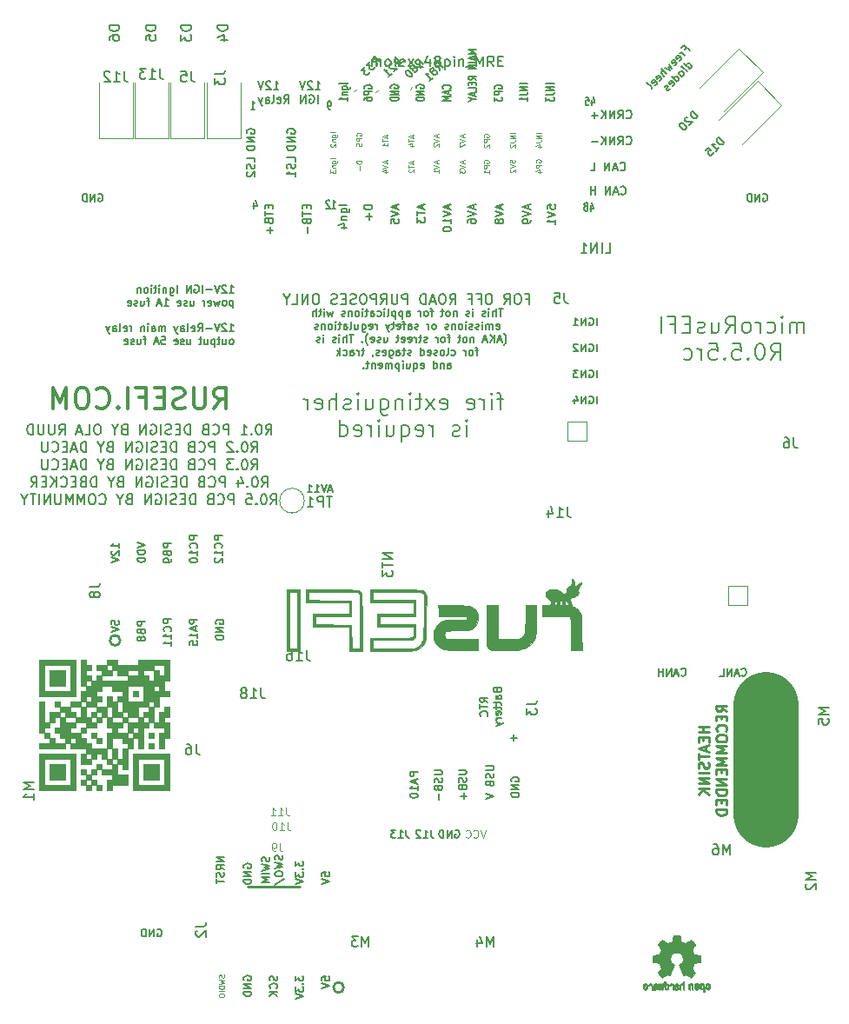
<source format=gbr>
%TF.GenerationSoftware,KiCad,Pcbnew,5.1.5+dfsg1-2build2*%
%TF.CreationDate,2021-12-29T23:04:14+01:00*%
%TF.ProjectId,micro_rusEFI,6d696372-6f5f-4727-9573-4546492e6b69,R0.5.5rc2*%
%TF.SameCoordinates,Original*%
%TF.FileFunction,Legend,Bot*%
%TF.FilePolarity,Positive*%
%FSLAX46Y46*%
G04 Gerber Fmt 4.6, Leading zero omitted, Abs format (unit mm)*
G04 Created by KiCad (PCBNEW 5.1.5+dfsg1-2build2) date 2021-12-29 23:04:14*
%MOMM*%
%LPD*%
G04 APERTURE LIST*
%ADD10C,0.250000*%
%ADD11C,0.130000*%
%ADD12C,0.200000*%
%ADD13C,6.350000*%
%ADD14C,0.300000*%
%ADD15C,0.010000*%
%ADD16C,0.120000*%
%ADD17C,0.254000*%
%ADD18C,0.150000*%
%ADD19C,0.127000*%
%ADD20C,0.101600*%
%ADD21C,0.152400*%
%ADD22C,0.125000*%
G04 APERTURE END LIST*
D10*
X88477380Y-89170285D02*
X87477380Y-89170285D01*
X87953571Y-89170285D02*
X87953571Y-89741714D01*
X88477380Y-89741714D02*
X87477380Y-89741714D01*
X87953571Y-90217904D02*
X87953571Y-90551238D01*
X88477380Y-90694095D02*
X88477380Y-90217904D01*
X87477380Y-90217904D01*
X87477380Y-90694095D01*
X88191666Y-91075047D02*
X88191666Y-91551238D01*
X88477380Y-90979809D02*
X87477380Y-91313142D01*
X88477380Y-91646476D01*
X87477380Y-91836952D02*
X87477380Y-92408380D01*
X88477380Y-92122666D02*
X87477380Y-92122666D01*
X88429761Y-92694095D02*
X88477380Y-92836952D01*
X88477380Y-93075047D01*
X88429761Y-93170285D01*
X88382142Y-93217904D01*
X88286904Y-93265523D01*
X88191666Y-93265523D01*
X88096428Y-93217904D01*
X88048809Y-93170285D01*
X88001190Y-93075047D01*
X87953571Y-92884571D01*
X87905952Y-92789333D01*
X87858333Y-92741714D01*
X87763095Y-92694095D01*
X87667857Y-92694095D01*
X87572619Y-92741714D01*
X87525000Y-92789333D01*
X87477380Y-92884571D01*
X87477380Y-93122666D01*
X87525000Y-93265523D01*
X88477380Y-93694095D02*
X87477380Y-93694095D01*
X88477380Y-94170285D02*
X87477380Y-94170285D01*
X88477380Y-94741714D01*
X87477380Y-94741714D01*
X88477380Y-95217904D02*
X87477380Y-95217904D01*
X88477380Y-95789333D02*
X87905952Y-95360761D01*
X87477380Y-95789333D02*
X88048809Y-95217904D01*
X90227380Y-87717904D02*
X89751190Y-87384571D01*
X90227380Y-87146476D02*
X89227380Y-87146476D01*
X89227380Y-87527428D01*
X89275000Y-87622666D01*
X89322619Y-87670285D01*
X89417857Y-87717904D01*
X89560714Y-87717904D01*
X89655952Y-87670285D01*
X89703571Y-87622666D01*
X89751190Y-87527428D01*
X89751190Y-87146476D01*
X89703571Y-88146476D02*
X89703571Y-88479809D01*
X90227380Y-88622666D02*
X90227380Y-88146476D01*
X89227380Y-88146476D01*
X89227380Y-88622666D01*
X90132142Y-89622666D02*
X90179761Y-89575047D01*
X90227380Y-89432190D01*
X90227380Y-89336952D01*
X90179761Y-89194095D01*
X90084523Y-89098857D01*
X89989285Y-89051238D01*
X89798809Y-89003619D01*
X89655952Y-89003619D01*
X89465476Y-89051238D01*
X89370238Y-89098857D01*
X89275000Y-89194095D01*
X89227380Y-89336952D01*
X89227380Y-89432190D01*
X89275000Y-89575047D01*
X89322619Y-89622666D01*
X89227380Y-90241714D02*
X89227380Y-90432190D01*
X89275000Y-90527428D01*
X89370238Y-90622666D01*
X89560714Y-90670285D01*
X89894047Y-90670285D01*
X90084523Y-90622666D01*
X90179761Y-90527428D01*
X90227380Y-90432190D01*
X90227380Y-90241714D01*
X90179761Y-90146476D01*
X90084523Y-90051238D01*
X89894047Y-90003619D01*
X89560714Y-90003619D01*
X89370238Y-90051238D01*
X89275000Y-90146476D01*
X89227380Y-90241714D01*
X90227380Y-91098857D02*
X89227380Y-91098857D01*
X89941666Y-91432190D01*
X89227380Y-91765523D01*
X90227380Y-91765523D01*
X90227380Y-92241714D02*
X89227380Y-92241714D01*
X89941666Y-92575047D01*
X89227380Y-92908380D01*
X90227380Y-92908380D01*
X89703571Y-93384571D02*
X89703571Y-93717904D01*
X90227380Y-93860761D02*
X90227380Y-93384571D01*
X89227380Y-93384571D01*
X89227380Y-93860761D01*
X90227380Y-94289333D02*
X89227380Y-94289333D01*
X90227380Y-94860761D01*
X89227380Y-94860761D01*
X90227380Y-95336952D02*
X89227380Y-95336952D01*
X89227380Y-95575047D01*
X89275000Y-95717904D01*
X89370238Y-95813142D01*
X89465476Y-95860761D01*
X89655952Y-95908380D01*
X89798809Y-95908380D01*
X89989285Y-95860761D01*
X90084523Y-95813142D01*
X90179761Y-95717904D01*
X90227380Y-95575047D01*
X90227380Y-95336952D01*
X89703571Y-96336952D02*
X89703571Y-96670285D01*
X90227380Y-96813142D02*
X90227380Y-96336952D01*
X89227380Y-96336952D01*
X89227380Y-96813142D01*
X90227380Y-97241714D02*
X89227380Y-97241714D01*
X89227380Y-97479809D01*
X89275000Y-97622666D01*
X89370238Y-97717904D01*
X89465476Y-97765523D01*
X89655952Y-97813142D01*
X89798809Y-97813142D01*
X89989285Y-97765523D01*
X90084523Y-97717904D01*
X90179761Y-97622666D01*
X90227380Y-97479809D01*
X90227380Y-97241714D01*
D11*
X69271800Y-94526171D02*
X69236085Y-94454742D01*
X69236085Y-94347600D01*
X69271800Y-94240457D01*
X69343228Y-94169028D01*
X69414657Y-94133314D01*
X69557514Y-94097600D01*
X69664657Y-94097600D01*
X69807514Y-94133314D01*
X69878942Y-94169028D01*
X69950371Y-94240457D01*
X69986085Y-94347600D01*
X69986085Y-94419028D01*
X69950371Y-94526171D01*
X69914657Y-94561885D01*
X69664657Y-94561885D01*
X69664657Y-94419028D01*
X69986085Y-94883314D02*
X69236085Y-94883314D01*
X69986085Y-95311885D01*
X69236085Y-95311885D01*
X69986085Y-95669028D02*
X69236085Y-95669028D01*
X69236085Y-95847600D01*
X69271800Y-95954742D01*
X69343228Y-96026171D01*
X69414657Y-96061885D01*
X69557514Y-96097600D01*
X69664657Y-96097600D01*
X69807514Y-96061885D01*
X69878942Y-96026171D01*
X69950371Y-95954742D01*
X69986085Y-95847600D01*
X69986085Y-95669028D01*
X66782445Y-93010628D02*
X67389588Y-93010628D01*
X67461017Y-93046342D01*
X67496731Y-93082057D01*
X67532445Y-93153485D01*
X67532445Y-93296342D01*
X67496731Y-93367771D01*
X67461017Y-93403485D01*
X67389588Y-93439200D01*
X66782445Y-93439200D01*
X67496731Y-93760628D02*
X67532445Y-93867771D01*
X67532445Y-94046342D01*
X67496731Y-94117771D01*
X67461017Y-94153485D01*
X67389588Y-94189200D01*
X67318160Y-94189200D01*
X67246731Y-94153485D01*
X67211017Y-94117771D01*
X67175302Y-94046342D01*
X67139588Y-93903485D01*
X67103874Y-93832057D01*
X67068160Y-93796342D01*
X66996731Y-93760628D01*
X66925302Y-93760628D01*
X66853874Y-93796342D01*
X66818160Y-93832057D01*
X66782445Y-93903485D01*
X66782445Y-94082057D01*
X66818160Y-94189200D01*
X67139588Y-94760628D02*
X67175302Y-94867771D01*
X67211017Y-94903485D01*
X67282445Y-94939200D01*
X67389588Y-94939200D01*
X67461017Y-94903485D01*
X67496731Y-94867771D01*
X67532445Y-94796342D01*
X67532445Y-94510628D01*
X66782445Y-94510628D01*
X66782445Y-94760628D01*
X66818160Y-94832057D01*
X66853874Y-94867771D01*
X66925302Y-94903485D01*
X66996731Y-94903485D01*
X67068160Y-94867771D01*
X67103874Y-94832057D01*
X67139588Y-94760628D01*
X67139588Y-94510628D01*
X66782445Y-95724914D02*
X67532445Y-95974914D01*
X66782445Y-96224914D01*
X64135765Y-93412565D02*
X64742908Y-93412565D01*
X64814337Y-93448280D01*
X64850051Y-93483994D01*
X64885765Y-93555422D01*
X64885765Y-93698280D01*
X64850051Y-93769708D01*
X64814337Y-93805422D01*
X64742908Y-93841137D01*
X64135765Y-93841137D01*
X64850051Y-94162565D02*
X64885765Y-94269708D01*
X64885765Y-94448280D01*
X64850051Y-94519708D01*
X64814337Y-94555422D01*
X64742908Y-94591137D01*
X64671480Y-94591137D01*
X64600051Y-94555422D01*
X64564337Y-94519708D01*
X64528622Y-94448280D01*
X64492908Y-94305422D01*
X64457194Y-94233994D01*
X64421480Y-94198280D01*
X64350051Y-94162565D01*
X64278622Y-94162565D01*
X64207194Y-94198280D01*
X64171480Y-94233994D01*
X64135765Y-94305422D01*
X64135765Y-94483994D01*
X64171480Y-94591137D01*
X64492908Y-95162565D02*
X64528622Y-95269708D01*
X64564337Y-95305422D01*
X64635765Y-95341137D01*
X64742908Y-95341137D01*
X64814337Y-95305422D01*
X64850051Y-95269708D01*
X64885765Y-95198280D01*
X64885765Y-94912565D01*
X64135765Y-94912565D01*
X64135765Y-95162565D01*
X64171480Y-95233994D01*
X64207194Y-95269708D01*
X64278622Y-95305422D01*
X64350051Y-95305422D01*
X64421480Y-95269708D01*
X64457194Y-95233994D01*
X64492908Y-95162565D01*
X64492908Y-94912565D01*
X64600051Y-95662565D02*
X64600051Y-96233994D01*
X64885765Y-95948280D02*
X64314337Y-95948280D01*
X61753245Y-93468445D02*
X62360388Y-93468445D01*
X62431817Y-93504160D01*
X62467531Y-93539874D01*
X62503245Y-93611302D01*
X62503245Y-93754160D01*
X62467531Y-93825588D01*
X62431817Y-93861302D01*
X62360388Y-93897017D01*
X61753245Y-93897017D01*
X62467531Y-94218445D02*
X62503245Y-94325588D01*
X62503245Y-94504160D01*
X62467531Y-94575588D01*
X62431817Y-94611302D01*
X62360388Y-94647017D01*
X62288960Y-94647017D01*
X62217531Y-94611302D01*
X62181817Y-94575588D01*
X62146102Y-94504160D01*
X62110388Y-94361302D01*
X62074674Y-94289874D01*
X62038960Y-94254160D01*
X61967531Y-94218445D01*
X61896102Y-94218445D01*
X61824674Y-94254160D01*
X61788960Y-94289874D01*
X61753245Y-94361302D01*
X61753245Y-94539874D01*
X61788960Y-94647017D01*
X62110388Y-95218445D02*
X62146102Y-95325588D01*
X62181817Y-95361302D01*
X62253245Y-95397017D01*
X62360388Y-95397017D01*
X62431817Y-95361302D01*
X62467531Y-95325588D01*
X62503245Y-95254160D01*
X62503245Y-94968445D01*
X61753245Y-94968445D01*
X61753245Y-95218445D01*
X61788960Y-95289874D01*
X61824674Y-95325588D01*
X61896102Y-95361302D01*
X61967531Y-95361302D01*
X62038960Y-95325588D01*
X62074674Y-95289874D01*
X62110388Y-95218445D01*
X62110388Y-94968445D01*
X62217531Y-95718445D02*
X62217531Y-96289874D01*
X60115645Y-93621617D02*
X59365645Y-93621617D01*
X59365645Y-93907331D01*
X59401360Y-93978760D01*
X59437074Y-94014474D01*
X59508502Y-94050188D01*
X59615645Y-94050188D01*
X59687074Y-94014474D01*
X59722788Y-93978760D01*
X59758502Y-93907331D01*
X59758502Y-93621617D01*
X59901360Y-94335902D02*
X59901360Y-94693045D01*
X60115645Y-94264474D02*
X59365645Y-94514474D01*
X60115645Y-94764474D01*
X60115645Y-95407331D02*
X60115645Y-94978760D01*
X60115645Y-95193045D02*
X59365645Y-95193045D01*
X59472788Y-95121617D01*
X59544217Y-95050188D01*
X59579931Y-94978760D01*
X59365645Y-95871617D02*
X59365645Y-95943045D01*
X59401360Y-96014474D01*
X59437074Y-96050188D01*
X59508502Y-96085902D01*
X59651360Y-96121617D01*
X59829931Y-96121617D01*
X59972788Y-96085902D01*
X60044217Y-96050188D01*
X60079931Y-96014474D01*
X60115645Y-95943045D01*
X60115645Y-95871617D01*
X60079931Y-95800188D01*
X60044217Y-95764474D01*
X59972788Y-95728760D01*
X59829931Y-95693045D01*
X59651360Y-95693045D01*
X59508502Y-95728760D01*
X59437074Y-95764474D01*
X59401360Y-95800188D01*
X59365645Y-95871617D01*
X74411533Y-46949780D02*
X74411533Y-47664066D01*
X74459152Y-47806923D01*
X74554390Y-47902161D01*
X74697247Y-47949780D01*
X74792485Y-47949780D01*
X73459152Y-46949780D02*
X73935342Y-46949780D01*
X73982961Y-47425971D01*
X73935342Y-47378352D01*
X73840104Y-47330733D01*
X73602009Y-47330733D01*
X73506771Y-47378352D01*
X73459152Y-47425971D01*
X73411533Y-47521209D01*
X73411533Y-47759304D01*
X73459152Y-47854542D01*
X73506771Y-47902161D01*
X73602009Y-47949780D01*
X73840104Y-47949780D01*
X73935342Y-47902161D01*
X73982961Y-47854542D01*
X51811085Y-66139600D02*
X51453942Y-66139600D01*
X51882514Y-66353885D02*
X51632514Y-65603885D01*
X51382514Y-66353885D01*
X51239657Y-65603885D02*
X50989657Y-66353885D01*
X50739657Y-65603885D01*
X50096800Y-66353885D02*
X50525371Y-66353885D01*
X50311085Y-66353885D02*
X50311085Y-65603885D01*
X50382514Y-65711028D01*
X50453942Y-65782457D01*
X50525371Y-65818171D01*
X49382514Y-66353885D02*
X49811085Y-66353885D01*
X49596800Y-66353885D02*
X49596800Y-65603885D01*
X49668228Y-65711028D01*
X49739657Y-65782457D01*
X49811085Y-65818171D01*
X34771428Y-108925000D02*
X34842857Y-108889285D01*
X34950000Y-108889285D01*
X35057142Y-108925000D01*
X35128571Y-108996428D01*
X35164285Y-109067857D01*
X35200000Y-109210714D01*
X35200000Y-109317857D01*
X35164285Y-109460714D01*
X35128571Y-109532142D01*
X35057142Y-109603571D01*
X34950000Y-109639285D01*
X34878571Y-109639285D01*
X34771428Y-109603571D01*
X34735714Y-109567857D01*
X34735714Y-109317857D01*
X34878571Y-109317857D01*
X34414285Y-109639285D02*
X34414285Y-108889285D01*
X33985714Y-109639285D01*
X33985714Y-108889285D01*
X33628571Y-109639285D02*
X33628571Y-108889285D01*
X33450000Y-108889285D01*
X33342857Y-108925000D01*
X33271428Y-108996428D01*
X33235714Y-109067857D01*
X33200000Y-109210714D01*
X33200000Y-109317857D01*
X33235714Y-109460714D01*
X33271428Y-109532142D01*
X33342857Y-109603571D01*
X33450000Y-109639285D01*
X33628571Y-109639285D01*
X93771428Y-37325000D02*
X93842857Y-37289285D01*
X93950000Y-37289285D01*
X94057142Y-37325000D01*
X94128571Y-37396428D01*
X94164285Y-37467857D01*
X94200000Y-37610714D01*
X94200000Y-37717857D01*
X94164285Y-37860714D01*
X94128571Y-37932142D01*
X94057142Y-38003571D01*
X93950000Y-38039285D01*
X93878571Y-38039285D01*
X93771428Y-38003571D01*
X93735714Y-37967857D01*
X93735714Y-37717857D01*
X93878571Y-37717857D01*
X93414285Y-38039285D02*
X93414285Y-37289285D01*
X92985714Y-38039285D01*
X92985714Y-37289285D01*
X92628571Y-38039285D02*
X92628571Y-37289285D01*
X92450000Y-37289285D01*
X92342857Y-37325000D01*
X92271428Y-37396428D01*
X92235714Y-37467857D01*
X92200000Y-37610714D01*
X92200000Y-37717857D01*
X92235714Y-37860714D01*
X92271428Y-37932142D01*
X92342857Y-38003571D01*
X92450000Y-38039285D01*
X92628571Y-38039285D01*
D12*
X97738333Y-50858809D02*
X97738333Y-49792142D01*
X97738333Y-49944523D02*
X97662142Y-49868333D01*
X97509761Y-49792142D01*
X97281190Y-49792142D01*
X97128809Y-49868333D01*
X97052619Y-50020714D01*
X97052619Y-50858809D01*
X97052619Y-50020714D02*
X96976428Y-49868333D01*
X96824047Y-49792142D01*
X96595476Y-49792142D01*
X96443095Y-49868333D01*
X96366904Y-50020714D01*
X96366904Y-50858809D01*
X95605000Y-50858809D02*
X95605000Y-49792142D01*
X95605000Y-49258809D02*
X95681190Y-49335000D01*
X95605000Y-49411190D01*
X95528809Y-49335000D01*
X95605000Y-49258809D01*
X95605000Y-49411190D01*
X94157380Y-50782619D02*
X94309761Y-50858809D01*
X94614523Y-50858809D01*
X94766904Y-50782619D01*
X94843095Y-50706428D01*
X94919285Y-50554047D01*
X94919285Y-50096904D01*
X94843095Y-49944523D01*
X94766904Y-49868333D01*
X94614523Y-49792142D01*
X94309761Y-49792142D01*
X94157380Y-49868333D01*
X93471666Y-50858809D02*
X93471666Y-49792142D01*
X93471666Y-50096904D02*
X93395476Y-49944523D01*
X93319285Y-49868333D01*
X93166904Y-49792142D01*
X93014523Y-49792142D01*
X92252619Y-50858809D02*
X92405000Y-50782619D01*
X92481190Y-50706428D01*
X92557380Y-50554047D01*
X92557380Y-50096904D01*
X92481190Y-49944523D01*
X92405000Y-49868333D01*
X92252619Y-49792142D01*
X92024047Y-49792142D01*
X91871666Y-49868333D01*
X91795476Y-49944523D01*
X91719285Y-50096904D01*
X91719285Y-50554047D01*
X91795476Y-50706428D01*
X91871666Y-50782619D01*
X92024047Y-50858809D01*
X92252619Y-50858809D01*
X90119285Y-50858809D02*
X90652619Y-50096904D01*
X91033571Y-50858809D02*
X91033571Y-49258809D01*
X90424047Y-49258809D01*
X90271666Y-49335000D01*
X90195476Y-49411190D01*
X90119285Y-49563571D01*
X90119285Y-49792142D01*
X90195476Y-49944523D01*
X90271666Y-50020714D01*
X90424047Y-50096904D01*
X91033571Y-50096904D01*
X88747857Y-49792142D02*
X88747857Y-50858809D01*
X89433571Y-49792142D02*
X89433571Y-50630238D01*
X89357380Y-50782619D01*
X89205000Y-50858809D01*
X88976428Y-50858809D01*
X88824047Y-50782619D01*
X88747857Y-50706428D01*
X88062142Y-50782619D02*
X87909761Y-50858809D01*
X87605000Y-50858809D01*
X87452619Y-50782619D01*
X87376428Y-50630238D01*
X87376428Y-50554047D01*
X87452619Y-50401666D01*
X87605000Y-50325476D01*
X87833571Y-50325476D01*
X87985952Y-50249285D01*
X88062142Y-50096904D01*
X88062142Y-50020714D01*
X87985952Y-49868333D01*
X87833571Y-49792142D01*
X87605000Y-49792142D01*
X87452619Y-49868333D01*
X86690714Y-50020714D02*
X86157380Y-50020714D01*
X85928809Y-50858809D02*
X86690714Y-50858809D01*
X86690714Y-49258809D01*
X85928809Y-49258809D01*
X84709761Y-50020714D02*
X85243095Y-50020714D01*
X85243095Y-50858809D02*
X85243095Y-49258809D01*
X84481190Y-49258809D01*
X83871666Y-50858809D02*
X83871666Y-49258809D01*
X94538333Y-53458809D02*
X95071666Y-52696904D01*
X95452619Y-53458809D02*
X95452619Y-51858809D01*
X94843095Y-51858809D01*
X94690714Y-51935000D01*
X94614523Y-52011190D01*
X94538333Y-52163571D01*
X94538333Y-52392142D01*
X94614523Y-52544523D01*
X94690714Y-52620714D01*
X94843095Y-52696904D01*
X95452619Y-52696904D01*
X93547857Y-51858809D02*
X93395476Y-51858809D01*
X93243095Y-51935000D01*
X93166904Y-52011190D01*
X93090714Y-52163571D01*
X93014523Y-52468333D01*
X93014523Y-52849285D01*
X93090714Y-53154047D01*
X93166904Y-53306428D01*
X93243095Y-53382619D01*
X93395476Y-53458809D01*
X93547857Y-53458809D01*
X93700238Y-53382619D01*
X93776428Y-53306428D01*
X93852619Y-53154047D01*
X93928809Y-52849285D01*
X93928809Y-52468333D01*
X93852619Y-52163571D01*
X93776428Y-52011190D01*
X93700238Y-51935000D01*
X93547857Y-51858809D01*
X92328809Y-53306428D02*
X92252619Y-53382619D01*
X92328809Y-53458809D01*
X92405000Y-53382619D01*
X92328809Y-53306428D01*
X92328809Y-53458809D01*
X90805000Y-51858809D02*
X91566904Y-51858809D01*
X91643095Y-52620714D01*
X91566904Y-52544523D01*
X91414523Y-52468333D01*
X91033571Y-52468333D01*
X90881190Y-52544523D01*
X90805000Y-52620714D01*
X90728809Y-52773095D01*
X90728809Y-53154047D01*
X90805000Y-53306428D01*
X90881190Y-53382619D01*
X91033571Y-53458809D01*
X91414523Y-53458809D01*
X91566904Y-53382619D01*
X91643095Y-53306428D01*
X90043095Y-53306428D02*
X89966904Y-53382619D01*
X90043095Y-53458809D01*
X90119285Y-53382619D01*
X90043095Y-53306428D01*
X90043095Y-53458809D01*
X88519285Y-51858809D02*
X89281190Y-51858809D01*
X89357380Y-52620714D01*
X89281190Y-52544523D01*
X89128809Y-52468333D01*
X88747857Y-52468333D01*
X88595476Y-52544523D01*
X88519285Y-52620714D01*
X88443095Y-52773095D01*
X88443095Y-53154047D01*
X88519285Y-53306428D01*
X88595476Y-53382619D01*
X88747857Y-53458809D01*
X89128809Y-53458809D01*
X89281190Y-53382619D01*
X89357380Y-53306428D01*
X87757380Y-53458809D02*
X87757380Y-52392142D01*
X87757380Y-52696904D02*
X87681190Y-52544523D01*
X87605000Y-52468333D01*
X87452619Y-52392142D01*
X87300238Y-52392142D01*
X86081190Y-53382619D02*
X86233571Y-53458809D01*
X86538333Y-53458809D01*
X86690714Y-53382619D01*
X86766904Y-53306428D01*
X86843095Y-53154047D01*
X86843095Y-52696904D01*
X86766904Y-52544523D01*
X86690714Y-52468333D01*
X86538333Y-52392142D01*
X86233571Y-52392142D01*
X86081190Y-52468333D01*
D11*
X77579000Y-50123285D02*
X77579000Y-49373285D01*
X76829000Y-49409000D02*
X76900428Y-49373285D01*
X77007571Y-49373285D01*
X77114714Y-49409000D01*
X77186142Y-49480428D01*
X77221857Y-49551857D01*
X77257571Y-49694714D01*
X77257571Y-49801857D01*
X77221857Y-49944714D01*
X77186142Y-50016142D01*
X77114714Y-50087571D01*
X77007571Y-50123285D01*
X76936142Y-50123285D01*
X76829000Y-50087571D01*
X76793285Y-50051857D01*
X76793285Y-49801857D01*
X76936142Y-49801857D01*
X76471857Y-50123285D02*
X76471857Y-49373285D01*
X76043285Y-50123285D01*
X76043285Y-49373285D01*
X75293285Y-50123285D02*
X75721857Y-50123285D01*
X75507571Y-50123285D02*
X75507571Y-49373285D01*
X75579000Y-49480428D01*
X75650428Y-49551857D01*
X75721857Y-49587571D01*
X77579000Y-52663285D02*
X77579000Y-51913285D01*
X76829000Y-51949000D02*
X76900428Y-51913285D01*
X77007571Y-51913285D01*
X77114714Y-51949000D01*
X77186142Y-52020428D01*
X77221857Y-52091857D01*
X77257571Y-52234714D01*
X77257571Y-52341857D01*
X77221857Y-52484714D01*
X77186142Y-52556142D01*
X77114714Y-52627571D01*
X77007571Y-52663285D01*
X76936142Y-52663285D01*
X76829000Y-52627571D01*
X76793285Y-52591857D01*
X76793285Y-52341857D01*
X76936142Y-52341857D01*
X76471857Y-52663285D02*
X76471857Y-51913285D01*
X76043285Y-52663285D01*
X76043285Y-51913285D01*
X75721857Y-51984714D02*
X75686142Y-51949000D01*
X75614714Y-51913285D01*
X75436142Y-51913285D01*
X75364714Y-51949000D01*
X75329000Y-51984714D01*
X75293285Y-52056142D01*
X75293285Y-52127571D01*
X75329000Y-52234714D01*
X75757571Y-52663285D01*
X75293285Y-52663285D01*
X77579000Y-55203285D02*
X77579000Y-54453285D01*
X76829000Y-54489000D02*
X76900428Y-54453285D01*
X77007571Y-54453285D01*
X77114714Y-54489000D01*
X77186142Y-54560428D01*
X77221857Y-54631857D01*
X77257571Y-54774714D01*
X77257571Y-54881857D01*
X77221857Y-55024714D01*
X77186142Y-55096142D01*
X77114714Y-55167571D01*
X77007571Y-55203285D01*
X76936142Y-55203285D01*
X76829000Y-55167571D01*
X76793285Y-55131857D01*
X76793285Y-54881857D01*
X76936142Y-54881857D01*
X76471857Y-55203285D02*
X76471857Y-54453285D01*
X76043285Y-55203285D01*
X76043285Y-54453285D01*
X75757571Y-54453285D02*
X75293285Y-54453285D01*
X75543285Y-54739000D01*
X75436142Y-54739000D01*
X75364714Y-54774714D01*
X75329000Y-54810428D01*
X75293285Y-54881857D01*
X75293285Y-55060428D01*
X75329000Y-55131857D01*
X75364714Y-55167571D01*
X75436142Y-55203285D01*
X75650428Y-55203285D01*
X75721857Y-55167571D01*
X75757571Y-55131857D01*
X77579000Y-57743285D02*
X77579000Y-56993285D01*
X76829000Y-57029000D02*
X76900428Y-56993285D01*
X77007571Y-56993285D01*
X77114714Y-57029000D01*
X77186142Y-57100428D01*
X77221857Y-57171857D01*
X77257571Y-57314714D01*
X77257571Y-57421857D01*
X77221857Y-57564714D01*
X77186142Y-57636142D01*
X77114714Y-57707571D01*
X77007571Y-57743285D01*
X76936142Y-57743285D01*
X76829000Y-57707571D01*
X76793285Y-57671857D01*
X76793285Y-57421857D01*
X76936142Y-57421857D01*
X76471857Y-57743285D02*
X76471857Y-56993285D01*
X76043285Y-57743285D01*
X76043285Y-56993285D01*
X75364714Y-57243285D02*
X75364714Y-57743285D01*
X75543285Y-56957571D02*
X75721857Y-57493285D01*
X75257571Y-57493285D01*
X86172534Y-23264284D02*
X86349310Y-23087507D01*
X86627102Y-23365299D02*
X86096772Y-22834969D01*
X85844234Y-23087507D01*
X86172534Y-23819868D02*
X85818980Y-23466314D01*
X85919995Y-23567330D02*
X85844234Y-23542076D01*
X85793726Y-23542076D01*
X85717965Y-23567330D01*
X85667457Y-23617837D01*
X85616950Y-24324944D02*
X85692711Y-24299690D01*
X85793726Y-24198675D01*
X85818980Y-24122914D01*
X85793726Y-24047152D01*
X85591696Y-23845122D01*
X85515934Y-23819868D01*
X85440173Y-23845122D01*
X85339158Y-23946137D01*
X85313904Y-24021898D01*
X85339158Y-24097660D01*
X85389665Y-24148167D01*
X85692711Y-23946137D01*
X85162381Y-24779513D02*
X85238142Y-24754259D01*
X85339158Y-24653244D01*
X85364412Y-24577482D01*
X85339158Y-24501721D01*
X85137127Y-24299690D01*
X85061366Y-24274437D01*
X84985604Y-24299690D01*
X84884589Y-24400706D01*
X84859335Y-24476467D01*
X84884589Y-24552228D01*
X84935097Y-24602736D01*
X85238142Y-24400706D01*
X84632051Y-24653244D02*
X84884589Y-25107812D01*
X84531036Y-24956290D01*
X84682559Y-25309843D01*
X84227990Y-25057305D01*
X84379513Y-25612889D02*
X83849183Y-25082559D01*
X84152228Y-25840173D02*
X83874437Y-25562381D01*
X83849183Y-25486620D01*
X83874437Y-25410858D01*
X83950198Y-25335097D01*
X84025959Y-25309843D01*
X84076467Y-25309843D01*
X83672406Y-26269488D02*
X83748167Y-26244234D01*
X83849183Y-26143219D01*
X83874437Y-26067457D01*
X83849183Y-25991696D01*
X83647152Y-25789665D01*
X83571391Y-25764412D01*
X83495629Y-25789665D01*
X83394614Y-25890681D01*
X83369360Y-25966442D01*
X83394614Y-26042203D01*
X83445122Y-26092711D01*
X83748167Y-25890681D01*
X83217837Y-26724056D02*
X83293599Y-26698803D01*
X83394614Y-26597787D01*
X83419868Y-26522026D01*
X83394614Y-26446265D01*
X83192584Y-26244234D01*
X83116822Y-26218980D01*
X83041061Y-26244234D01*
X82940045Y-26345249D01*
X82914792Y-26421011D01*
X82940045Y-26496772D01*
X82990553Y-26547280D01*
X83293599Y-26345249D01*
X82914792Y-27077610D02*
X82940045Y-27001848D01*
X82914792Y-26926087D01*
X82460223Y-26471518D01*
X86618011Y-25149229D02*
X86087681Y-24618899D01*
X86592757Y-25123975D02*
X86668518Y-25098721D01*
X86769534Y-24997706D01*
X86794788Y-24921944D01*
X86794788Y-24871437D01*
X86769534Y-24795675D01*
X86618011Y-24644152D01*
X86542249Y-24618899D01*
X86491742Y-24618899D01*
X86415980Y-24644152D01*
X86314965Y-24745168D01*
X86289711Y-24820929D01*
X86365473Y-25401767D02*
X86011919Y-25048213D01*
X85835143Y-24871437D02*
X85885650Y-24871437D01*
X85885650Y-24921944D01*
X85835143Y-24921944D01*
X85835143Y-24871437D01*
X85885650Y-24921944D01*
X86037173Y-25730066D02*
X86062427Y-25654305D01*
X86062427Y-25603797D01*
X86037173Y-25528036D01*
X85885650Y-25376513D01*
X85809889Y-25351259D01*
X85759381Y-25351259D01*
X85683620Y-25376513D01*
X85607858Y-25452274D01*
X85582604Y-25528036D01*
X85582604Y-25578543D01*
X85607858Y-25654305D01*
X85759381Y-25805828D01*
X85835143Y-25831082D01*
X85885650Y-25831082D01*
X85961412Y-25805828D01*
X86037173Y-25730066D01*
X85405828Y-26361412D02*
X84875498Y-25831082D01*
X85380574Y-26336158D02*
X85456335Y-26310904D01*
X85557351Y-26209889D01*
X85582604Y-26134127D01*
X85582604Y-26083620D01*
X85557351Y-26007858D01*
X85405828Y-25856335D01*
X85330066Y-25831082D01*
X85279559Y-25831082D01*
X85203797Y-25856335D01*
X85102782Y-25957351D01*
X85077528Y-26033112D01*
X84926005Y-26790727D02*
X85001767Y-26765473D01*
X85102782Y-26664457D01*
X85128036Y-26588696D01*
X85102782Y-26512935D01*
X84900752Y-26310904D01*
X84824990Y-26285650D01*
X84749229Y-26310904D01*
X84648213Y-26411919D01*
X84622960Y-26487681D01*
X84648213Y-26563442D01*
X84698721Y-26613950D01*
X85001767Y-26411919D01*
X84698721Y-27018011D02*
X84673467Y-27093772D01*
X84572452Y-27194788D01*
X84496690Y-27220041D01*
X84420929Y-27194788D01*
X84395675Y-27169534D01*
X84370421Y-27093772D01*
X84395675Y-27018011D01*
X84471437Y-26942249D01*
X84496690Y-26866488D01*
X84471437Y-26790727D01*
X84446183Y-26765473D01*
X84370421Y-26740219D01*
X84294660Y-26765473D01*
X84218899Y-26841234D01*
X84193645Y-26916996D01*
X29019428Y-37344000D02*
X29090857Y-37308285D01*
X29198000Y-37308285D01*
X29305142Y-37344000D01*
X29376571Y-37415428D01*
X29412285Y-37486857D01*
X29448000Y-37629714D01*
X29448000Y-37736857D01*
X29412285Y-37879714D01*
X29376571Y-37951142D01*
X29305142Y-38022571D01*
X29198000Y-38058285D01*
X29126571Y-38058285D01*
X29019428Y-38022571D01*
X28983714Y-37986857D01*
X28983714Y-37736857D01*
X29126571Y-37736857D01*
X28662285Y-38058285D02*
X28662285Y-37308285D01*
X28233714Y-38058285D01*
X28233714Y-37308285D01*
X27876571Y-38058285D02*
X27876571Y-37308285D01*
X27698000Y-37308285D01*
X27590857Y-37344000D01*
X27519428Y-37415428D01*
X27483714Y-37486857D01*
X27448000Y-37629714D01*
X27448000Y-37736857D01*
X27483714Y-37879714D01*
X27519428Y-37951142D01*
X27590857Y-38022571D01*
X27698000Y-38058285D01*
X27876571Y-38058285D01*
X41744071Y-46929285D02*
X42172642Y-46929285D01*
X41958357Y-46929285D02*
X41958357Y-46179285D01*
X42029785Y-46286428D01*
X42101214Y-46357857D01*
X42172642Y-46393571D01*
X41458357Y-46250714D02*
X41422642Y-46215000D01*
X41351214Y-46179285D01*
X41172642Y-46179285D01*
X41101214Y-46215000D01*
X41065500Y-46250714D01*
X41029785Y-46322142D01*
X41029785Y-46393571D01*
X41065500Y-46500714D01*
X41494071Y-46929285D01*
X41029785Y-46929285D01*
X40815500Y-46179285D02*
X40565500Y-46929285D01*
X40315500Y-46179285D01*
X40065500Y-46643571D02*
X39494071Y-46643571D01*
X39136928Y-46929285D02*
X39136928Y-46179285D01*
X38386928Y-46215000D02*
X38458357Y-46179285D01*
X38565500Y-46179285D01*
X38672642Y-46215000D01*
X38744071Y-46286428D01*
X38779785Y-46357857D01*
X38815500Y-46500714D01*
X38815500Y-46607857D01*
X38779785Y-46750714D01*
X38744071Y-46822142D01*
X38672642Y-46893571D01*
X38565500Y-46929285D01*
X38494071Y-46929285D01*
X38386928Y-46893571D01*
X38351214Y-46857857D01*
X38351214Y-46607857D01*
X38494071Y-46607857D01*
X38029785Y-46929285D02*
X38029785Y-46179285D01*
X37601214Y-46929285D01*
X37601214Y-46179285D01*
X36672642Y-46929285D02*
X36672642Y-46179285D01*
X35994071Y-46429285D02*
X35994071Y-47036428D01*
X36029785Y-47107857D01*
X36065500Y-47143571D01*
X36136928Y-47179285D01*
X36244071Y-47179285D01*
X36315500Y-47143571D01*
X35994071Y-46893571D02*
X36065500Y-46929285D01*
X36208357Y-46929285D01*
X36279785Y-46893571D01*
X36315500Y-46857857D01*
X36351214Y-46786428D01*
X36351214Y-46572142D01*
X36315500Y-46500714D01*
X36279785Y-46465000D01*
X36208357Y-46429285D01*
X36065500Y-46429285D01*
X35994071Y-46465000D01*
X35636928Y-46429285D02*
X35636928Y-46929285D01*
X35636928Y-46500714D02*
X35601214Y-46465000D01*
X35529785Y-46429285D01*
X35422642Y-46429285D01*
X35351214Y-46465000D01*
X35315500Y-46536428D01*
X35315500Y-46929285D01*
X34958357Y-46929285D02*
X34958357Y-46429285D01*
X34958357Y-46179285D02*
X34994071Y-46215000D01*
X34958357Y-46250714D01*
X34922642Y-46215000D01*
X34958357Y-46179285D01*
X34958357Y-46250714D01*
X34708357Y-46429285D02*
X34422642Y-46429285D01*
X34601214Y-46179285D02*
X34601214Y-46822142D01*
X34565500Y-46893571D01*
X34494071Y-46929285D01*
X34422642Y-46929285D01*
X34172642Y-46929285D02*
X34172642Y-46429285D01*
X34172642Y-46179285D02*
X34208357Y-46215000D01*
X34172642Y-46250714D01*
X34136928Y-46215000D01*
X34172642Y-46179285D01*
X34172642Y-46250714D01*
X33708357Y-46929285D02*
X33779785Y-46893571D01*
X33815500Y-46857857D01*
X33851214Y-46786428D01*
X33851214Y-46572142D01*
X33815500Y-46500714D01*
X33779785Y-46465000D01*
X33708357Y-46429285D01*
X33601214Y-46429285D01*
X33529785Y-46465000D01*
X33494071Y-46500714D01*
X33458357Y-46572142D01*
X33458357Y-46786428D01*
X33494071Y-46857857D01*
X33529785Y-46893571D01*
X33601214Y-46929285D01*
X33708357Y-46929285D01*
X33136928Y-46429285D02*
X33136928Y-46929285D01*
X33136928Y-46500714D02*
X33101214Y-46465000D01*
X33029785Y-46429285D01*
X32922642Y-46429285D01*
X32851214Y-46465000D01*
X32815500Y-46536428D01*
X32815500Y-46929285D01*
X42136928Y-47684285D02*
X42136928Y-48434285D01*
X42136928Y-47720000D02*
X42065500Y-47684285D01*
X41922642Y-47684285D01*
X41851214Y-47720000D01*
X41815500Y-47755714D01*
X41779785Y-47827142D01*
X41779785Y-48041428D01*
X41815500Y-48112857D01*
X41851214Y-48148571D01*
X41922642Y-48184285D01*
X42065500Y-48184285D01*
X42136928Y-48148571D01*
X41351214Y-48184285D02*
X41422642Y-48148571D01*
X41458357Y-48112857D01*
X41494071Y-48041428D01*
X41494071Y-47827142D01*
X41458357Y-47755714D01*
X41422642Y-47720000D01*
X41351214Y-47684285D01*
X41244071Y-47684285D01*
X41172642Y-47720000D01*
X41136928Y-47755714D01*
X41101214Y-47827142D01*
X41101214Y-48041428D01*
X41136928Y-48112857D01*
X41172642Y-48148571D01*
X41244071Y-48184285D01*
X41351214Y-48184285D01*
X40851214Y-47684285D02*
X40708357Y-48184285D01*
X40565500Y-47827142D01*
X40422642Y-48184285D01*
X40279785Y-47684285D01*
X39708357Y-48148571D02*
X39779785Y-48184285D01*
X39922642Y-48184285D01*
X39994071Y-48148571D01*
X40029785Y-48077142D01*
X40029785Y-47791428D01*
X39994071Y-47720000D01*
X39922642Y-47684285D01*
X39779785Y-47684285D01*
X39708357Y-47720000D01*
X39672642Y-47791428D01*
X39672642Y-47862857D01*
X40029785Y-47934285D01*
X39351214Y-48184285D02*
X39351214Y-47684285D01*
X39351214Y-47827142D02*
X39315500Y-47755714D01*
X39279785Y-47720000D01*
X39208357Y-47684285D01*
X39136928Y-47684285D01*
X37994071Y-47684285D02*
X37994071Y-48184285D01*
X38315500Y-47684285D02*
X38315500Y-48077142D01*
X38279785Y-48148571D01*
X38208357Y-48184285D01*
X38101214Y-48184285D01*
X38029785Y-48148571D01*
X37994071Y-48112857D01*
X37672642Y-48148571D02*
X37601214Y-48184285D01*
X37458357Y-48184285D01*
X37386928Y-48148571D01*
X37351214Y-48077142D01*
X37351214Y-48041428D01*
X37386928Y-47970000D01*
X37458357Y-47934285D01*
X37565500Y-47934285D01*
X37636928Y-47898571D01*
X37672642Y-47827142D01*
X37672642Y-47791428D01*
X37636928Y-47720000D01*
X37565500Y-47684285D01*
X37458357Y-47684285D01*
X37386928Y-47720000D01*
X36744071Y-48148571D02*
X36815500Y-48184285D01*
X36958357Y-48184285D01*
X37029785Y-48148571D01*
X37065500Y-48077142D01*
X37065500Y-47791428D01*
X37029785Y-47720000D01*
X36958357Y-47684285D01*
X36815500Y-47684285D01*
X36744071Y-47720000D01*
X36708357Y-47791428D01*
X36708357Y-47862857D01*
X37065500Y-47934285D01*
X35422642Y-48184285D02*
X35851214Y-48184285D01*
X35636928Y-48184285D02*
X35636928Y-47434285D01*
X35708357Y-47541428D01*
X35779785Y-47612857D01*
X35851214Y-47648571D01*
X35136928Y-47970000D02*
X34779785Y-47970000D01*
X35208357Y-48184285D02*
X34958357Y-47434285D01*
X34708357Y-48184285D01*
X33994071Y-47684285D02*
X33708357Y-47684285D01*
X33886928Y-48184285D02*
X33886928Y-47541428D01*
X33851214Y-47470000D01*
X33779785Y-47434285D01*
X33708357Y-47434285D01*
X33136928Y-47684285D02*
X33136928Y-48184285D01*
X33458357Y-47684285D02*
X33458357Y-48077142D01*
X33422642Y-48148571D01*
X33351214Y-48184285D01*
X33244071Y-48184285D01*
X33172642Y-48148571D01*
X33136928Y-48112857D01*
X32815500Y-48148571D02*
X32744071Y-48184285D01*
X32601214Y-48184285D01*
X32529785Y-48148571D01*
X32494071Y-48077142D01*
X32494071Y-48041428D01*
X32529785Y-47970000D01*
X32601214Y-47934285D01*
X32708357Y-47934285D01*
X32779785Y-47898571D01*
X32815500Y-47827142D01*
X32815500Y-47791428D01*
X32779785Y-47720000D01*
X32708357Y-47684285D01*
X32601214Y-47684285D01*
X32529785Y-47720000D01*
X31886928Y-48148571D02*
X31958357Y-48184285D01*
X32101214Y-48184285D01*
X32172642Y-48148571D01*
X32208357Y-48077142D01*
X32208357Y-47791428D01*
X32172642Y-47720000D01*
X32101214Y-47684285D01*
X31958357Y-47684285D01*
X31886928Y-47720000D01*
X31851214Y-47791428D01*
X31851214Y-47862857D01*
X32208357Y-47934285D01*
X41744071Y-50694285D02*
X42172642Y-50694285D01*
X41958357Y-50694285D02*
X41958357Y-49944285D01*
X42029785Y-50051428D01*
X42101214Y-50122857D01*
X42172642Y-50158571D01*
X41458357Y-50015714D02*
X41422642Y-49980000D01*
X41351214Y-49944285D01*
X41172642Y-49944285D01*
X41101214Y-49980000D01*
X41065500Y-50015714D01*
X41029785Y-50087142D01*
X41029785Y-50158571D01*
X41065500Y-50265714D01*
X41494071Y-50694285D01*
X41029785Y-50694285D01*
X40815500Y-49944285D02*
X40565500Y-50694285D01*
X40315500Y-49944285D01*
X40065500Y-50408571D02*
X39494071Y-50408571D01*
X38708357Y-50694285D02*
X38958357Y-50337142D01*
X39136928Y-50694285D02*
X39136928Y-49944285D01*
X38851214Y-49944285D01*
X38779785Y-49980000D01*
X38744071Y-50015714D01*
X38708357Y-50087142D01*
X38708357Y-50194285D01*
X38744071Y-50265714D01*
X38779785Y-50301428D01*
X38851214Y-50337142D01*
X39136928Y-50337142D01*
X38101214Y-50658571D02*
X38172642Y-50694285D01*
X38315500Y-50694285D01*
X38386928Y-50658571D01*
X38422642Y-50587142D01*
X38422642Y-50301428D01*
X38386928Y-50230000D01*
X38315500Y-50194285D01*
X38172642Y-50194285D01*
X38101214Y-50230000D01*
X38065500Y-50301428D01*
X38065500Y-50372857D01*
X38422642Y-50444285D01*
X37636928Y-50694285D02*
X37708357Y-50658571D01*
X37744071Y-50587142D01*
X37744071Y-49944285D01*
X37029785Y-50694285D02*
X37029785Y-50301428D01*
X37065500Y-50230000D01*
X37136928Y-50194285D01*
X37279785Y-50194285D01*
X37351214Y-50230000D01*
X37029785Y-50658571D02*
X37101214Y-50694285D01*
X37279785Y-50694285D01*
X37351214Y-50658571D01*
X37386928Y-50587142D01*
X37386928Y-50515714D01*
X37351214Y-50444285D01*
X37279785Y-50408571D01*
X37101214Y-50408571D01*
X37029785Y-50372857D01*
X36744071Y-50194285D02*
X36565500Y-50694285D01*
X36386928Y-50194285D02*
X36565500Y-50694285D01*
X36636928Y-50872857D01*
X36672642Y-50908571D01*
X36744071Y-50944285D01*
X35529785Y-50694285D02*
X35529785Y-50194285D01*
X35529785Y-50265714D02*
X35494071Y-50230000D01*
X35422642Y-50194285D01*
X35315500Y-50194285D01*
X35244071Y-50230000D01*
X35208357Y-50301428D01*
X35208357Y-50694285D01*
X35208357Y-50301428D02*
X35172642Y-50230000D01*
X35101214Y-50194285D01*
X34994071Y-50194285D01*
X34922642Y-50230000D01*
X34886928Y-50301428D01*
X34886928Y-50694285D01*
X34208357Y-50694285D02*
X34208357Y-50301428D01*
X34244071Y-50230000D01*
X34315500Y-50194285D01*
X34458357Y-50194285D01*
X34529785Y-50230000D01*
X34208357Y-50658571D02*
X34279785Y-50694285D01*
X34458357Y-50694285D01*
X34529785Y-50658571D01*
X34565500Y-50587142D01*
X34565500Y-50515714D01*
X34529785Y-50444285D01*
X34458357Y-50408571D01*
X34279785Y-50408571D01*
X34208357Y-50372857D01*
X33851214Y-50694285D02*
X33851214Y-50194285D01*
X33851214Y-49944285D02*
X33886928Y-49980000D01*
X33851214Y-50015714D01*
X33815500Y-49980000D01*
X33851214Y-49944285D01*
X33851214Y-50015714D01*
X33494071Y-50194285D02*
X33494071Y-50694285D01*
X33494071Y-50265714D02*
X33458357Y-50230000D01*
X33386928Y-50194285D01*
X33279785Y-50194285D01*
X33208357Y-50230000D01*
X33172642Y-50301428D01*
X33172642Y-50694285D01*
X32244071Y-50694285D02*
X32244071Y-50194285D01*
X32244071Y-50337142D02*
X32208357Y-50265714D01*
X32172642Y-50230000D01*
X32101214Y-50194285D01*
X32029785Y-50194285D01*
X31494071Y-50658571D02*
X31565500Y-50694285D01*
X31708357Y-50694285D01*
X31779785Y-50658571D01*
X31815500Y-50587142D01*
X31815500Y-50301428D01*
X31779785Y-50230000D01*
X31708357Y-50194285D01*
X31565500Y-50194285D01*
X31494071Y-50230000D01*
X31458357Y-50301428D01*
X31458357Y-50372857D01*
X31815500Y-50444285D01*
X31029785Y-50694285D02*
X31101214Y-50658571D01*
X31136928Y-50587142D01*
X31136928Y-49944285D01*
X30422642Y-50694285D02*
X30422642Y-50301428D01*
X30458357Y-50230000D01*
X30529785Y-50194285D01*
X30672642Y-50194285D01*
X30744071Y-50230000D01*
X30422642Y-50658571D02*
X30494071Y-50694285D01*
X30672642Y-50694285D01*
X30744071Y-50658571D01*
X30779785Y-50587142D01*
X30779785Y-50515714D01*
X30744071Y-50444285D01*
X30672642Y-50408571D01*
X30494071Y-50408571D01*
X30422642Y-50372857D01*
X30136928Y-50194285D02*
X29958357Y-50694285D01*
X29779785Y-50194285D02*
X29958357Y-50694285D01*
X30029785Y-50872857D01*
X30065500Y-50908571D01*
X30136928Y-50944285D01*
X42029785Y-51949285D02*
X42101214Y-51913571D01*
X42136928Y-51877857D01*
X42172642Y-51806428D01*
X42172642Y-51592142D01*
X42136928Y-51520714D01*
X42101214Y-51485000D01*
X42029785Y-51449285D01*
X41922642Y-51449285D01*
X41851214Y-51485000D01*
X41815500Y-51520714D01*
X41779785Y-51592142D01*
X41779785Y-51806428D01*
X41815500Y-51877857D01*
X41851214Y-51913571D01*
X41922642Y-51949285D01*
X42029785Y-51949285D01*
X41136928Y-51449285D02*
X41136928Y-51949285D01*
X41458357Y-51449285D02*
X41458357Y-51842142D01*
X41422642Y-51913571D01*
X41351214Y-51949285D01*
X41244071Y-51949285D01*
X41172642Y-51913571D01*
X41136928Y-51877857D01*
X40886928Y-51449285D02*
X40601214Y-51449285D01*
X40779785Y-51199285D02*
X40779785Y-51842142D01*
X40744071Y-51913571D01*
X40672642Y-51949285D01*
X40601214Y-51949285D01*
X40351214Y-51449285D02*
X40351214Y-52199285D01*
X40351214Y-51485000D02*
X40279785Y-51449285D01*
X40136928Y-51449285D01*
X40065500Y-51485000D01*
X40029785Y-51520714D01*
X39994071Y-51592142D01*
X39994071Y-51806428D01*
X40029785Y-51877857D01*
X40065500Y-51913571D01*
X40136928Y-51949285D01*
X40279785Y-51949285D01*
X40351214Y-51913571D01*
X39351214Y-51449285D02*
X39351214Y-51949285D01*
X39672642Y-51449285D02*
X39672642Y-51842142D01*
X39636928Y-51913571D01*
X39565500Y-51949285D01*
X39458357Y-51949285D01*
X39386928Y-51913571D01*
X39351214Y-51877857D01*
X39101214Y-51449285D02*
X38815500Y-51449285D01*
X38994071Y-51199285D02*
X38994071Y-51842142D01*
X38958357Y-51913571D01*
X38886928Y-51949285D01*
X38815500Y-51949285D01*
X37672642Y-51449285D02*
X37672642Y-51949285D01*
X37994071Y-51449285D02*
X37994071Y-51842142D01*
X37958357Y-51913571D01*
X37886928Y-51949285D01*
X37779785Y-51949285D01*
X37708357Y-51913571D01*
X37672642Y-51877857D01*
X37351214Y-51913571D02*
X37279785Y-51949285D01*
X37136928Y-51949285D01*
X37065500Y-51913571D01*
X37029785Y-51842142D01*
X37029785Y-51806428D01*
X37065500Y-51735000D01*
X37136928Y-51699285D01*
X37244071Y-51699285D01*
X37315500Y-51663571D01*
X37351214Y-51592142D01*
X37351214Y-51556428D01*
X37315500Y-51485000D01*
X37244071Y-51449285D01*
X37136928Y-51449285D01*
X37065500Y-51485000D01*
X36422642Y-51913571D02*
X36494071Y-51949285D01*
X36636928Y-51949285D01*
X36708357Y-51913571D01*
X36744071Y-51842142D01*
X36744071Y-51556428D01*
X36708357Y-51485000D01*
X36636928Y-51449285D01*
X36494071Y-51449285D01*
X36422642Y-51485000D01*
X36386928Y-51556428D01*
X36386928Y-51627857D01*
X36744071Y-51699285D01*
X35136928Y-51199285D02*
X35494071Y-51199285D01*
X35529785Y-51556428D01*
X35494071Y-51520714D01*
X35422642Y-51485000D01*
X35244071Y-51485000D01*
X35172642Y-51520714D01*
X35136928Y-51556428D01*
X35101214Y-51627857D01*
X35101214Y-51806428D01*
X35136928Y-51877857D01*
X35172642Y-51913571D01*
X35244071Y-51949285D01*
X35422642Y-51949285D01*
X35494071Y-51913571D01*
X35529785Y-51877857D01*
X34815500Y-51735000D02*
X34458357Y-51735000D01*
X34886928Y-51949285D02*
X34636928Y-51199285D01*
X34386928Y-51949285D01*
X33672642Y-51449285D02*
X33386928Y-51449285D01*
X33565500Y-51949285D02*
X33565500Y-51306428D01*
X33529785Y-51235000D01*
X33458357Y-51199285D01*
X33386928Y-51199285D01*
X32815500Y-51449285D02*
X32815500Y-51949285D01*
X33136928Y-51449285D02*
X33136928Y-51842142D01*
X33101214Y-51913571D01*
X33029785Y-51949285D01*
X32922642Y-51949285D01*
X32851214Y-51913571D01*
X32815500Y-51877857D01*
X32494071Y-51913571D02*
X32422642Y-51949285D01*
X32279785Y-51949285D01*
X32208357Y-51913571D01*
X32172642Y-51842142D01*
X32172642Y-51806428D01*
X32208357Y-51735000D01*
X32279785Y-51699285D01*
X32386928Y-51699285D01*
X32458357Y-51663571D01*
X32494071Y-51592142D01*
X32494071Y-51556428D01*
X32458357Y-51485000D01*
X32386928Y-51449285D01*
X32279785Y-51449285D01*
X32208357Y-51485000D01*
X31565500Y-51913571D02*
X31636928Y-51949285D01*
X31779785Y-51949285D01*
X31851214Y-51913571D01*
X31886928Y-51842142D01*
X31886928Y-51556428D01*
X31851214Y-51485000D01*
X31779785Y-51449285D01*
X31636928Y-51449285D01*
X31565500Y-51485000D01*
X31529785Y-51556428D01*
X31529785Y-51627857D01*
X31886928Y-51699285D01*
D13*
X93980000Y-97790000D02*
X93980000Y-86995000D01*
D14*
X40285714Y-58204761D02*
X40952380Y-57252380D01*
X41428571Y-58204761D02*
X41428571Y-56204761D01*
X40666666Y-56204761D01*
X40476190Y-56300000D01*
X40380952Y-56395238D01*
X40285714Y-56585714D01*
X40285714Y-56871428D01*
X40380952Y-57061904D01*
X40476190Y-57157142D01*
X40666666Y-57252380D01*
X41428571Y-57252380D01*
X39428571Y-56204761D02*
X39428571Y-57823809D01*
X39333333Y-58014285D01*
X39238095Y-58109523D01*
X39047619Y-58204761D01*
X38666666Y-58204761D01*
X38476190Y-58109523D01*
X38380952Y-58014285D01*
X38285714Y-57823809D01*
X38285714Y-56204761D01*
X37428571Y-58109523D02*
X37142857Y-58204761D01*
X36666666Y-58204761D01*
X36476190Y-58109523D01*
X36380952Y-58014285D01*
X36285714Y-57823809D01*
X36285714Y-57633333D01*
X36380952Y-57442857D01*
X36476190Y-57347619D01*
X36666666Y-57252380D01*
X37047619Y-57157142D01*
X37238095Y-57061904D01*
X37333333Y-56966666D01*
X37428571Y-56776190D01*
X37428571Y-56585714D01*
X37333333Y-56395238D01*
X37238095Y-56300000D01*
X37047619Y-56204761D01*
X36571428Y-56204761D01*
X36285714Y-56300000D01*
X35428571Y-57157142D02*
X34761904Y-57157142D01*
X34476190Y-58204761D02*
X35428571Y-58204761D01*
X35428571Y-56204761D01*
X34476190Y-56204761D01*
X32952380Y-57157142D02*
X33619047Y-57157142D01*
X33619047Y-58204761D02*
X33619047Y-56204761D01*
X32666666Y-56204761D01*
X31904761Y-58204761D02*
X31904761Y-56204761D01*
X30952380Y-58014285D02*
X30857142Y-58109523D01*
X30952380Y-58204761D01*
X31047619Y-58109523D01*
X30952380Y-58014285D01*
X30952380Y-58204761D01*
X28857142Y-58014285D02*
X28952380Y-58109523D01*
X29238095Y-58204761D01*
X29428571Y-58204761D01*
X29714285Y-58109523D01*
X29904761Y-57919047D01*
X30000000Y-57728571D01*
X30095238Y-57347619D01*
X30095238Y-57061904D01*
X30000000Y-56680952D01*
X29904761Y-56490476D01*
X29714285Y-56300000D01*
X29428571Y-56204761D01*
X29238095Y-56204761D01*
X28952380Y-56300000D01*
X28857142Y-56395238D01*
X27619047Y-56204761D02*
X27238095Y-56204761D01*
X27047619Y-56300000D01*
X26857142Y-56490476D01*
X26761904Y-56871428D01*
X26761904Y-57538095D01*
X26857142Y-57919047D01*
X27047619Y-58109523D01*
X27238095Y-58204761D01*
X27619047Y-58204761D01*
X27809523Y-58109523D01*
X28000000Y-57919047D01*
X28095238Y-57538095D01*
X28095238Y-56871428D01*
X28000000Y-56490476D01*
X27809523Y-56300000D01*
X27619047Y-56204761D01*
X25904761Y-58204761D02*
X25904761Y-56204761D01*
X25238095Y-57633333D01*
X24571428Y-56204761D01*
X24571428Y-58204761D01*
D12*
X45309523Y-60752380D02*
X45642857Y-60276190D01*
X45880952Y-60752380D02*
X45880952Y-59752380D01*
X45500000Y-59752380D01*
X45404761Y-59800000D01*
X45357142Y-59847619D01*
X45309523Y-59942857D01*
X45309523Y-60085714D01*
X45357142Y-60180952D01*
X45404761Y-60228571D01*
X45500000Y-60276190D01*
X45880952Y-60276190D01*
X44690476Y-59752380D02*
X44595238Y-59752380D01*
X44500000Y-59800000D01*
X44452380Y-59847619D01*
X44404761Y-59942857D01*
X44357142Y-60133333D01*
X44357142Y-60371428D01*
X44404761Y-60561904D01*
X44452380Y-60657142D01*
X44500000Y-60704761D01*
X44595238Y-60752380D01*
X44690476Y-60752380D01*
X44785714Y-60704761D01*
X44833333Y-60657142D01*
X44880952Y-60561904D01*
X44928571Y-60371428D01*
X44928571Y-60133333D01*
X44880952Y-59942857D01*
X44833333Y-59847619D01*
X44785714Y-59800000D01*
X44690476Y-59752380D01*
X43928571Y-60657142D02*
X43880952Y-60704761D01*
X43928571Y-60752380D01*
X43976190Y-60704761D01*
X43928571Y-60657142D01*
X43928571Y-60752380D01*
X42928571Y-60752380D02*
X43500000Y-60752380D01*
X43214285Y-60752380D02*
X43214285Y-59752380D01*
X43309523Y-59895238D01*
X43404761Y-59990476D01*
X43500000Y-60038095D01*
X41738095Y-60752380D02*
X41738095Y-59752380D01*
X41357142Y-59752380D01*
X41261904Y-59800000D01*
X41214285Y-59847619D01*
X41166666Y-59942857D01*
X41166666Y-60085714D01*
X41214285Y-60180952D01*
X41261904Y-60228571D01*
X41357142Y-60276190D01*
X41738095Y-60276190D01*
X40166666Y-60657142D02*
X40214285Y-60704761D01*
X40357142Y-60752380D01*
X40452380Y-60752380D01*
X40595238Y-60704761D01*
X40690476Y-60609523D01*
X40738095Y-60514285D01*
X40785714Y-60323809D01*
X40785714Y-60180952D01*
X40738095Y-59990476D01*
X40690476Y-59895238D01*
X40595238Y-59800000D01*
X40452380Y-59752380D01*
X40357142Y-59752380D01*
X40214285Y-59800000D01*
X40166666Y-59847619D01*
X39404761Y-60228571D02*
X39261904Y-60276190D01*
X39214285Y-60323809D01*
X39166666Y-60419047D01*
X39166666Y-60561904D01*
X39214285Y-60657142D01*
X39261904Y-60704761D01*
X39357142Y-60752380D01*
X39738095Y-60752380D01*
X39738095Y-59752380D01*
X39404761Y-59752380D01*
X39309523Y-59800000D01*
X39261904Y-59847619D01*
X39214285Y-59942857D01*
X39214285Y-60038095D01*
X39261904Y-60133333D01*
X39309523Y-60180952D01*
X39404761Y-60228571D01*
X39738095Y-60228571D01*
X37976190Y-60752380D02*
X37976190Y-59752380D01*
X37738095Y-59752380D01*
X37595238Y-59800000D01*
X37500000Y-59895238D01*
X37452380Y-59990476D01*
X37404761Y-60180952D01*
X37404761Y-60323809D01*
X37452380Y-60514285D01*
X37500000Y-60609523D01*
X37595238Y-60704761D01*
X37738095Y-60752380D01*
X37976190Y-60752380D01*
X36976190Y-60228571D02*
X36642857Y-60228571D01*
X36500000Y-60752380D02*
X36976190Y-60752380D01*
X36976190Y-59752380D01*
X36500000Y-59752380D01*
X36119047Y-60704761D02*
X35976190Y-60752380D01*
X35738095Y-60752380D01*
X35642857Y-60704761D01*
X35595238Y-60657142D01*
X35547619Y-60561904D01*
X35547619Y-60466666D01*
X35595238Y-60371428D01*
X35642857Y-60323809D01*
X35738095Y-60276190D01*
X35928571Y-60228571D01*
X36023809Y-60180952D01*
X36071428Y-60133333D01*
X36119047Y-60038095D01*
X36119047Y-59942857D01*
X36071428Y-59847619D01*
X36023809Y-59800000D01*
X35928571Y-59752380D01*
X35690476Y-59752380D01*
X35547619Y-59800000D01*
X35119047Y-60752380D02*
X35119047Y-59752380D01*
X34119047Y-59800000D02*
X34214285Y-59752380D01*
X34357142Y-59752380D01*
X34500000Y-59800000D01*
X34595238Y-59895238D01*
X34642857Y-59990476D01*
X34690476Y-60180952D01*
X34690476Y-60323809D01*
X34642857Y-60514285D01*
X34595238Y-60609523D01*
X34500000Y-60704761D01*
X34357142Y-60752380D01*
X34261904Y-60752380D01*
X34119047Y-60704761D01*
X34071428Y-60657142D01*
X34071428Y-60323809D01*
X34261904Y-60323809D01*
X33642857Y-60752380D02*
X33642857Y-59752380D01*
X33071428Y-60752380D01*
X33071428Y-59752380D01*
X31500000Y-60228571D02*
X31357142Y-60276190D01*
X31309523Y-60323809D01*
X31261904Y-60419047D01*
X31261904Y-60561904D01*
X31309523Y-60657142D01*
X31357142Y-60704761D01*
X31452380Y-60752380D01*
X31833333Y-60752380D01*
X31833333Y-59752380D01*
X31500000Y-59752380D01*
X31404761Y-59800000D01*
X31357142Y-59847619D01*
X31309523Y-59942857D01*
X31309523Y-60038095D01*
X31357142Y-60133333D01*
X31404761Y-60180952D01*
X31500000Y-60228571D01*
X31833333Y-60228571D01*
X30642857Y-60276190D02*
X30642857Y-60752380D01*
X30976190Y-59752380D02*
X30642857Y-60276190D01*
X30309523Y-59752380D01*
X29023809Y-59752380D02*
X28833333Y-59752380D01*
X28738095Y-59800000D01*
X28642857Y-59895238D01*
X28595238Y-60085714D01*
X28595238Y-60419047D01*
X28642857Y-60609523D01*
X28738095Y-60704761D01*
X28833333Y-60752380D01*
X29023809Y-60752380D01*
X29119047Y-60704761D01*
X29214285Y-60609523D01*
X29261904Y-60419047D01*
X29261904Y-60085714D01*
X29214285Y-59895238D01*
X29119047Y-59800000D01*
X29023809Y-59752380D01*
X27690476Y-60752380D02*
X28166666Y-60752380D01*
X28166666Y-59752380D01*
X27404761Y-60466666D02*
X26928571Y-60466666D01*
X27500000Y-60752380D02*
X27166666Y-59752380D01*
X26833333Y-60752380D01*
X25166666Y-60752380D02*
X25500000Y-60276190D01*
X25738095Y-60752380D02*
X25738095Y-59752380D01*
X25357142Y-59752380D01*
X25261904Y-59800000D01*
X25214285Y-59847619D01*
X25166666Y-59942857D01*
X25166666Y-60085714D01*
X25214285Y-60180952D01*
X25261904Y-60228571D01*
X25357142Y-60276190D01*
X25738095Y-60276190D01*
X24738095Y-59752380D02*
X24738095Y-60561904D01*
X24690476Y-60657142D01*
X24642857Y-60704761D01*
X24547619Y-60752380D01*
X24357142Y-60752380D01*
X24261904Y-60704761D01*
X24214285Y-60657142D01*
X24166666Y-60561904D01*
X24166666Y-59752380D01*
X23690476Y-59752380D02*
X23690476Y-60561904D01*
X23642857Y-60657142D01*
X23595238Y-60704761D01*
X23500000Y-60752380D01*
X23309523Y-60752380D01*
X23214285Y-60704761D01*
X23166666Y-60657142D01*
X23119047Y-60561904D01*
X23119047Y-59752380D01*
X22642857Y-60752380D02*
X22642857Y-59752380D01*
X22404761Y-59752380D01*
X22261904Y-59800000D01*
X22166666Y-59895238D01*
X22119047Y-59990476D01*
X22071428Y-60180952D01*
X22071428Y-60323809D01*
X22119047Y-60514285D01*
X22166666Y-60609523D01*
X22261904Y-60704761D01*
X22404761Y-60752380D01*
X22642857Y-60752380D01*
X43928571Y-62452380D02*
X44261904Y-61976190D01*
X44500000Y-62452380D02*
X44500000Y-61452380D01*
X44119047Y-61452380D01*
X44023809Y-61500000D01*
X43976190Y-61547619D01*
X43928571Y-61642857D01*
X43928571Y-61785714D01*
X43976190Y-61880952D01*
X44023809Y-61928571D01*
X44119047Y-61976190D01*
X44500000Y-61976190D01*
X43309523Y-61452380D02*
X43214285Y-61452380D01*
X43119047Y-61500000D01*
X43071428Y-61547619D01*
X43023809Y-61642857D01*
X42976190Y-61833333D01*
X42976190Y-62071428D01*
X43023809Y-62261904D01*
X43071428Y-62357142D01*
X43119047Y-62404761D01*
X43214285Y-62452380D01*
X43309523Y-62452380D01*
X43404761Y-62404761D01*
X43452380Y-62357142D01*
X43500000Y-62261904D01*
X43547619Y-62071428D01*
X43547619Y-61833333D01*
X43500000Y-61642857D01*
X43452380Y-61547619D01*
X43404761Y-61500000D01*
X43309523Y-61452380D01*
X42547619Y-62357142D02*
X42500000Y-62404761D01*
X42547619Y-62452380D01*
X42595238Y-62404761D01*
X42547619Y-62357142D01*
X42547619Y-62452380D01*
X42119047Y-61547619D02*
X42071428Y-61500000D01*
X41976190Y-61452380D01*
X41738095Y-61452380D01*
X41642857Y-61500000D01*
X41595238Y-61547619D01*
X41547619Y-61642857D01*
X41547619Y-61738095D01*
X41595238Y-61880952D01*
X42166666Y-62452380D01*
X41547619Y-62452380D01*
X40357142Y-62452380D02*
X40357142Y-61452380D01*
X39976190Y-61452380D01*
X39880952Y-61500000D01*
X39833333Y-61547619D01*
X39785714Y-61642857D01*
X39785714Y-61785714D01*
X39833333Y-61880952D01*
X39880952Y-61928571D01*
X39976190Y-61976190D01*
X40357142Y-61976190D01*
X38785714Y-62357142D02*
X38833333Y-62404761D01*
X38976190Y-62452380D01*
X39071428Y-62452380D01*
X39214285Y-62404761D01*
X39309523Y-62309523D01*
X39357142Y-62214285D01*
X39404761Y-62023809D01*
X39404761Y-61880952D01*
X39357142Y-61690476D01*
X39309523Y-61595238D01*
X39214285Y-61500000D01*
X39071428Y-61452380D01*
X38976190Y-61452380D01*
X38833333Y-61500000D01*
X38785714Y-61547619D01*
X38023809Y-61928571D02*
X37880952Y-61976190D01*
X37833333Y-62023809D01*
X37785714Y-62119047D01*
X37785714Y-62261904D01*
X37833333Y-62357142D01*
X37880952Y-62404761D01*
X37976190Y-62452380D01*
X38357142Y-62452380D01*
X38357142Y-61452380D01*
X38023809Y-61452380D01*
X37928571Y-61500000D01*
X37880952Y-61547619D01*
X37833333Y-61642857D01*
X37833333Y-61738095D01*
X37880952Y-61833333D01*
X37928571Y-61880952D01*
X38023809Y-61928571D01*
X38357142Y-61928571D01*
X36595238Y-62452380D02*
X36595238Y-61452380D01*
X36357142Y-61452380D01*
X36214285Y-61500000D01*
X36119047Y-61595238D01*
X36071428Y-61690476D01*
X36023809Y-61880952D01*
X36023809Y-62023809D01*
X36071428Y-62214285D01*
X36119047Y-62309523D01*
X36214285Y-62404761D01*
X36357142Y-62452380D01*
X36595238Y-62452380D01*
X35595238Y-61928571D02*
X35261904Y-61928571D01*
X35119047Y-62452380D02*
X35595238Y-62452380D01*
X35595238Y-61452380D01*
X35119047Y-61452380D01*
X34738095Y-62404761D02*
X34595238Y-62452380D01*
X34357142Y-62452380D01*
X34261904Y-62404761D01*
X34214285Y-62357142D01*
X34166666Y-62261904D01*
X34166666Y-62166666D01*
X34214285Y-62071428D01*
X34261904Y-62023809D01*
X34357142Y-61976190D01*
X34547619Y-61928571D01*
X34642857Y-61880952D01*
X34690476Y-61833333D01*
X34738095Y-61738095D01*
X34738095Y-61642857D01*
X34690476Y-61547619D01*
X34642857Y-61500000D01*
X34547619Y-61452380D01*
X34309523Y-61452380D01*
X34166666Y-61500000D01*
X33738095Y-62452380D02*
X33738095Y-61452380D01*
X32738095Y-61500000D02*
X32833333Y-61452380D01*
X32976190Y-61452380D01*
X33119047Y-61500000D01*
X33214285Y-61595238D01*
X33261904Y-61690476D01*
X33309523Y-61880952D01*
X33309523Y-62023809D01*
X33261904Y-62214285D01*
X33214285Y-62309523D01*
X33119047Y-62404761D01*
X32976190Y-62452380D01*
X32880952Y-62452380D01*
X32738095Y-62404761D01*
X32690476Y-62357142D01*
X32690476Y-62023809D01*
X32880952Y-62023809D01*
X32261904Y-62452380D02*
X32261904Y-61452380D01*
X31690476Y-62452380D01*
X31690476Y-61452380D01*
X30119047Y-61928571D02*
X29976190Y-61976190D01*
X29928571Y-62023809D01*
X29880952Y-62119047D01*
X29880952Y-62261904D01*
X29928571Y-62357142D01*
X29976190Y-62404761D01*
X30071428Y-62452380D01*
X30452380Y-62452380D01*
X30452380Y-61452380D01*
X30119047Y-61452380D01*
X30023809Y-61500000D01*
X29976190Y-61547619D01*
X29928571Y-61642857D01*
X29928571Y-61738095D01*
X29976190Y-61833333D01*
X30023809Y-61880952D01*
X30119047Y-61928571D01*
X30452380Y-61928571D01*
X29261904Y-61976190D02*
X29261904Y-62452380D01*
X29595238Y-61452380D02*
X29261904Y-61976190D01*
X28928571Y-61452380D01*
X27833333Y-62452380D02*
X27833333Y-61452380D01*
X27595238Y-61452380D01*
X27452380Y-61500000D01*
X27357142Y-61595238D01*
X27309523Y-61690476D01*
X27261904Y-61880952D01*
X27261904Y-62023809D01*
X27309523Y-62214285D01*
X27357142Y-62309523D01*
X27452380Y-62404761D01*
X27595238Y-62452380D01*
X27833333Y-62452380D01*
X26880952Y-62166666D02*
X26404761Y-62166666D01*
X26976190Y-62452380D02*
X26642857Y-61452380D01*
X26309523Y-62452380D01*
X25976190Y-61928571D02*
X25642857Y-61928571D01*
X25500000Y-62452380D02*
X25976190Y-62452380D01*
X25976190Y-61452380D01*
X25500000Y-61452380D01*
X24500000Y-62357142D02*
X24547619Y-62404761D01*
X24690476Y-62452380D01*
X24785714Y-62452380D01*
X24928571Y-62404761D01*
X25023809Y-62309523D01*
X25071428Y-62214285D01*
X25119047Y-62023809D01*
X25119047Y-61880952D01*
X25071428Y-61690476D01*
X25023809Y-61595238D01*
X24928571Y-61500000D01*
X24785714Y-61452380D01*
X24690476Y-61452380D01*
X24547619Y-61500000D01*
X24500000Y-61547619D01*
X24071428Y-61452380D02*
X24071428Y-62261904D01*
X24023809Y-62357142D01*
X23976190Y-62404761D01*
X23880952Y-62452380D01*
X23690476Y-62452380D01*
X23595238Y-62404761D01*
X23547619Y-62357142D01*
X23500000Y-62261904D01*
X23500000Y-61452380D01*
X43928571Y-64152380D02*
X44261904Y-63676190D01*
X44500000Y-64152380D02*
X44500000Y-63152380D01*
X44119047Y-63152380D01*
X44023809Y-63200000D01*
X43976190Y-63247619D01*
X43928571Y-63342857D01*
X43928571Y-63485714D01*
X43976190Y-63580952D01*
X44023809Y-63628571D01*
X44119047Y-63676190D01*
X44500000Y-63676190D01*
X43309523Y-63152380D02*
X43214285Y-63152380D01*
X43119047Y-63200000D01*
X43071428Y-63247619D01*
X43023809Y-63342857D01*
X42976190Y-63533333D01*
X42976190Y-63771428D01*
X43023809Y-63961904D01*
X43071428Y-64057142D01*
X43119047Y-64104761D01*
X43214285Y-64152380D01*
X43309523Y-64152380D01*
X43404761Y-64104761D01*
X43452380Y-64057142D01*
X43500000Y-63961904D01*
X43547619Y-63771428D01*
X43547619Y-63533333D01*
X43500000Y-63342857D01*
X43452380Y-63247619D01*
X43404761Y-63200000D01*
X43309523Y-63152380D01*
X42547619Y-64057142D02*
X42500000Y-64104761D01*
X42547619Y-64152380D01*
X42595238Y-64104761D01*
X42547619Y-64057142D01*
X42547619Y-64152380D01*
X42166666Y-63152380D02*
X41547619Y-63152380D01*
X41880952Y-63533333D01*
X41738095Y-63533333D01*
X41642857Y-63580952D01*
X41595238Y-63628571D01*
X41547619Y-63723809D01*
X41547619Y-63961904D01*
X41595238Y-64057142D01*
X41642857Y-64104761D01*
X41738095Y-64152380D01*
X42023809Y-64152380D01*
X42119047Y-64104761D01*
X42166666Y-64057142D01*
X40357142Y-64152380D02*
X40357142Y-63152380D01*
X39976190Y-63152380D01*
X39880952Y-63200000D01*
X39833333Y-63247619D01*
X39785714Y-63342857D01*
X39785714Y-63485714D01*
X39833333Y-63580952D01*
X39880952Y-63628571D01*
X39976190Y-63676190D01*
X40357142Y-63676190D01*
X38785714Y-64057142D02*
X38833333Y-64104761D01*
X38976190Y-64152380D01*
X39071428Y-64152380D01*
X39214285Y-64104761D01*
X39309523Y-64009523D01*
X39357142Y-63914285D01*
X39404761Y-63723809D01*
X39404761Y-63580952D01*
X39357142Y-63390476D01*
X39309523Y-63295238D01*
X39214285Y-63200000D01*
X39071428Y-63152380D01*
X38976190Y-63152380D01*
X38833333Y-63200000D01*
X38785714Y-63247619D01*
X38023809Y-63628571D02*
X37880952Y-63676190D01*
X37833333Y-63723809D01*
X37785714Y-63819047D01*
X37785714Y-63961904D01*
X37833333Y-64057142D01*
X37880952Y-64104761D01*
X37976190Y-64152380D01*
X38357142Y-64152380D01*
X38357142Y-63152380D01*
X38023809Y-63152380D01*
X37928571Y-63200000D01*
X37880952Y-63247619D01*
X37833333Y-63342857D01*
X37833333Y-63438095D01*
X37880952Y-63533333D01*
X37928571Y-63580952D01*
X38023809Y-63628571D01*
X38357142Y-63628571D01*
X36595238Y-64152380D02*
X36595238Y-63152380D01*
X36357142Y-63152380D01*
X36214285Y-63200000D01*
X36119047Y-63295238D01*
X36071428Y-63390476D01*
X36023809Y-63580952D01*
X36023809Y-63723809D01*
X36071428Y-63914285D01*
X36119047Y-64009523D01*
X36214285Y-64104761D01*
X36357142Y-64152380D01*
X36595238Y-64152380D01*
X35595238Y-63628571D02*
X35261904Y-63628571D01*
X35119047Y-64152380D02*
X35595238Y-64152380D01*
X35595238Y-63152380D01*
X35119047Y-63152380D01*
X34738095Y-64104761D02*
X34595238Y-64152380D01*
X34357142Y-64152380D01*
X34261904Y-64104761D01*
X34214285Y-64057142D01*
X34166666Y-63961904D01*
X34166666Y-63866666D01*
X34214285Y-63771428D01*
X34261904Y-63723809D01*
X34357142Y-63676190D01*
X34547619Y-63628571D01*
X34642857Y-63580952D01*
X34690476Y-63533333D01*
X34738095Y-63438095D01*
X34738095Y-63342857D01*
X34690476Y-63247619D01*
X34642857Y-63200000D01*
X34547619Y-63152380D01*
X34309523Y-63152380D01*
X34166666Y-63200000D01*
X33738095Y-64152380D02*
X33738095Y-63152380D01*
X32738095Y-63200000D02*
X32833333Y-63152380D01*
X32976190Y-63152380D01*
X33119047Y-63200000D01*
X33214285Y-63295238D01*
X33261904Y-63390476D01*
X33309523Y-63580952D01*
X33309523Y-63723809D01*
X33261904Y-63914285D01*
X33214285Y-64009523D01*
X33119047Y-64104761D01*
X32976190Y-64152380D01*
X32880952Y-64152380D01*
X32738095Y-64104761D01*
X32690476Y-64057142D01*
X32690476Y-63723809D01*
X32880952Y-63723809D01*
X32261904Y-64152380D02*
X32261904Y-63152380D01*
X31690476Y-64152380D01*
X31690476Y-63152380D01*
X30119047Y-63628571D02*
X29976190Y-63676190D01*
X29928571Y-63723809D01*
X29880952Y-63819047D01*
X29880952Y-63961904D01*
X29928571Y-64057142D01*
X29976190Y-64104761D01*
X30071428Y-64152380D01*
X30452380Y-64152380D01*
X30452380Y-63152380D01*
X30119047Y-63152380D01*
X30023809Y-63200000D01*
X29976190Y-63247619D01*
X29928571Y-63342857D01*
X29928571Y-63438095D01*
X29976190Y-63533333D01*
X30023809Y-63580952D01*
X30119047Y-63628571D01*
X30452380Y-63628571D01*
X29261904Y-63676190D02*
X29261904Y-64152380D01*
X29595238Y-63152380D02*
X29261904Y-63676190D01*
X28928571Y-63152380D01*
X27833333Y-64152380D02*
X27833333Y-63152380D01*
X27595238Y-63152380D01*
X27452380Y-63200000D01*
X27357142Y-63295238D01*
X27309523Y-63390476D01*
X27261904Y-63580952D01*
X27261904Y-63723809D01*
X27309523Y-63914285D01*
X27357142Y-64009523D01*
X27452380Y-64104761D01*
X27595238Y-64152380D01*
X27833333Y-64152380D01*
X26880952Y-63866666D02*
X26404761Y-63866666D01*
X26976190Y-64152380D02*
X26642857Y-63152380D01*
X26309523Y-64152380D01*
X25976190Y-63628571D02*
X25642857Y-63628571D01*
X25500000Y-64152380D02*
X25976190Y-64152380D01*
X25976190Y-63152380D01*
X25500000Y-63152380D01*
X24500000Y-64057142D02*
X24547619Y-64104761D01*
X24690476Y-64152380D01*
X24785714Y-64152380D01*
X24928571Y-64104761D01*
X25023809Y-64009523D01*
X25071428Y-63914285D01*
X25119047Y-63723809D01*
X25119047Y-63580952D01*
X25071428Y-63390476D01*
X25023809Y-63295238D01*
X24928571Y-63200000D01*
X24785714Y-63152380D01*
X24690476Y-63152380D01*
X24547619Y-63200000D01*
X24500000Y-63247619D01*
X24071428Y-63152380D02*
X24071428Y-63961904D01*
X24023809Y-64057142D01*
X23976190Y-64104761D01*
X23880952Y-64152380D01*
X23690476Y-64152380D01*
X23595238Y-64104761D01*
X23547619Y-64057142D01*
X23500000Y-63961904D01*
X23500000Y-63152380D01*
X44928571Y-65852380D02*
X45261904Y-65376190D01*
X45500000Y-65852380D02*
X45500000Y-64852380D01*
X45119047Y-64852380D01*
X45023809Y-64900000D01*
X44976190Y-64947619D01*
X44928571Y-65042857D01*
X44928571Y-65185714D01*
X44976190Y-65280952D01*
X45023809Y-65328571D01*
X45119047Y-65376190D01*
X45500000Y-65376190D01*
X44309523Y-64852380D02*
X44214285Y-64852380D01*
X44119047Y-64900000D01*
X44071428Y-64947619D01*
X44023809Y-65042857D01*
X43976190Y-65233333D01*
X43976190Y-65471428D01*
X44023809Y-65661904D01*
X44071428Y-65757142D01*
X44119047Y-65804761D01*
X44214285Y-65852380D01*
X44309523Y-65852380D01*
X44404761Y-65804761D01*
X44452380Y-65757142D01*
X44500000Y-65661904D01*
X44547619Y-65471428D01*
X44547619Y-65233333D01*
X44500000Y-65042857D01*
X44452380Y-64947619D01*
X44404761Y-64900000D01*
X44309523Y-64852380D01*
X43547619Y-65757142D02*
X43500000Y-65804761D01*
X43547619Y-65852380D01*
X43595238Y-65804761D01*
X43547619Y-65757142D01*
X43547619Y-65852380D01*
X42642857Y-65185714D02*
X42642857Y-65852380D01*
X42880952Y-64804761D02*
X43119047Y-65519047D01*
X42500000Y-65519047D01*
X41357142Y-65852380D02*
X41357142Y-64852380D01*
X40976190Y-64852380D01*
X40880952Y-64900000D01*
X40833333Y-64947619D01*
X40785714Y-65042857D01*
X40785714Y-65185714D01*
X40833333Y-65280952D01*
X40880952Y-65328571D01*
X40976190Y-65376190D01*
X41357142Y-65376190D01*
X39785714Y-65757142D02*
X39833333Y-65804761D01*
X39976190Y-65852380D01*
X40071428Y-65852380D01*
X40214285Y-65804761D01*
X40309523Y-65709523D01*
X40357142Y-65614285D01*
X40404761Y-65423809D01*
X40404761Y-65280952D01*
X40357142Y-65090476D01*
X40309523Y-64995238D01*
X40214285Y-64900000D01*
X40071428Y-64852380D01*
X39976190Y-64852380D01*
X39833333Y-64900000D01*
X39785714Y-64947619D01*
X39023809Y-65328571D02*
X38880952Y-65376190D01*
X38833333Y-65423809D01*
X38785714Y-65519047D01*
X38785714Y-65661904D01*
X38833333Y-65757142D01*
X38880952Y-65804761D01*
X38976190Y-65852380D01*
X39357142Y-65852380D01*
X39357142Y-64852380D01*
X39023809Y-64852380D01*
X38928571Y-64900000D01*
X38880952Y-64947619D01*
X38833333Y-65042857D01*
X38833333Y-65138095D01*
X38880952Y-65233333D01*
X38928571Y-65280952D01*
X39023809Y-65328571D01*
X39357142Y-65328571D01*
X37595238Y-65852380D02*
X37595238Y-64852380D01*
X37357142Y-64852380D01*
X37214285Y-64900000D01*
X37119047Y-64995238D01*
X37071428Y-65090476D01*
X37023809Y-65280952D01*
X37023809Y-65423809D01*
X37071428Y-65614285D01*
X37119047Y-65709523D01*
X37214285Y-65804761D01*
X37357142Y-65852380D01*
X37595238Y-65852380D01*
X36595238Y-65328571D02*
X36261904Y-65328571D01*
X36119047Y-65852380D02*
X36595238Y-65852380D01*
X36595238Y-64852380D01*
X36119047Y-64852380D01*
X35738095Y-65804761D02*
X35595238Y-65852380D01*
X35357142Y-65852380D01*
X35261904Y-65804761D01*
X35214285Y-65757142D01*
X35166666Y-65661904D01*
X35166666Y-65566666D01*
X35214285Y-65471428D01*
X35261904Y-65423809D01*
X35357142Y-65376190D01*
X35547619Y-65328571D01*
X35642857Y-65280952D01*
X35690476Y-65233333D01*
X35738095Y-65138095D01*
X35738095Y-65042857D01*
X35690476Y-64947619D01*
X35642857Y-64900000D01*
X35547619Y-64852380D01*
X35309523Y-64852380D01*
X35166666Y-64900000D01*
X34738095Y-65852380D02*
X34738095Y-64852380D01*
X33738095Y-64900000D02*
X33833333Y-64852380D01*
X33976190Y-64852380D01*
X34119047Y-64900000D01*
X34214285Y-64995238D01*
X34261904Y-65090476D01*
X34309523Y-65280952D01*
X34309523Y-65423809D01*
X34261904Y-65614285D01*
X34214285Y-65709523D01*
X34119047Y-65804761D01*
X33976190Y-65852380D01*
X33880952Y-65852380D01*
X33738095Y-65804761D01*
X33690476Y-65757142D01*
X33690476Y-65423809D01*
X33880952Y-65423809D01*
X33261904Y-65852380D02*
X33261904Y-64852380D01*
X32690476Y-65852380D01*
X32690476Y-64852380D01*
X31119047Y-65328571D02*
X30976190Y-65376190D01*
X30928571Y-65423809D01*
X30880952Y-65519047D01*
X30880952Y-65661904D01*
X30928571Y-65757142D01*
X30976190Y-65804761D01*
X31071428Y-65852380D01*
X31452380Y-65852380D01*
X31452380Y-64852380D01*
X31119047Y-64852380D01*
X31023809Y-64900000D01*
X30976190Y-64947619D01*
X30928571Y-65042857D01*
X30928571Y-65138095D01*
X30976190Y-65233333D01*
X31023809Y-65280952D01*
X31119047Y-65328571D01*
X31452380Y-65328571D01*
X30261904Y-65376190D02*
X30261904Y-65852380D01*
X30595238Y-64852380D02*
X30261904Y-65376190D01*
X29928571Y-64852380D01*
X28833333Y-65852380D02*
X28833333Y-64852380D01*
X28595238Y-64852380D01*
X28452380Y-64900000D01*
X28357142Y-64995238D01*
X28309523Y-65090476D01*
X28261904Y-65280952D01*
X28261904Y-65423809D01*
X28309523Y-65614285D01*
X28357142Y-65709523D01*
X28452380Y-65804761D01*
X28595238Y-65852380D01*
X28833333Y-65852380D01*
X27500000Y-65328571D02*
X27357142Y-65376190D01*
X27309523Y-65423809D01*
X27261904Y-65519047D01*
X27261904Y-65661904D01*
X27309523Y-65757142D01*
X27357142Y-65804761D01*
X27452380Y-65852380D01*
X27833333Y-65852380D01*
X27833333Y-64852380D01*
X27500000Y-64852380D01*
X27404761Y-64900000D01*
X27357142Y-64947619D01*
X27309523Y-65042857D01*
X27309523Y-65138095D01*
X27357142Y-65233333D01*
X27404761Y-65280952D01*
X27500000Y-65328571D01*
X27833333Y-65328571D01*
X26833333Y-65328571D02*
X26500000Y-65328571D01*
X26357142Y-65852380D02*
X26833333Y-65852380D01*
X26833333Y-64852380D01*
X26357142Y-64852380D01*
X25357142Y-65757142D02*
X25404761Y-65804761D01*
X25547619Y-65852380D01*
X25642857Y-65852380D01*
X25785714Y-65804761D01*
X25880952Y-65709523D01*
X25928571Y-65614285D01*
X25976190Y-65423809D01*
X25976190Y-65280952D01*
X25928571Y-65090476D01*
X25880952Y-64995238D01*
X25785714Y-64900000D01*
X25642857Y-64852380D01*
X25547619Y-64852380D01*
X25404761Y-64900000D01*
X25357142Y-64947619D01*
X24928571Y-65852380D02*
X24928571Y-64852380D01*
X24357142Y-65852380D02*
X24785714Y-65280952D01*
X24357142Y-64852380D02*
X24928571Y-65423809D01*
X23928571Y-65328571D02*
X23595238Y-65328571D01*
X23452380Y-65852380D02*
X23928571Y-65852380D01*
X23928571Y-64852380D01*
X23452380Y-64852380D01*
X22452380Y-65852380D02*
X22785714Y-65376190D01*
X23023809Y-65852380D02*
X23023809Y-64852380D01*
X22642857Y-64852380D01*
X22547619Y-64900000D01*
X22500000Y-64947619D01*
X22452380Y-65042857D01*
X22452380Y-65185714D01*
X22500000Y-65280952D01*
X22547619Y-65328571D01*
X22642857Y-65376190D01*
X23023809Y-65376190D01*
X45785714Y-67552380D02*
X46119047Y-67076190D01*
X46357142Y-67552380D02*
X46357142Y-66552380D01*
X45976190Y-66552380D01*
X45880952Y-66600000D01*
X45833333Y-66647619D01*
X45785714Y-66742857D01*
X45785714Y-66885714D01*
X45833333Y-66980952D01*
X45880952Y-67028571D01*
X45976190Y-67076190D01*
X46357142Y-67076190D01*
X45166666Y-66552380D02*
X45071428Y-66552380D01*
X44976190Y-66600000D01*
X44928571Y-66647619D01*
X44880952Y-66742857D01*
X44833333Y-66933333D01*
X44833333Y-67171428D01*
X44880952Y-67361904D01*
X44928571Y-67457142D01*
X44976190Y-67504761D01*
X45071428Y-67552380D01*
X45166666Y-67552380D01*
X45261904Y-67504761D01*
X45309523Y-67457142D01*
X45357142Y-67361904D01*
X45404761Y-67171428D01*
X45404761Y-66933333D01*
X45357142Y-66742857D01*
X45309523Y-66647619D01*
X45261904Y-66600000D01*
X45166666Y-66552380D01*
X44404761Y-67457142D02*
X44357142Y-67504761D01*
X44404761Y-67552380D01*
X44452380Y-67504761D01*
X44404761Y-67457142D01*
X44404761Y-67552380D01*
X43452380Y-66552380D02*
X43928571Y-66552380D01*
X43976190Y-67028571D01*
X43928571Y-66980952D01*
X43833333Y-66933333D01*
X43595238Y-66933333D01*
X43500000Y-66980952D01*
X43452380Y-67028571D01*
X43404761Y-67123809D01*
X43404761Y-67361904D01*
X43452380Y-67457142D01*
X43500000Y-67504761D01*
X43595238Y-67552380D01*
X43833333Y-67552380D01*
X43928571Y-67504761D01*
X43976190Y-67457142D01*
X42214285Y-67552380D02*
X42214285Y-66552380D01*
X41833333Y-66552380D01*
X41738095Y-66600000D01*
X41690476Y-66647619D01*
X41642857Y-66742857D01*
X41642857Y-66885714D01*
X41690476Y-66980952D01*
X41738095Y-67028571D01*
X41833333Y-67076190D01*
X42214285Y-67076190D01*
X40642857Y-67457142D02*
X40690476Y-67504761D01*
X40833333Y-67552380D01*
X40928571Y-67552380D01*
X41071428Y-67504761D01*
X41166666Y-67409523D01*
X41214285Y-67314285D01*
X41261904Y-67123809D01*
X41261904Y-66980952D01*
X41214285Y-66790476D01*
X41166666Y-66695238D01*
X41071428Y-66600000D01*
X40928571Y-66552380D01*
X40833333Y-66552380D01*
X40690476Y-66600000D01*
X40642857Y-66647619D01*
X39880952Y-67028571D02*
X39738095Y-67076190D01*
X39690476Y-67123809D01*
X39642857Y-67219047D01*
X39642857Y-67361904D01*
X39690476Y-67457142D01*
X39738095Y-67504761D01*
X39833333Y-67552380D01*
X40214285Y-67552380D01*
X40214285Y-66552380D01*
X39880952Y-66552380D01*
X39785714Y-66600000D01*
X39738095Y-66647619D01*
X39690476Y-66742857D01*
X39690476Y-66838095D01*
X39738095Y-66933333D01*
X39785714Y-66980952D01*
X39880952Y-67028571D01*
X40214285Y-67028571D01*
X38452380Y-67552380D02*
X38452380Y-66552380D01*
X38214285Y-66552380D01*
X38071428Y-66600000D01*
X37976190Y-66695238D01*
X37928571Y-66790476D01*
X37880952Y-66980952D01*
X37880952Y-67123809D01*
X37928571Y-67314285D01*
X37976190Y-67409523D01*
X38071428Y-67504761D01*
X38214285Y-67552380D01*
X38452380Y-67552380D01*
X37452380Y-67028571D02*
X37119047Y-67028571D01*
X36976190Y-67552380D02*
X37452380Y-67552380D01*
X37452380Y-66552380D01*
X36976190Y-66552380D01*
X36595238Y-67504761D02*
X36452380Y-67552380D01*
X36214285Y-67552380D01*
X36119047Y-67504761D01*
X36071428Y-67457142D01*
X36023809Y-67361904D01*
X36023809Y-67266666D01*
X36071428Y-67171428D01*
X36119047Y-67123809D01*
X36214285Y-67076190D01*
X36404761Y-67028571D01*
X36500000Y-66980952D01*
X36547619Y-66933333D01*
X36595238Y-66838095D01*
X36595238Y-66742857D01*
X36547619Y-66647619D01*
X36500000Y-66600000D01*
X36404761Y-66552380D01*
X36166666Y-66552380D01*
X36023809Y-66600000D01*
X35595238Y-67552380D02*
X35595238Y-66552380D01*
X34595238Y-66600000D02*
X34690476Y-66552380D01*
X34833333Y-66552380D01*
X34976190Y-66600000D01*
X35071428Y-66695238D01*
X35119047Y-66790476D01*
X35166666Y-66980952D01*
X35166666Y-67123809D01*
X35119047Y-67314285D01*
X35071428Y-67409523D01*
X34976190Y-67504761D01*
X34833333Y-67552380D01*
X34738095Y-67552380D01*
X34595238Y-67504761D01*
X34547619Y-67457142D01*
X34547619Y-67123809D01*
X34738095Y-67123809D01*
X34119047Y-67552380D02*
X34119047Y-66552380D01*
X33547619Y-67552380D01*
X33547619Y-66552380D01*
X31976190Y-67028571D02*
X31833333Y-67076190D01*
X31785714Y-67123809D01*
X31738095Y-67219047D01*
X31738095Y-67361904D01*
X31785714Y-67457142D01*
X31833333Y-67504761D01*
X31928571Y-67552380D01*
X32309523Y-67552380D01*
X32309523Y-66552380D01*
X31976190Y-66552380D01*
X31880952Y-66600000D01*
X31833333Y-66647619D01*
X31785714Y-66742857D01*
X31785714Y-66838095D01*
X31833333Y-66933333D01*
X31880952Y-66980952D01*
X31976190Y-67028571D01*
X32309523Y-67028571D01*
X31119047Y-67076190D02*
X31119047Y-67552380D01*
X31452380Y-66552380D02*
X31119047Y-67076190D01*
X30785714Y-66552380D01*
X29119047Y-67457142D02*
X29166666Y-67504761D01*
X29309523Y-67552380D01*
X29404761Y-67552380D01*
X29547619Y-67504761D01*
X29642857Y-67409523D01*
X29690476Y-67314285D01*
X29738095Y-67123809D01*
X29738095Y-66980952D01*
X29690476Y-66790476D01*
X29642857Y-66695238D01*
X29547619Y-66600000D01*
X29404761Y-66552380D01*
X29309523Y-66552380D01*
X29166666Y-66600000D01*
X29119047Y-66647619D01*
X28500000Y-66552380D02*
X28309523Y-66552380D01*
X28214285Y-66600000D01*
X28119047Y-66695238D01*
X28071428Y-66885714D01*
X28071428Y-67219047D01*
X28119047Y-67409523D01*
X28214285Y-67504761D01*
X28309523Y-67552380D01*
X28500000Y-67552380D01*
X28595238Y-67504761D01*
X28690476Y-67409523D01*
X28738095Y-67219047D01*
X28738095Y-66885714D01*
X28690476Y-66695238D01*
X28595238Y-66600000D01*
X28500000Y-66552380D01*
X27642857Y-67552380D02*
X27642857Y-66552380D01*
X27309523Y-67266666D01*
X26976190Y-66552380D01*
X26976190Y-67552380D01*
X26500000Y-67552380D02*
X26500000Y-66552380D01*
X26166666Y-67266666D01*
X25833333Y-66552380D01*
X25833333Y-67552380D01*
X25357142Y-66552380D02*
X25357142Y-67361904D01*
X25309523Y-67457142D01*
X25261904Y-67504761D01*
X25166666Y-67552380D01*
X24976190Y-67552380D01*
X24880952Y-67504761D01*
X24833333Y-67457142D01*
X24785714Y-67361904D01*
X24785714Y-66552380D01*
X24309523Y-67552380D02*
X24309523Y-66552380D01*
X23738095Y-67552380D01*
X23738095Y-66552380D01*
X23261904Y-67552380D02*
X23261904Y-66552380D01*
X22928571Y-66552380D02*
X22357142Y-66552380D01*
X22642857Y-67552380D02*
X22642857Y-66552380D01*
X21833333Y-67076190D02*
X21833333Y-67552380D01*
X22166666Y-66552380D02*
X21833333Y-67076190D01*
X21500000Y-66552380D01*
X68452380Y-57257142D02*
X67842857Y-57257142D01*
X68223809Y-58323809D02*
X68223809Y-56952380D01*
X68147619Y-56800000D01*
X67995238Y-56723809D01*
X67842857Y-56723809D01*
X67309523Y-58323809D02*
X67309523Y-57257142D01*
X67309523Y-56723809D02*
X67385714Y-56800000D01*
X67309523Y-56876190D01*
X67233333Y-56800000D01*
X67309523Y-56723809D01*
X67309523Y-56876190D01*
X66547619Y-58323809D02*
X66547619Y-57257142D01*
X66547619Y-57561904D02*
X66471428Y-57409523D01*
X66395238Y-57333333D01*
X66242857Y-57257142D01*
X66090476Y-57257142D01*
X64947619Y-58247619D02*
X65100000Y-58323809D01*
X65404761Y-58323809D01*
X65557142Y-58247619D01*
X65633333Y-58095238D01*
X65633333Y-57485714D01*
X65557142Y-57333333D01*
X65404761Y-57257142D01*
X65100000Y-57257142D01*
X64947619Y-57333333D01*
X64871428Y-57485714D01*
X64871428Y-57638095D01*
X65633333Y-57790476D01*
X62357142Y-58247619D02*
X62509523Y-58323809D01*
X62814285Y-58323809D01*
X62966666Y-58247619D01*
X63042857Y-58095238D01*
X63042857Y-57485714D01*
X62966666Y-57333333D01*
X62814285Y-57257142D01*
X62509523Y-57257142D01*
X62357142Y-57333333D01*
X62280952Y-57485714D01*
X62280952Y-57638095D01*
X63042857Y-57790476D01*
X61747619Y-58323809D02*
X60909523Y-57257142D01*
X61747619Y-57257142D02*
X60909523Y-58323809D01*
X60528571Y-57257142D02*
X59919047Y-57257142D01*
X60300000Y-56723809D02*
X60300000Y-58095238D01*
X60223809Y-58247619D01*
X60071428Y-58323809D01*
X59919047Y-58323809D01*
X59385714Y-58323809D02*
X59385714Y-57257142D01*
X59385714Y-56723809D02*
X59461904Y-56800000D01*
X59385714Y-56876190D01*
X59309523Y-56800000D01*
X59385714Y-56723809D01*
X59385714Y-56876190D01*
X58623809Y-57257142D02*
X58623809Y-58323809D01*
X58623809Y-57409523D02*
X58547619Y-57333333D01*
X58395238Y-57257142D01*
X58166666Y-57257142D01*
X58014285Y-57333333D01*
X57938095Y-57485714D01*
X57938095Y-58323809D01*
X56490476Y-57257142D02*
X56490476Y-58552380D01*
X56566666Y-58704761D01*
X56642857Y-58780952D01*
X56795238Y-58857142D01*
X57023809Y-58857142D01*
X57176190Y-58780952D01*
X56490476Y-58247619D02*
X56642857Y-58323809D01*
X56947619Y-58323809D01*
X57100000Y-58247619D01*
X57176190Y-58171428D01*
X57252380Y-58019047D01*
X57252380Y-57561904D01*
X57176190Y-57409523D01*
X57100000Y-57333333D01*
X56947619Y-57257142D01*
X56642857Y-57257142D01*
X56490476Y-57333333D01*
X55042857Y-57257142D02*
X55042857Y-58323809D01*
X55728571Y-57257142D02*
X55728571Y-58095238D01*
X55652380Y-58247619D01*
X55500000Y-58323809D01*
X55271428Y-58323809D01*
X55119047Y-58247619D01*
X55042857Y-58171428D01*
X54280952Y-58323809D02*
X54280952Y-57257142D01*
X54280952Y-56723809D02*
X54357142Y-56800000D01*
X54280952Y-56876190D01*
X54204761Y-56800000D01*
X54280952Y-56723809D01*
X54280952Y-56876190D01*
X53595238Y-58247619D02*
X53442857Y-58323809D01*
X53138095Y-58323809D01*
X52985714Y-58247619D01*
X52909523Y-58095238D01*
X52909523Y-58019047D01*
X52985714Y-57866666D01*
X53138095Y-57790476D01*
X53366666Y-57790476D01*
X53519047Y-57714285D01*
X53595238Y-57561904D01*
X53595238Y-57485714D01*
X53519047Y-57333333D01*
X53366666Y-57257142D01*
X53138095Y-57257142D01*
X52985714Y-57333333D01*
X52223809Y-58323809D02*
X52223809Y-56723809D01*
X51538095Y-58323809D02*
X51538095Y-57485714D01*
X51614285Y-57333333D01*
X51766666Y-57257142D01*
X51995238Y-57257142D01*
X52147619Y-57333333D01*
X52223809Y-57409523D01*
X50166666Y-58247619D02*
X50319047Y-58323809D01*
X50623809Y-58323809D01*
X50776190Y-58247619D01*
X50852380Y-58095238D01*
X50852380Y-57485714D01*
X50776190Y-57333333D01*
X50623809Y-57257142D01*
X50319047Y-57257142D01*
X50166666Y-57333333D01*
X50090476Y-57485714D01*
X50090476Y-57638095D01*
X50852380Y-57790476D01*
X49404761Y-58323809D02*
X49404761Y-57257142D01*
X49404761Y-57561904D02*
X49328571Y-57409523D01*
X49252380Y-57333333D01*
X49100000Y-57257142D01*
X48947619Y-57257142D01*
X64871428Y-60923809D02*
X64871428Y-59857142D01*
X64871428Y-59323809D02*
X64947619Y-59400000D01*
X64871428Y-59476190D01*
X64795238Y-59400000D01*
X64871428Y-59323809D01*
X64871428Y-59476190D01*
X64185714Y-60847619D02*
X64033333Y-60923809D01*
X63728571Y-60923809D01*
X63576190Y-60847619D01*
X63500000Y-60695238D01*
X63500000Y-60619047D01*
X63576190Y-60466666D01*
X63728571Y-60390476D01*
X63957142Y-60390476D01*
X64109523Y-60314285D01*
X64185714Y-60161904D01*
X64185714Y-60085714D01*
X64109523Y-59933333D01*
X63957142Y-59857142D01*
X63728571Y-59857142D01*
X63576190Y-59933333D01*
X61595238Y-60923809D02*
X61595238Y-59857142D01*
X61595238Y-60161904D02*
X61519047Y-60009523D01*
X61442857Y-59933333D01*
X61290476Y-59857142D01*
X61138095Y-59857142D01*
X59995238Y-60847619D02*
X60147619Y-60923809D01*
X60452380Y-60923809D01*
X60604761Y-60847619D01*
X60680952Y-60695238D01*
X60680952Y-60085714D01*
X60604761Y-59933333D01*
X60452380Y-59857142D01*
X60147619Y-59857142D01*
X59995238Y-59933333D01*
X59919047Y-60085714D01*
X59919047Y-60238095D01*
X60680952Y-60390476D01*
X58547619Y-59857142D02*
X58547619Y-61457142D01*
X58547619Y-60847619D02*
X58700000Y-60923809D01*
X59004761Y-60923809D01*
X59157142Y-60847619D01*
X59233333Y-60771428D01*
X59309523Y-60619047D01*
X59309523Y-60161904D01*
X59233333Y-60009523D01*
X59157142Y-59933333D01*
X59004761Y-59857142D01*
X58700000Y-59857142D01*
X58547619Y-59933333D01*
X57100000Y-59857142D02*
X57100000Y-60923809D01*
X57785714Y-59857142D02*
X57785714Y-60695238D01*
X57709523Y-60847619D01*
X57557142Y-60923809D01*
X57328571Y-60923809D01*
X57176190Y-60847619D01*
X57100000Y-60771428D01*
X56338095Y-60923809D02*
X56338095Y-59857142D01*
X56338095Y-59323809D02*
X56414285Y-59400000D01*
X56338095Y-59476190D01*
X56261904Y-59400000D01*
X56338095Y-59323809D01*
X56338095Y-59476190D01*
X55576190Y-60923809D02*
X55576190Y-59857142D01*
X55576190Y-60161904D02*
X55500000Y-60009523D01*
X55423809Y-59933333D01*
X55271428Y-59857142D01*
X55119047Y-59857142D01*
X53976190Y-60847619D02*
X54128571Y-60923809D01*
X54433333Y-60923809D01*
X54585714Y-60847619D01*
X54661904Y-60695238D01*
X54661904Y-60085714D01*
X54585714Y-59933333D01*
X54433333Y-59857142D01*
X54128571Y-59857142D01*
X53976190Y-59933333D01*
X53900000Y-60085714D01*
X53900000Y-60238095D01*
X54661904Y-60390476D01*
X52528571Y-60923809D02*
X52528571Y-59323809D01*
X52528571Y-60847619D02*
X52680952Y-60923809D01*
X52985714Y-60923809D01*
X53138095Y-60847619D01*
X53214285Y-60771428D01*
X53290476Y-60619047D01*
X53290476Y-60161904D01*
X53214285Y-60009523D01*
X53138095Y-59933333D01*
X52985714Y-59857142D01*
X52680952Y-59857142D01*
X52528571Y-59933333D01*
D15*
G36*
X62154614Y-77903916D02*
G01*
X62166500Y-78422500D01*
X63542334Y-78443666D01*
X64918167Y-78464833D01*
X64918167Y-78761166D01*
X63817500Y-78782333D01*
X63483882Y-78788928D01*
X63223244Y-78795132D01*
X63023916Y-78802147D01*
X62874225Y-78811180D01*
X62762500Y-78823432D01*
X62677071Y-78840108D01*
X62606265Y-78862413D01*
X62538412Y-78891549D01*
X62478728Y-78920431D01*
X62210538Y-79094704D01*
X61979677Y-79327859D01*
X61806212Y-79598162D01*
X61763885Y-79694641D01*
X61685374Y-79992929D01*
X61661589Y-80319005D01*
X61693273Y-80638092D01*
X61739971Y-80813915D01*
X61857247Y-81044773D01*
X62037741Y-81267166D01*
X62260876Y-81460512D01*
X62506076Y-81604229D01*
X62547813Y-81621979D01*
X62615354Y-81648262D01*
X62679996Y-81669666D01*
X62751072Y-81686778D01*
X62837911Y-81700183D01*
X62949846Y-81710470D01*
X63096208Y-81718224D01*
X63286327Y-81724032D01*
X63529536Y-81728480D01*
X63835164Y-81732156D01*
X64212544Y-81735645D01*
X64378417Y-81737059D01*
X65955334Y-81750390D01*
X65955334Y-80687333D01*
X64522318Y-80687333D01*
X64049829Y-80685810D01*
X63661424Y-80681232D01*
X63356574Y-80673581D01*
X63134752Y-80662842D01*
X62995429Y-80648998D01*
X62951431Y-80639271D01*
X62815752Y-80551304D01*
X62736562Y-80410692D01*
X62720560Y-80233270D01*
X62738341Y-80135734D01*
X62765466Y-80049738D01*
X62801645Y-79982267D01*
X62856639Y-79931083D01*
X62940211Y-79893949D01*
X63062121Y-79868627D01*
X63232131Y-79852878D01*
X63460003Y-79844466D01*
X63755497Y-79841152D01*
X64025477Y-79840666D01*
X64397375Y-79838813D01*
X64696222Y-79831596D01*
X64933586Y-79816526D01*
X65121034Y-79791116D01*
X65270133Y-79752879D01*
X65392451Y-79699327D01*
X65499554Y-79627972D01*
X65603011Y-79536326D01*
X65647536Y-79491821D01*
X65826888Y-79272636D01*
X65937673Y-79042541D01*
X65989488Y-78777356D01*
X65996324Y-78613000D01*
X65967893Y-78302210D01*
X65877000Y-78039657D01*
X65716907Y-77809832D01*
X65595421Y-77690440D01*
X65504923Y-77613841D01*
X65418160Y-77551240D01*
X65325715Y-77501229D01*
X65218169Y-77462400D01*
X65086104Y-77433346D01*
X64920100Y-77412658D01*
X64710739Y-77398927D01*
X64448604Y-77390747D01*
X64124274Y-77386709D01*
X63728332Y-77385405D01*
X63554514Y-77385333D01*
X62142728Y-77385333D01*
X62154614Y-77903916D01*
G37*
X62154614Y-77903916D02*
X62166500Y-78422500D01*
X63542334Y-78443666D01*
X64918167Y-78464833D01*
X64918167Y-78761166D01*
X63817500Y-78782333D01*
X63483882Y-78788928D01*
X63223244Y-78795132D01*
X63023916Y-78802147D01*
X62874225Y-78811180D01*
X62762500Y-78823432D01*
X62677071Y-78840108D01*
X62606265Y-78862413D01*
X62538412Y-78891549D01*
X62478728Y-78920431D01*
X62210538Y-79094704D01*
X61979677Y-79327859D01*
X61806212Y-79598162D01*
X61763885Y-79694641D01*
X61685374Y-79992929D01*
X61661589Y-80319005D01*
X61693273Y-80638092D01*
X61739971Y-80813915D01*
X61857247Y-81044773D01*
X62037741Y-81267166D01*
X62260876Y-81460512D01*
X62506076Y-81604229D01*
X62547813Y-81621979D01*
X62615354Y-81648262D01*
X62679996Y-81669666D01*
X62751072Y-81686778D01*
X62837911Y-81700183D01*
X62949846Y-81710470D01*
X63096208Y-81718224D01*
X63286327Y-81724032D01*
X63529536Y-81728480D01*
X63835164Y-81732156D01*
X64212544Y-81735645D01*
X64378417Y-81737059D01*
X65955334Y-81750390D01*
X65955334Y-80687333D01*
X64522318Y-80687333D01*
X64049829Y-80685810D01*
X63661424Y-80681232D01*
X63356574Y-80673581D01*
X63134752Y-80662842D01*
X62995429Y-80648998D01*
X62951431Y-80639271D01*
X62815752Y-80551304D01*
X62736562Y-80410692D01*
X62720560Y-80233270D01*
X62738341Y-80135734D01*
X62765466Y-80049738D01*
X62801645Y-79982267D01*
X62856639Y-79931083D01*
X62940211Y-79893949D01*
X63062121Y-79868627D01*
X63232131Y-79852878D01*
X63460003Y-79844466D01*
X63755497Y-79841152D01*
X64025477Y-79840666D01*
X64397375Y-79838813D01*
X64696222Y-79831596D01*
X64933586Y-79816526D01*
X65121034Y-79791116D01*
X65270133Y-79752879D01*
X65392451Y-79699327D01*
X65499554Y-79627972D01*
X65603011Y-79536326D01*
X65647536Y-79491821D01*
X65826888Y-79272636D01*
X65937673Y-79042541D01*
X65989488Y-78777356D01*
X65996324Y-78613000D01*
X65967893Y-78302210D01*
X65877000Y-78039657D01*
X65716907Y-77809832D01*
X65595421Y-77690440D01*
X65504923Y-77613841D01*
X65418160Y-77551240D01*
X65325715Y-77501229D01*
X65218169Y-77462400D01*
X65086104Y-77433346D01*
X64920100Y-77412658D01*
X64710739Y-77398927D01*
X64448604Y-77390747D01*
X64124274Y-77386709D01*
X63728332Y-77385405D01*
X63554514Y-77385333D01*
X62142728Y-77385333D01*
X62154614Y-77903916D01*
G36*
X70611764Y-78644750D02*
G01*
X70610015Y-79043365D01*
X70605073Y-79387853D01*
X70597157Y-79671509D01*
X70586487Y-79887628D01*
X70573282Y-80029506D01*
X70565009Y-80073500D01*
X70473759Y-80263348D01*
X70320605Y-80435389D01*
X70128266Y-80569124D01*
X69936343Y-80640685D01*
X69827627Y-80654855D01*
X69650583Y-80667271D01*
X69421545Y-80677256D01*
X69156843Y-80684134D01*
X68872812Y-80687227D01*
X68810750Y-80687333D01*
X67902667Y-80687333D01*
X67902667Y-77385333D01*
X66844334Y-77385333D01*
X66844334Y-79390457D01*
X66844400Y-79854108D01*
X66844816Y-80240611D01*
X66845906Y-80557487D01*
X66847996Y-80812255D01*
X66851412Y-81012435D01*
X66856477Y-81165546D01*
X66863519Y-81279109D01*
X66872861Y-81360642D01*
X66884829Y-81417665D01*
X66899749Y-81457699D01*
X66917945Y-81488262D01*
X66936108Y-81512254D01*
X66988707Y-81574417D01*
X67044704Y-81624448D01*
X67113408Y-81663618D01*
X67204130Y-81693200D01*
X67326181Y-81714465D01*
X67488869Y-81728686D01*
X67701505Y-81737136D01*
X67973400Y-81741085D01*
X68313862Y-81741806D01*
X68610391Y-81741028D01*
X68942821Y-81738750D01*
X69255145Y-81734541D01*
X69535300Y-81728724D01*
X69771227Y-81721620D01*
X69950864Y-81713552D01*
X70062148Y-81704842D01*
X70082834Y-81701678D01*
X70488469Y-81580585D01*
X70841507Y-81396470D01*
X71137803Y-81153292D01*
X71373213Y-80855013D01*
X71543592Y-80505594D01*
X71622486Y-80230166D01*
X71637259Y-80114414D01*
X71649593Y-79921211D01*
X71659263Y-79657746D01*
X71666046Y-79331205D01*
X71669718Y-78948777D01*
X71670334Y-78695582D01*
X71670334Y-77385333D01*
X70612000Y-77385333D01*
X70611764Y-78644750D01*
G37*
X70611764Y-78644750D02*
X70610015Y-79043365D01*
X70605073Y-79387853D01*
X70597157Y-79671509D01*
X70586487Y-79887628D01*
X70573282Y-80029506D01*
X70565009Y-80073500D01*
X70473759Y-80263348D01*
X70320605Y-80435389D01*
X70128266Y-80569124D01*
X69936343Y-80640685D01*
X69827627Y-80654855D01*
X69650583Y-80667271D01*
X69421545Y-80677256D01*
X69156843Y-80684134D01*
X68872812Y-80687227D01*
X68810750Y-80687333D01*
X67902667Y-80687333D01*
X67902667Y-77385333D01*
X66844334Y-77385333D01*
X66844334Y-79390457D01*
X66844400Y-79854108D01*
X66844816Y-80240611D01*
X66845906Y-80557487D01*
X66847996Y-80812255D01*
X66851412Y-81012435D01*
X66856477Y-81165546D01*
X66863519Y-81279109D01*
X66872861Y-81360642D01*
X66884829Y-81417665D01*
X66899749Y-81457699D01*
X66917945Y-81488262D01*
X66936108Y-81512254D01*
X66988707Y-81574417D01*
X67044704Y-81624448D01*
X67113408Y-81663618D01*
X67204130Y-81693200D01*
X67326181Y-81714465D01*
X67488869Y-81728686D01*
X67701505Y-81737136D01*
X67973400Y-81741085D01*
X68313862Y-81741806D01*
X68610391Y-81741028D01*
X68942821Y-81738750D01*
X69255145Y-81734541D01*
X69535300Y-81728724D01*
X69771227Y-81721620D01*
X69950864Y-81713552D01*
X70062148Y-81704842D01*
X70082834Y-81701678D01*
X70488469Y-81580585D01*
X70841507Y-81396470D01*
X71137803Y-81153292D01*
X71373213Y-80855013D01*
X71543592Y-80505594D01*
X71622486Y-80230166D01*
X71637259Y-80114414D01*
X71649593Y-79921211D01*
X71659263Y-79657746D01*
X71666046Y-79331205D01*
X71669718Y-78948777D01*
X71670334Y-78695582D01*
X71670334Y-77385333D01*
X70612000Y-77385333D01*
X70611764Y-78644750D01*
G36*
X75168200Y-74827965D02*
G01*
X75128472Y-74863427D01*
X75106984Y-74943304D01*
X75099517Y-75085684D01*
X75099334Y-75123043D01*
X75097268Y-75269808D01*
X75083866Y-75356524D01*
X75048321Y-75407804D01*
X74979823Y-75448264D01*
X74950333Y-75462399D01*
X74773298Y-75588432D01*
X74658137Y-75761812D01*
X74615686Y-75962924D01*
X74605260Y-76076986D01*
X74565046Y-76150387D01*
X74473612Y-76217322D01*
X74445955Y-76233723D01*
X74342268Y-76290665D01*
X74285783Y-76305217D01*
X74252078Y-76280139D01*
X74238151Y-76257224D01*
X74099362Y-76088494D01*
X73895864Y-75947868D01*
X73645637Y-75845260D01*
X73397758Y-75793893D01*
X73144121Y-75793533D01*
X72919585Y-75849974D01*
X72738835Y-75956668D01*
X72616555Y-76107065D01*
X72596655Y-76151208D01*
X72579266Y-76306687D01*
X72630434Y-76477013D01*
X72740059Y-76645700D01*
X72898040Y-76796265D01*
X73050161Y-76891440D01*
X73181155Y-76957359D01*
X73113661Y-77170779D01*
X73046167Y-77384200D01*
X72654584Y-77384767D01*
X72263000Y-77385333D01*
X72263000Y-78443666D01*
X73529538Y-78443666D01*
X73851301Y-78444519D01*
X74147535Y-78446933D01*
X74407117Y-78450687D01*
X74618926Y-78455564D01*
X74771840Y-78461343D01*
X74854735Y-78467807D01*
X74864604Y-78469963D01*
X74912806Y-78493170D01*
X74952247Y-78527563D01*
X74983799Y-78581165D01*
X75008333Y-78661999D01*
X75026722Y-78778088D01*
X75039836Y-78937458D01*
X75048549Y-79148130D01*
X75053731Y-79418129D01*
X75056254Y-79755478D01*
X75056990Y-80168200D01*
X75057000Y-80240731D01*
X75057000Y-81745666D01*
X76119020Y-81745666D01*
X76106594Y-80084083D01*
X76103269Y-79663729D01*
X76099873Y-79319289D01*
X76095926Y-79042012D01*
X76090950Y-78823147D01*
X76084466Y-78653942D01*
X76075992Y-78525646D01*
X76065051Y-78429508D01*
X76051163Y-78356776D01*
X76033849Y-78298700D01*
X76012629Y-78246526D01*
X76005028Y-78229849D01*
X75869821Y-78001626D01*
X75692258Y-77794082D01*
X75491625Y-77625256D01*
X75287205Y-77513188D01*
X75213530Y-77489482D01*
X75135966Y-77448882D01*
X75129993Y-77397356D01*
X74895186Y-77397356D01*
X74713099Y-77368239D01*
X74598273Y-77346859D01*
X74524819Y-77327523D01*
X74513875Y-77321986D01*
X74499185Y-77273203D01*
X74482170Y-77170221D01*
X74478219Y-77138388D01*
X74210334Y-77138388D01*
X74207224Y-77261030D01*
X74188893Y-77321214D01*
X74141837Y-77341132D01*
X74085832Y-77343000D01*
X73991211Y-77333340D01*
X73943567Y-77311250D01*
X73936678Y-77251668D01*
X73942731Y-77146245D01*
X73945123Y-77125698D01*
X73961177Y-77072170D01*
X73680032Y-77072170D01*
X73674246Y-77185414D01*
X73671322Y-77205416D01*
X73650221Y-77294726D01*
X73605219Y-77333678D01*
X73508377Y-77342903D01*
X73485002Y-77343000D01*
X73319613Y-77343000D01*
X73406000Y-77173666D01*
X73487801Y-77051562D01*
X73567662Y-77004598D01*
X73573696Y-77004333D01*
X73649584Y-77018131D01*
X73680032Y-77072170D01*
X73961177Y-77072170D01*
X73984157Y-76995556D01*
X74061997Y-76927446D01*
X74140982Y-76901359D01*
X74185968Y-76921945D01*
X74206046Y-77002130D01*
X74210334Y-77138388D01*
X74478219Y-77138388D01*
X74475586Y-77117181D01*
X74465321Y-77002162D01*
X74476608Y-76950928D01*
X74520610Y-76943237D01*
X74567196Y-76951070D01*
X74653089Y-76991023D01*
X74732237Y-77085876D01*
X74787573Y-77184991D01*
X74895186Y-77397356D01*
X75129993Y-77397356D01*
X75128845Y-77387458D01*
X75121389Y-77310092D01*
X75081434Y-77189508D01*
X75036498Y-77090309D01*
X74974866Y-76962957D01*
X74949363Y-76880009D01*
X74956348Y-76811127D01*
X74992179Y-76725971D01*
X74992651Y-76724977D01*
X75042995Y-76635659D01*
X75102554Y-76593697D01*
X75203325Y-76581496D01*
X75254467Y-76581000D01*
X75377822Y-76572743D01*
X75471307Y-76537176D01*
X75569734Y-76458107D01*
X75616224Y-76412737D01*
X75707583Y-76317094D01*
X75756612Y-76241417D01*
X75774633Y-76153690D01*
X75772966Y-76021897D01*
X75770678Y-75975948D01*
X75766223Y-75825084D01*
X75779436Y-75724439D01*
X75821276Y-75639834D01*
X75902703Y-75537088D01*
X75916622Y-75520786D01*
X76024059Y-75366795D01*
X76064332Y-75247673D01*
X76046659Y-75172684D01*
X75980260Y-75151087D01*
X75874352Y-75192146D01*
X75738155Y-75305122D01*
X75720451Y-75323696D01*
X75617797Y-75428046D01*
X75548246Y-75477908D01*
X75491235Y-75484283D01*
X75448584Y-75469133D01*
X75395507Y-75434475D01*
X75366703Y-75377746D01*
X75355068Y-75276006D01*
X75353334Y-75161547D01*
X75339649Y-74969647D01*
X75297647Y-74855466D01*
X75225906Y-74816445D01*
X75168200Y-74827965D01*
G37*
X75168200Y-74827965D02*
X75128472Y-74863427D01*
X75106984Y-74943304D01*
X75099517Y-75085684D01*
X75099334Y-75123043D01*
X75097268Y-75269808D01*
X75083866Y-75356524D01*
X75048321Y-75407804D01*
X74979823Y-75448264D01*
X74950333Y-75462399D01*
X74773298Y-75588432D01*
X74658137Y-75761812D01*
X74615686Y-75962924D01*
X74605260Y-76076986D01*
X74565046Y-76150387D01*
X74473612Y-76217322D01*
X74445955Y-76233723D01*
X74342268Y-76290665D01*
X74285783Y-76305217D01*
X74252078Y-76280139D01*
X74238151Y-76257224D01*
X74099362Y-76088494D01*
X73895864Y-75947868D01*
X73645637Y-75845260D01*
X73397758Y-75793893D01*
X73144121Y-75793533D01*
X72919585Y-75849974D01*
X72738835Y-75956668D01*
X72616555Y-76107065D01*
X72596655Y-76151208D01*
X72579266Y-76306687D01*
X72630434Y-76477013D01*
X72740059Y-76645700D01*
X72898040Y-76796265D01*
X73050161Y-76891440D01*
X73181155Y-76957359D01*
X73113661Y-77170779D01*
X73046167Y-77384200D01*
X72654584Y-77384767D01*
X72263000Y-77385333D01*
X72263000Y-78443666D01*
X73529538Y-78443666D01*
X73851301Y-78444519D01*
X74147535Y-78446933D01*
X74407117Y-78450687D01*
X74618926Y-78455564D01*
X74771840Y-78461343D01*
X74854735Y-78467807D01*
X74864604Y-78469963D01*
X74912806Y-78493170D01*
X74952247Y-78527563D01*
X74983799Y-78581165D01*
X75008333Y-78661999D01*
X75026722Y-78778088D01*
X75039836Y-78937458D01*
X75048549Y-79148130D01*
X75053731Y-79418129D01*
X75056254Y-79755478D01*
X75056990Y-80168200D01*
X75057000Y-80240731D01*
X75057000Y-81745666D01*
X76119020Y-81745666D01*
X76106594Y-80084083D01*
X76103269Y-79663729D01*
X76099873Y-79319289D01*
X76095926Y-79042012D01*
X76090950Y-78823147D01*
X76084466Y-78653942D01*
X76075992Y-78525646D01*
X76065051Y-78429508D01*
X76051163Y-78356776D01*
X76033849Y-78298700D01*
X76012629Y-78246526D01*
X76005028Y-78229849D01*
X75869821Y-78001626D01*
X75692258Y-77794082D01*
X75491625Y-77625256D01*
X75287205Y-77513188D01*
X75213530Y-77489482D01*
X75135966Y-77448882D01*
X75129993Y-77397356D01*
X74895186Y-77397356D01*
X74713099Y-77368239D01*
X74598273Y-77346859D01*
X74524819Y-77327523D01*
X74513875Y-77321986D01*
X74499185Y-77273203D01*
X74482170Y-77170221D01*
X74478219Y-77138388D01*
X74210334Y-77138388D01*
X74207224Y-77261030D01*
X74188893Y-77321214D01*
X74141837Y-77341132D01*
X74085832Y-77343000D01*
X73991211Y-77333340D01*
X73943567Y-77311250D01*
X73936678Y-77251668D01*
X73942731Y-77146245D01*
X73945123Y-77125698D01*
X73961177Y-77072170D01*
X73680032Y-77072170D01*
X73674246Y-77185414D01*
X73671322Y-77205416D01*
X73650221Y-77294726D01*
X73605219Y-77333678D01*
X73508377Y-77342903D01*
X73485002Y-77343000D01*
X73319613Y-77343000D01*
X73406000Y-77173666D01*
X73487801Y-77051562D01*
X73567662Y-77004598D01*
X73573696Y-77004333D01*
X73649584Y-77018131D01*
X73680032Y-77072170D01*
X73961177Y-77072170D01*
X73984157Y-76995556D01*
X74061997Y-76927446D01*
X74140982Y-76901359D01*
X74185968Y-76921945D01*
X74206046Y-77002130D01*
X74210334Y-77138388D01*
X74478219Y-77138388D01*
X74475586Y-77117181D01*
X74465321Y-77002162D01*
X74476608Y-76950928D01*
X74520610Y-76943237D01*
X74567196Y-76951070D01*
X74653089Y-76991023D01*
X74732237Y-77085876D01*
X74787573Y-77184991D01*
X74895186Y-77397356D01*
X75129993Y-77397356D01*
X75128845Y-77387458D01*
X75121389Y-77310092D01*
X75081434Y-77189508D01*
X75036498Y-77090309D01*
X74974866Y-76962957D01*
X74949363Y-76880009D01*
X74956348Y-76811127D01*
X74992179Y-76725971D01*
X74992651Y-76724977D01*
X75042995Y-76635659D01*
X75102554Y-76593697D01*
X75203325Y-76581496D01*
X75254467Y-76581000D01*
X75377822Y-76572743D01*
X75471307Y-76537176D01*
X75569734Y-76458107D01*
X75616224Y-76412737D01*
X75707583Y-76317094D01*
X75756612Y-76241417D01*
X75774633Y-76153690D01*
X75772966Y-76021897D01*
X75770678Y-75975948D01*
X75766223Y-75825084D01*
X75779436Y-75724439D01*
X75821276Y-75639834D01*
X75902703Y-75537088D01*
X75916622Y-75520786D01*
X76024059Y-75366795D01*
X76064332Y-75247673D01*
X76046659Y-75172684D01*
X75980260Y-75151087D01*
X75874352Y-75192146D01*
X75738155Y-75305122D01*
X75720451Y-75323696D01*
X75617797Y-75428046D01*
X75548246Y-75477908D01*
X75491235Y-75484283D01*
X75448584Y-75469133D01*
X75395507Y-75434475D01*
X75366703Y-75377746D01*
X75355068Y-75276006D01*
X75353334Y-75161547D01*
X75339649Y-74969647D01*
X75297647Y-74855466D01*
X75225906Y-74816445D01*
X75168200Y-74827965D01*
G36*
X47328667Y-81830333D02*
G01*
X48598667Y-81830333D01*
X48598667Y-76073000D01*
X48387000Y-76073000D01*
X48387000Y-81618666D01*
X47582667Y-81618666D01*
X47582667Y-76073000D01*
X48387000Y-76073000D01*
X48598667Y-76073000D01*
X48598667Y-75861333D01*
X47328667Y-75861333D01*
X47328667Y-81830333D01*
G37*
X47328667Y-81830333D02*
X48598667Y-81830333D01*
X48598667Y-76073000D01*
X48387000Y-76073000D01*
X48387000Y-81618666D01*
X47582667Y-81618666D01*
X47582667Y-76073000D01*
X48387000Y-76073000D01*
X48598667Y-76073000D01*
X48598667Y-75861333D01*
X47328667Y-75861333D01*
X47328667Y-81830333D01*
G36*
X49243119Y-76485750D02*
G01*
X49254834Y-77110166D01*
X51339750Y-77121148D01*
X53424667Y-77132131D01*
X53424667Y-78188727D01*
X49932167Y-78210833D01*
X49920452Y-78835250D01*
X49908737Y-79459666D01*
X53424667Y-79459666D01*
X53424667Y-81830333D01*
X54694667Y-81830333D01*
X54694655Y-81618666D01*
X54484853Y-81618666D01*
X53680006Y-81618666D01*
X53657500Y-79269166D01*
X50165000Y-79247060D01*
X50165000Y-78444605D01*
X51911250Y-78433552D01*
X53657500Y-78422500D01*
X53657500Y-76898500D01*
X51572584Y-76887517D01*
X49487667Y-76876535D01*
X49487667Y-76073000D01*
X54224279Y-76073000D01*
X54343057Y-76175151D01*
X54461834Y-76277303D01*
X54473343Y-78947985D01*
X54484853Y-81618666D01*
X54694655Y-81618666D01*
X54694509Y-79068083D01*
X54694407Y-78516341D01*
X54694044Y-78042906D01*
X54693237Y-77641418D01*
X54691800Y-77305519D01*
X54689549Y-77028848D01*
X54686299Y-76805046D01*
X54681864Y-76627753D01*
X54676061Y-76490611D01*
X54668704Y-76387259D01*
X54659609Y-76311337D01*
X54648590Y-76256488D01*
X54635463Y-76216349D01*
X54620044Y-76184564D01*
X54610229Y-76167863D01*
X54512748Y-76048178D01*
X54392810Y-75948668D01*
X54388137Y-75945771D01*
X54356821Y-75928204D01*
X54320572Y-75913268D01*
X54272684Y-75900748D01*
X54206451Y-75890431D01*
X54115169Y-75882103D01*
X53992131Y-75875551D01*
X53830632Y-75870562D01*
X53623967Y-75866923D01*
X53365430Y-75864418D01*
X53048314Y-75862836D01*
X52665916Y-75861963D01*
X52211528Y-75861584D01*
X51740785Y-75861491D01*
X49231404Y-75861333D01*
X49243119Y-76485750D01*
G37*
X49243119Y-76485750D02*
X49254834Y-77110166D01*
X51339750Y-77121148D01*
X53424667Y-77132131D01*
X53424667Y-78188727D01*
X49932167Y-78210833D01*
X49920452Y-78835250D01*
X49908737Y-79459666D01*
X53424667Y-79459666D01*
X53424667Y-81830333D01*
X54694667Y-81830333D01*
X54694655Y-81618666D01*
X54484853Y-81618666D01*
X53680006Y-81618666D01*
X53657500Y-79269166D01*
X50165000Y-79247060D01*
X50165000Y-78444605D01*
X51911250Y-78433552D01*
X53657500Y-78422500D01*
X53657500Y-76898500D01*
X51572584Y-76887517D01*
X49487667Y-76876535D01*
X49487667Y-76073000D01*
X54224279Y-76073000D01*
X54343057Y-76175151D01*
X54461834Y-76277303D01*
X54473343Y-78947985D01*
X54484853Y-81618666D01*
X54694655Y-81618666D01*
X54694509Y-79068083D01*
X54694407Y-78516341D01*
X54694044Y-78042906D01*
X54693237Y-77641418D01*
X54691800Y-77305519D01*
X54689549Y-77028848D01*
X54686299Y-76805046D01*
X54681864Y-76627753D01*
X54676061Y-76490611D01*
X54668704Y-76387259D01*
X54659609Y-76311337D01*
X54648590Y-76256488D01*
X54635463Y-76216349D01*
X54620044Y-76184564D01*
X54610229Y-76167863D01*
X54512748Y-76048178D01*
X54392810Y-75948668D01*
X54388137Y-75945771D01*
X54356821Y-75928204D01*
X54320572Y-75913268D01*
X54272684Y-75900748D01*
X54206451Y-75890431D01*
X54115169Y-75882103D01*
X53992131Y-75875551D01*
X53830632Y-75870562D01*
X53623967Y-75866923D01*
X53365430Y-75864418D01*
X53048314Y-75862836D01*
X52665916Y-75861963D01*
X52211528Y-75861584D01*
X51740785Y-75861491D01*
X49231404Y-75861333D01*
X49243119Y-76485750D01*
G36*
X58256923Y-75861296D02*
G01*
X57986744Y-75861333D01*
X55499000Y-75861333D01*
X55499000Y-77131333D01*
X59690000Y-77131333D01*
X59690000Y-78189666D01*
X56176334Y-78189666D01*
X56176334Y-79448158D01*
X56372742Y-79475079D01*
X56459844Y-79481271D01*
X56620645Y-79486960D01*
X56844179Y-79491980D01*
X57119477Y-79496162D01*
X57435574Y-79499337D01*
X57781502Y-79501339D01*
X58129576Y-79502000D01*
X59690000Y-79502000D01*
X59690000Y-79946500D01*
X59692492Y-80083680D01*
X59695480Y-80198923D01*
X59692234Y-80294125D01*
X59676026Y-80371180D01*
X59640126Y-80431982D01*
X59577804Y-80478426D01*
X59482331Y-80512408D01*
X59346977Y-80535821D01*
X59165013Y-80550561D01*
X58929709Y-80558521D01*
X58634336Y-80561598D01*
X58272164Y-80561685D01*
X57836464Y-80560677D01*
X57509834Y-80560333D01*
X55499000Y-80560333D01*
X55499000Y-81830333D01*
X57562750Y-81828056D01*
X58039841Y-81827305D01*
X58440093Y-81826016D01*
X58771332Y-81823920D01*
X59041386Y-81820750D01*
X59258082Y-81816237D01*
X59429246Y-81810113D01*
X59562706Y-81802109D01*
X59666288Y-81791958D01*
X59747820Y-81779391D01*
X59815129Y-81764139D01*
X59866261Y-81749102D01*
X60205209Y-81600449D01*
X60486845Y-81390794D01*
X60708170Y-81122861D01*
X60842018Y-80862893D01*
X60863805Y-80807267D01*
X60882088Y-80752455D01*
X60897224Y-80690749D01*
X60909568Y-80614442D01*
X60919477Y-80515824D01*
X60927305Y-80387189D01*
X60933410Y-80220828D01*
X60938146Y-80009032D01*
X60941871Y-79744094D01*
X60944940Y-79418306D01*
X60947708Y-79023960D01*
X60950532Y-78553348D01*
X60950800Y-78507166D01*
X60963075Y-76390500D01*
X60912293Y-76292192D01*
X60706000Y-76292192D01*
X60705071Y-78458013D01*
X60704749Y-78942718D01*
X60704052Y-79350209D01*
X60702706Y-79687940D01*
X60700434Y-79963364D01*
X60696964Y-80183934D01*
X60692020Y-80357103D01*
X60685327Y-80490325D01*
X60676611Y-80591052D01*
X60665597Y-80666738D01*
X60652011Y-80724835D01*
X60635577Y-80772797D01*
X60618275Y-80813129D01*
X60470605Y-81077307D01*
X60293101Y-81274963D01*
X60131540Y-81389806D01*
X60043691Y-81440284D01*
X59961856Y-81482517D01*
X59877820Y-81517252D01*
X59783367Y-81545237D01*
X59670281Y-81567219D01*
X59530348Y-81583946D01*
X59355350Y-81596164D01*
X59137074Y-81604623D01*
X58867303Y-81610069D01*
X58537822Y-81613250D01*
X58140415Y-81614913D01*
X57666867Y-81615806D01*
X57647417Y-81615834D01*
X55710667Y-81618666D01*
X55710667Y-80772000D01*
X59603998Y-80772000D01*
X59880500Y-80525154D01*
X59894134Y-79886577D01*
X59907767Y-79248000D01*
X56388000Y-79248000D01*
X56388000Y-78443666D01*
X59901667Y-78443666D01*
X59901667Y-76877333D01*
X55710667Y-76877333D01*
X55710667Y-76073000D01*
X58078086Y-76072999D01*
X60445504Y-76072999D01*
X60575752Y-76182596D01*
X60706000Y-76292192D01*
X60912293Y-76292192D01*
X60866288Y-76203132D01*
X60831476Y-76134285D01*
X60799237Y-76075346D01*
X60763098Y-76025548D01*
X60716585Y-75984122D01*
X60653227Y-75950300D01*
X60566550Y-75923313D01*
X60450081Y-75902393D01*
X60297349Y-75886772D01*
X60101879Y-75875682D01*
X59857199Y-75868354D01*
X59556836Y-75864019D01*
X59194318Y-75861910D01*
X58763171Y-75861259D01*
X58256923Y-75861296D01*
G37*
X58256923Y-75861296D02*
X57986744Y-75861333D01*
X55499000Y-75861333D01*
X55499000Y-77131333D01*
X59690000Y-77131333D01*
X59690000Y-78189666D01*
X56176334Y-78189666D01*
X56176334Y-79448158D01*
X56372742Y-79475079D01*
X56459844Y-79481271D01*
X56620645Y-79486960D01*
X56844179Y-79491980D01*
X57119477Y-79496162D01*
X57435574Y-79499337D01*
X57781502Y-79501339D01*
X58129576Y-79502000D01*
X59690000Y-79502000D01*
X59690000Y-79946500D01*
X59692492Y-80083680D01*
X59695480Y-80198923D01*
X59692234Y-80294125D01*
X59676026Y-80371180D01*
X59640126Y-80431982D01*
X59577804Y-80478426D01*
X59482331Y-80512408D01*
X59346977Y-80535821D01*
X59165013Y-80550561D01*
X58929709Y-80558521D01*
X58634336Y-80561598D01*
X58272164Y-80561685D01*
X57836464Y-80560677D01*
X57509834Y-80560333D01*
X55499000Y-80560333D01*
X55499000Y-81830333D01*
X57562750Y-81828056D01*
X58039841Y-81827305D01*
X58440093Y-81826016D01*
X58771332Y-81823920D01*
X59041386Y-81820750D01*
X59258082Y-81816237D01*
X59429246Y-81810113D01*
X59562706Y-81802109D01*
X59666288Y-81791958D01*
X59747820Y-81779391D01*
X59815129Y-81764139D01*
X59866261Y-81749102D01*
X60205209Y-81600449D01*
X60486845Y-81390794D01*
X60708170Y-81122861D01*
X60842018Y-80862893D01*
X60863805Y-80807267D01*
X60882088Y-80752455D01*
X60897224Y-80690749D01*
X60909568Y-80614442D01*
X60919477Y-80515824D01*
X60927305Y-80387189D01*
X60933410Y-80220828D01*
X60938146Y-80009032D01*
X60941871Y-79744094D01*
X60944940Y-79418306D01*
X60947708Y-79023960D01*
X60950532Y-78553348D01*
X60950800Y-78507166D01*
X60963075Y-76390500D01*
X60912293Y-76292192D01*
X60706000Y-76292192D01*
X60705071Y-78458013D01*
X60704749Y-78942718D01*
X60704052Y-79350209D01*
X60702706Y-79687940D01*
X60700434Y-79963364D01*
X60696964Y-80183934D01*
X60692020Y-80357103D01*
X60685327Y-80490325D01*
X60676611Y-80591052D01*
X60665597Y-80666738D01*
X60652011Y-80724835D01*
X60635577Y-80772797D01*
X60618275Y-80813129D01*
X60470605Y-81077307D01*
X60293101Y-81274963D01*
X60131540Y-81389806D01*
X60043691Y-81440284D01*
X59961856Y-81482517D01*
X59877820Y-81517252D01*
X59783367Y-81545237D01*
X59670281Y-81567219D01*
X59530348Y-81583946D01*
X59355350Y-81596164D01*
X59137074Y-81604623D01*
X58867303Y-81610069D01*
X58537822Y-81613250D01*
X58140415Y-81614913D01*
X57666867Y-81615806D01*
X57647417Y-81615834D01*
X55710667Y-81618666D01*
X55710667Y-80772000D01*
X59603998Y-80772000D01*
X59880500Y-80525154D01*
X59894134Y-79886577D01*
X59907767Y-79248000D01*
X56388000Y-79248000D01*
X56388000Y-78443666D01*
X59901667Y-78443666D01*
X59901667Y-76877333D01*
X55710667Y-76877333D01*
X55710667Y-76073000D01*
X58078086Y-76072999D01*
X60445504Y-76072999D01*
X60575752Y-76182596D01*
X60706000Y-76292192D01*
X60912293Y-76292192D01*
X60866288Y-76203132D01*
X60831476Y-76134285D01*
X60799237Y-76075346D01*
X60763098Y-76025548D01*
X60716585Y-75984122D01*
X60653227Y-75950300D01*
X60566550Y-75923313D01*
X60450081Y-75902393D01*
X60297349Y-75886772D01*
X60101879Y-75875682D01*
X59857199Y-75868354D01*
X59556836Y-75864019D01*
X59194318Y-75861910D01*
X58763171Y-75861259D01*
X58256923Y-75861296D01*
G36*
X26797000Y-82677000D02*
G01*
X23241000Y-82677000D01*
X23241000Y-85725000D01*
X23749000Y-85725000D01*
X23749000Y-83185000D01*
X26289000Y-83185000D01*
X26289000Y-85725000D01*
X23749000Y-85725000D01*
X23241000Y-85725000D01*
X23241000Y-86233000D01*
X26797000Y-86233000D01*
X26797000Y-82677000D01*
G37*
X26797000Y-82677000D02*
X23241000Y-82677000D01*
X23241000Y-85725000D01*
X23749000Y-85725000D01*
X23749000Y-83185000D01*
X26289000Y-83185000D01*
X26289000Y-85725000D01*
X23749000Y-85725000D01*
X23241000Y-85725000D01*
X23241000Y-86233000D01*
X26797000Y-86233000D01*
X26797000Y-82677000D01*
G36*
X28321000Y-93345000D02*
G01*
X28321000Y-93853000D01*
X28829000Y-93853000D01*
X28829000Y-93345000D01*
X28321000Y-93345000D01*
G37*
X28321000Y-93345000D02*
X28321000Y-93853000D01*
X28829000Y-93853000D01*
X28829000Y-93345000D01*
X28321000Y-93345000D01*
G36*
X25273000Y-86741000D02*
G01*
X24765000Y-86741000D01*
X24765000Y-87249000D01*
X25273000Y-87249000D01*
X25273000Y-86741000D01*
G37*
X25273000Y-86741000D02*
X24765000Y-86741000D01*
X24765000Y-87249000D01*
X25273000Y-87249000D01*
X25273000Y-86741000D01*
G36*
X27813000Y-93345000D02*
G01*
X27305000Y-93345000D01*
X27305000Y-93853000D01*
X27813000Y-93853000D01*
X27813000Y-93345000D01*
G37*
X27813000Y-93345000D02*
X27305000Y-93345000D01*
X27305000Y-93853000D01*
X27813000Y-93853000D01*
X27813000Y-93345000D01*
G36*
X29337000Y-93345000D02*
G01*
X29337000Y-92837000D01*
X28829000Y-92837000D01*
X28829000Y-93345000D01*
X29337000Y-93345000D01*
G37*
X29337000Y-93345000D02*
X29337000Y-92837000D01*
X28829000Y-92837000D01*
X28829000Y-93345000D01*
X29337000Y-93345000D01*
G36*
X24257000Y-87757000D02*
G01*
X24257000Y-88773000D01*
X24765000Y-88773000D01*
X24765000Y-88265000D01*
X25273000Y-88265000D01*
X25273000Y-87757000D01*
X24257000Y-87757000D01*
G37*
X24257000Y-87757000D02*
X24257000Y-88773000D01*
X24765000Y-88773000D01*
X24765000Y-88265000D01*
X25273000Y-88265000D01*
X25273000Y-87757000D01*
X24257000Y-87757000D01*
G36*
X25273000Y-87757000D02*
G01*
X25781000Y-87757000D01*
X25781000Y-88265000D01*
X26797000Y-88265000D01*
X26797000Y-87757000D01*
X26289000Y-87757000D01*
X26289000Y-87249000D01*
X25273000Y-87249000D01*
X25273000Y-87757000D01*
G37*
X25273000Y-87757000D02*
X25781000Y-87757000D01*
X25781000Y-88265000D01*
X26797000Y-88265000D01*
X26797000Y-87757000D01*
X26289000Y-87757000D01*
X26289000Y-87249000D01*
X25273000Y-87249000D01*
X25273000Y-87757000D01*
G36*
X28829000Y-95377000D02*
G01*
X29337000Y-95377000D01*
X29337000Y-94869000D01*
X28829000Y-94869000D01*
X28829000Y-95377000D01*
G37*
X28829000Y-95377000D02*
X29337000Y-95377000D01*
X29337000Y-94869000D01*
X28829000Y-94869000D01*
X28829000Y-95377000D01*
G36*
X29845000Y-92837000D02*
G01*
X30353000Y-92837000D01*
X30353000Y-92329000D01*
X29845000Y-92329000D01*
X29845000Y-92837000D01*
G37*
X29845000Y-92837000D02*
X30353000Y-92837000D01*
X30353000Y-92329000D01*
X29845000Y-92329000D01*
X29845000Y-92837000D01*
G36*
X23749000Y-89281000D02*
G01*
X24257000Y-89281000D01*
X24257000Y-88773000D01*
X23749000Y-88773000D01*
X23749000Y-86741000D01*
X23241000Y-86741000D01*
X23241000Y-89789000D01*
X23749000Y-89789000D01*
X23749000Y-89281000D01*
G37*
X23749000Y-89281000D02*
X24257000Y-89281000D01*
X24257000Y-88773000D01*
X23749000Y-88773000D01*
X23749000Y-86741000D01*
X23241000Y-86741000D01*
X23241000Y-89789000D01*
X23749000Y-89789000D01*
X23749000Y-89281000D01*
G36*
X28829000Y-94361000D02*
G01*
X28321000Y-94361000D01*
X28321000Y-93853000D01*
X27813000Y-93853000D01*
X27813000Y-94361000D01*
X27305000Y-94361000D01*
X27305000Y-94869000D01*
X27813000Y-94869000D01*
X27813000Y-94361000D01*
X28321000Y-94361000D01*
X28321000Y-94869000D01*
X27813000Y-94869000D01*
X27813000Y-95377000D01*
X28321000Y-95377000D01*
X28321000Y-94869000D01*
X28829000Y-94869000D01*
X28829000Y-94361000D01*
G37*
X28829000Y-94361000D02*
X28321000Y-94361000D01*
X28321000Y-93853000D01*
X27813000Y-93853000D01*
X27813000Y-94361000D01*
X27305000Y-94361000D01*
X27305000Y-94869000D01*
X27813000Y-94869000D01*
X27813000Y-94361000D01*
X28321000Y-94361000D01*
X28321000Y-94869000D01*
X27813000Y-94869000D01*
X27813000Y-95377000D01*
X28321000Y-95377000D01*
X28321000Y-94869000D01*
X28829000Y-94869000D01*
X28829000Y-94361000D01*
G36*
X30353000Y-92837000D02*
G01*
X30353000Y-93345000D01*
X29337000Y-93345000D01*
X29337000Y-93853000D01*
X30353000Y-93853000D01*
X30353000Y-94361000D01*
X29845000Y-94361000D01*
X29845000Y-95377000D01*
X30353000Y-95377000D01*
X30353000Y-94869000D01*
X31877000Y-94869000D01*
X31877000Y-93853000D01*
X30861000Y-93853000D01*
X30861000Y-92837000D01*
X30353000Y-92837000D01*
G37*
X30353000Y-92837000D02*
X30353000Y-93345000D01*
X29337000Y-93345000D01*
X29337000Y-93853000D01*
X30353000Y-93853000D01*
X30353000Y-94361000D01*
X29845000Y-94361000D01*
X29845000Y-95377000D01*
X30353000Y-95377000D01*
X30353000Y-94869000D01*
X31877000Y-94869000D01*
X31877000Y-93853000D01*
X30861000Y-93853000D01*
X30861000Y-92837000D01*
X30353000Y-92837000D01*
G36*
X31369000Y-91313000D02*
G01*
X31369000Y-92329000D01*
X30861000Y-92329000D01*
X30861000Y-92837000D01*
X31369000Y-92837000D01*
X31369000Y-93345000D01*
X31877000Y-93345000D01*
X31877000Y-91313000D01*
X31369000Y-91313000D01*
G37*
X31369000Y-91313000D02*
X31369000Y-92329000D01*
X30861000Y-92329000D01*
X30861000Y-92837000D01*
X31369000Y-92837000D01*
X31369000Y-93345000D01*
X31877000Y-93345000D01*
X31877000Y-91313000D01*
X31369000Y-91313000D01*
G36*
X26289000Y-90805000D02*
G01*
X26289000Y-90297000D01*
X26797000Y-90297000D01*
X26797000Y-90805000D01*
X26289000Y-90805000D01*
X26289000Y-91313000D01*
X27813000Y-91313000D01*
X27813000Y-91821000D01*
X27305000Y-91821000D01*
X27305000Y-92329000D01*
X27813000Y-92329000D01*
X27813000Y-91821000D01*
X28321000Y-91821000D01*
X28321000Y-92329000D01*
X27813000Y-92329000D01*
X27305000Y-92329000D01*
X27305000Y-92837000D01*
X28321000Y-92837000D01*
X28321000Y-92329000D01*
X28829000Y-92329000D01*
X28829000Y-91821000D01*
X29337000Y-91821000D01*
X29337000Y-92329000D01*
X29845000Y-92329000D01*
X29845000Y-91313000D01*
X28321000Y-91313000D01*
X28321000Y-90805000D01*
X27813000Y-90805000D01*
X27813000Y-90297000D01*
X27305000Y-90297000D01*
X27305000Y-89789000D01*
X26289000Y-89789000D01*
X26289000Y-89281000D01*
X26797000Y-89281000D01*
X26797000Y-88773000D01*
X25781000Y-88773000D01*
X25781000Y-88265000D01*
X25273000Y-88265000D01*
X25273000Y-89281000D01*
X24765000Y-89281000D01*
X24765000Y-89789000D01*
X25273000Y-89789000D01*
X25273000Y-90297000D01*
X25781000Y-90297000D01*
X25781000Y-90805000D01*
X26289000Y-90805000D01*
G37*
X26289000Y-90805000D02*
X26289000Y-90297000D01*
X26797000Y-90297000D01*
X26797000Y-90805000D01*
X26289000Y-90805000D01*
X26289000Y-91313000D01*
X27813000Y-91313000D01*
X27813000Y-91821000D01*
X27305000Y-91821000D01*
X27305000Y-92329000D01*
X27813000Y-92329000D01*
X27813000Y-91821000D01*
X28321000Y-91821000D01*
X28321000Y-92329000D01*
X27813000Y-92329000D01*
X27305000Y-92329000D01*
X27305000Y-92837000D01*
X28321000Y-92837000D01*
X28321000Y-92329000D01*
X28829000Y-92329000D01*
X28829000Y-91821000D01*
X29337000Y-91821000D01*
X29337000Y-92329000D01*
X29845000Y-92329000D01*
X29845000Y-91313000D01*
X28321000Y-91313000D01*
X28321000Y-90805000D01*
X27813000Y-90805000D01*
X27813000Y-90297000D01*
X27305000Y-90297000D01*
X27305000Y-89789000D01*
X26289000Y-89789000D01*
X26289000Y-89281000D01*
X26797000Y-89281000D01*
X26797000Y-88773000D01*
X25781000Y-88773000D01*
X25781000Y-88265000D01*
X25273000Y-88265000D01*
X25273000Y-89281000D01*
X24765000Y-89281000D01*
X24765000Y-89789000D01*
X25273000Y-89789000D01*
X25273000Y-90297000D01*
X25781000Y-90297000D01*
X25781000Y-90805000D01*
X26289000Y-90805000D01*
G36*
X24257000Y-90805000D02*
G01*
X23241000Y-90805000D01*
X23241000Y-91313000D01*
X25781000Y-91313000D01*
X25781000Y-90805000D01*
X24765000Y-90805000D01*
X24765000Y-90297000D01*
X24257000Y-90297000D01*
X24257000Y-90805000D01*
G37*
X24257000Y-90805000D02*
X23241000Y-90805000D01*
X23241000Y-91313000D01*
X25781000Y-91313000D01*
X25781000Y-90805000D01*
X24765000Y-90805000D01*
X24765000Y-90297000D01*
X24257000Y-90297000D01*
X24257000Y-90805000D01*
G36*
X23749000Y-90297000D02*
G01*
X24257000Y-90297000D01*
X24257000Y-89789000D01*
X23749000Y-89789000D01*
X23749000Y-90297000D01*
G37*
X23749000Y-90297000D02*
X24257000Y-90297000D01*
X24257000Y-89789000D01*
X23749000Y-89789000D01*
X23749000Y-90297000D01*
G36*
X26289000Y-86741000D02*
G01*
X26289000Y-87249000D01*
X27305000Y-87249000D01*
X27305000Y-86741000D01*
X26289000Y-86741000D01*
G37*
X26289000Y-86741000D02*
X26289000Y-87249000D01*
X27305000Y-87249000D01*
X27305000Y-86741000D01*
X26289000Y-86741000D01*
G36*
X34417000Y-89281000D02*
G01*
X35433000Y-89281000D01*
X35433000Y-89789000D01*
X34925000Y-89789000D01*
X34925000Y-91313000D01*
X35433000Y-91313000D01*
X35433000Y-90297000D01*
X35941000Y-90297000D01*
X35941000Y-88773000D01*
X35433000Y-88773000D01*
X35433000Y-88265000D01*
X35941000Y-88265000D01*
X35941000Y-87249000D01*
X35433000Y-87249000D01*
X35433000Y-87757000D01*
X34925000Y-87757000D01*
X34925000Y-88773000D01*
X34417000Y-88773000D01*
X34417000Y-89281000D01*
G37*
X34417000Y-89281000D02*
X35433000Y-89281000D01*
X35433000Y-89789000D01*
X34925000Y-89789000D01*
X34925000Y-91313000D01*
X35433000Y-91313000D01*
X35433000Y-90297000D01*
X35941000Y-90297000D01*
X35941000Y-88773000D01*
X35433000Y-88773000D01*
X35433000Y-88265000D01*
X35941000Y-88265000D01*
X35941000Y-87249000D01*
X35433000Y-87249000D01*
X35433000Y-87757000D01*
X34925000Y-87757000D01*
X34925000Y-88773000D01*
X34417000Y-88773000D01*
X34417000Y-89281000D01*
G36*
X34417000Y-87249000D02*
G01*
X34925000Y-87249000D01*
X34925000Y-86233000D01*
X35941000Y-86233000D01*
X35941000Y-85725000D01*
X35433000Y-85725000D01*
X35433000Y-84709000D01*
X35941000Y-84709000D01*
X35941000Y-82677000D01*
X32893000Y-82677000D01*
X32893000Y-83185000D01*
X34417000Y-83185000D01*
X35433000Y-83185000D01*
X35433000Y-84201000D01*
X34925000Y-84201000D01*
X34925000Y-83693000D01*
X34417000Y-83693000D01*
X34417000Y-83185000D01*
X32893000Y-83185000D01*
X30861000Y-83185000D01*
X30861000Y-82677000D01*
X29845000Y-82677000D01*
X29845000Y-83185000D01*
X28829000Y-83185000D01*
X28829000Y-83693000D01*
X29337000Y-83693000D01*
X29845000Y-83693000D01*
X29845000Y-83185000D01*
X30353000Y-83185000D01*
X30353000Y-83693000D01*
X29845000Y-83693000D01*
X29337000Y-83693000D01*
X29337000Y-84201000D01*
X28829000Y-84201000D01*
X28829000Y-84709000D01*
X29337000Y-84709000D01*
X29337000Y-84201000D01*
X30353000Y-84201000D01*
X30353000Y-83693000D01*
X30861000Y-83693000D01*
X30861000Y-84201000D01*
X31877000Y-84201000D01*
X31877000Y-83693000D01*
X32893000Y-83693000D01*
X32893000Y-84201000D01*
X33401000Y-84201000D01*
X33401000Y-83693000D01*
X34417000Y-83693000D01*
X34417000Y-84709000D01*
X33909000Y-84709000D01*
X33909000Y-84201000D01*
X33401000Y-84201000D01*
X32893000Y-84201000D01*
X31877000Y-84201000D01*
X31877000Y-84709000D01*
X29337000Y-84709000D01*
X28829000Y-84709000D01*
X28321000Y-84709000D01*
X28321000Y-84201000D01*
X27813000Y-84201000D01*
X27813000Y-83693000D01*
X28321000Y-83693000D01*
X28321000Y-83185000D01*
X27813000Y-83185000D01*
X27813000Y-82677000D01*
X27305000Y-82677000D01*
X27305000Y-85217000D01*
X27813000Y-85217000D01*
X27813000Y-84709000D01*
X28321000Y-84709000D01*
X28321000Y-85217000D01*
X27813000Y-85217000D01*
X27813000Y-85725000D01*
X27305000Y-85725000D01*
X27305000Y-86233000D01*
X27813000Y-86233000D01*
X28321000Y-86233000D01*
X28321000Y-86741000D01*
X27813000Y-86741000D01*
X27813000Y-86233000D01*
X27305000Y-86233000D01*
X27305000Y-86741000D01*
X27813000Y-86741000D01*
X27813000Y-87249000D01*
X28829000Y-87249000D01*
X28829000Y-86741000D01*
X29337000Y-86741000D01*
X29337000Y-86233000D01*
X28829000Y-86233000D01*
X28829000Y-85725000D01*
X29337000Y-85725000D01*
X29337000Y-85217000D01*
X30353000Y-85217000D01*
X30353000Y-85725000D01*
X31369000Y-85725000D01*
X31369000Y-86233000D01*
X30861000Y-86233000D01*
X30861000Y-86741000D01*
X31369000Y-86741000D01*
X31877000Y-86741000D01*
X31877000Y-85217000D01*
X33401000Y-85217000D01*
X33401000Y-85725000D01*
X34417000Y-85725000D01*
X34417000Y-85217000D01*
X34925000Y-85217000D01*
X34925000Y-85725000D01*
X34417000Y-85725000D01*
X33401000Y-85725000D01*
X33401000Y-86741000D01*
X33909000Y-86741000D01*
X34417000Y-86741000D01*
X34417000Y-87249000D01*
X33909000Y-87249000D01*
X33909000Y-86741000D01*
X33401000Y-86741000D01*
X31877000Y-86741000D01*
X31369000Y-86741000D01*
X31369000Y-87757000D01*
X31877000Y-87757000D01*
X31877000Y-88265000D01*
X32893000Y-88265000D01*
X32893000Y-87249000D01*
X33909000Y-87249000D01*
X33909000Y-87757000D01*
X33401000Y-87757000D01*
X33401000Y-88265000D01*
X32893000Y-88265000D01*
X32893000Y-88773000D01*
X33401000Y-88773000D01*
X33401000Y-88265000D01*
X33909000Y-88265000D01*
X33909000Y-88773000D01*
X33401000Y-88773000D01*
X32893000Y-88773000D01*
X31877000Y-88773000D01*
X31877000Y-89789000D01*
X30861000Y-89789000D01*
X30861000Y-89281000D01*
X31369000Y-89281000D01*
X31369000Y-88773000D01*
X30353000Y-88773000D01*
X30353000Y-88265000D01*
X29845000Y-88265000D01*
X29845000Y-89281000D01*
X30353000Y-89281000D01*
X30353000Y-89789000D01*
X29845000Y-89789000D01*
X29845000Y-91313000D01*
X30353000Y-91313000D01*
X30353000Y-90297000D01*
X31369000Y-90297000D01*
X31877000Y-90297000D01*
X31877000Y-89789000D01*
X32385000Y-89789000D01*
X32385000Y-89281000D01*
X32893000Y-89281000D01*
X32893000Y-89789000D01*
X32385000Y-89789000D01*
X32385000Y-90297000D01*
X31877000Y-90297000D01*
X31369000Y-90297000D01*
X31369000Y-90805000D01*
X31877000Y-90805000D01*
X31877000Y-91313000D01*
X32385000Y-91313000D01*
X32385000Y-90297000D01*
X32893000Y-90297000D01*
X32893000Y-91313000D01*
X33401000Y-91313000D01*
X33401000Y-89281000D01*
X33909000Y-89281000D01*
X33909000Y-88773000D01*
X34417000Y-88773000D01*
X34417000Y-87249000D01*
G37*
X34417000Y-87249000D02*
X34925000Y-87249000D01*
X34925000Y-86233000D01*
X35941000Y-86233000D01*
X35941000Y-85725000D01*
X35433000Y-85725000D01*
X35433000Y-84709000D01*
X35941000Y-84709000D01*
X35941000Y-82677000D01*
X32893000Y-82677000D01*
X32893000Y-83185000D01*
X34417000Y-83185000D01*
X35433000Y-83185000D01*
X35433000Y-84201000D01*
X34925000Y-84201000D01*
X34925000Y-83693000D01*
X34417000Y-83693000D01*
X34417000Y-83185000D01*
X32893000Y-83185000D01*
X30861000Y-83185000D01*
X30861000Y-82677000D01*
X29845000Y-82677000D01*
X29845000Y-83185000D01*
X28829000Y-83185000D01*
X28829000Y-83693000D01*
X29337000Y-83693000D01*
X29845000Y-83693000D01*
X29845000Y-83185000D01*
X30353000Y-83185000D01*
X30353000Y-83693000D01*
X29845000Y-83693000D01*
X29337000Y-83693000D01*
X29337000Y-84201000D01*
X28829000Y-84201000D01*
X28829000Y-84709000D01*
X29337000Y-84709000D01*
X29337000Y-84201000D01*
X30353000Y-84201000D01*
X30353000Y-83693000D01*
X30861000Y-83693000D01*
X30861000Y-84201000D01*
X31877000Y-84201000D01*
X31877000Y-83693000D01*
X32893000Y-83693000D01*
X32893000Y-84201000D01*
X33401000Y-84201000D01*
X33401000Y-83693000D01*
X34417000Y-83693000D01*
X34417000Y-84709000D01*
X33909000Y-84709000D01*
X33909000Y-84201000D01*
X33401000Y-84201000D01*
X32893000Y-84201000D01*
X31877000Y-84201000D01*
X31877000Y-84709000D01*
X29337000Y-84709000D01*
X28829000Y-84709000D01*
X28321000Y-84709000D01*
X28321000Y-84201000D01*
X27813000Y-84201000D01*
X27813000Y-83693000D01*
X28321000Y-83693000D01*
X28321000Y-83185000D01*
X27813000Y-83185000D01*
X27813000Y-82677000D01*
X27305000Y-82677000D01*
X27305000Y-85217000D01*
X27813000Y-85217000D01*
X27813000Y-84709000D01*
X28321000Y-84709000D01*
X28321000Y-85217000D01*
X27813000Y-85217000D01*
X27813000Y-85725000D01*
X27305000Y-85725000D01*
X27305000Y-86233000D01*
X27813000Y-86233000D01*
X28321000Y-86233000D01*
X28321000Y-86741000D01*
X27813000Y-86741000D01*
X27813000Y-86233000D01*
X27305000Y-86233000D01*
X27305000Y-86741000D01*
X27813000Y-86741000D01*
X27813000Y-87249000D01*
X28829000Y-87249000D01*
X28829000Y-86741000D01*
X29337000Y-86741000D01*
X29337000Y-86233000D01*
X28829000Y-86233000D01*
X28829000Y-85725000D01*
X29337000Y-85725000D01*
X29337000Y-85217000D01*
X30353000Y-85217000D01*
X30353000Y-85725000D01*
X31369000Y-85725000D01*
X31369000Y-86233000D01*
X30861000Y-86233000D01*
X30861000Y-86741000D01*
X31369000Y-86741000D01*
X31877000Y-86741000D01*
X31877000Y-85217000D01*
X33401000Y-85217000D01*
X33401000Y-85725000D01*
X34417000Y-85725000D01*
X34417000Y-85217000D01*
X34925000Y-85217000D01*
X34925000Y-85725000D01*
X34417000Y-85725000D01*
X33401000Y-85725000D01*
X33401000Y-86741000D01*
X33909000Y-86741000D01*
X34417000Y-86741000D01*
X34417000Y-87249000D01*
X33909000Y-87249000D01*
X33909000Y-86741000D01*
X33401000Y-86741000D01*
X31877000Y-86741000D01*
X31369000Y-86741000D01*
X31369000Y-87757000D01*
X31877000Y-87757000D01*
X31877000Y-88265000D01*
X32893000Y-88265000D01*
X32893000Y-87249000D01*
X33909000Y-87249000D01*
X33909000Y-87757000D01*
X33401000Y-87757000D01*
X33401000Y-88265000D01*
X32893000Y-88265000D01*
X32893000Y-88773000D01*
X33401000Y-88773000D01*
X33401000Y-88265000D01*
X33909000Y-88265000D01*
X33909000Y-88773000D01*
X33401000Y-88773000D01*
X32893000Y-88773000D01*
X31877000Y-88773000D01*
X31877000Y-89789000D01*
X30861000Y-89789000D01*
X30861000Y-89281000D01*
X31369000Y-89281000D01*
X31369000Y-88773000D01*
X30353000Y-88773000D01*
X30353000Y-88265000D01*
X29845000Y-88265000D01*
X29845000Y-89281000D01*
X30353000Y-89281000D01*
X30353000Y-89789000D01*
X29845000Y-89789000D01*
X29845000Y-91313000D01*
X30353000Y-91313000D01*
X30353000Y-90297000D01*
X31369000Y-90297000D01*
X31877000Y-90297000D01*
X31877000Y-89789000D01*
X32385000Y-89789000D01*
X32385000Y-89281000D01*
X32893000Y-89281000D01*
X32893000Y-89789000D01*
X32385000Y-89789000D01*
X32385000Y-90297000D01*
X31877000Y-90297000D01*
X31369000Y-90297000D01*
X31369000Y-90805000D01*
X31877000Y-90805000D01*
X31877000Y-91313000D01*
X32385000Y-91313000D01*
X32385000Y-90297000D01*
X32893000Y-90297000D01*
X32893000Y-91313000D01*
X33401000Y-91313000D01*
X33401000Y-89281000D01*
X33909000Y-89281000D01*
X33909000Y-88773000D01*
X34417000Y-88773000D01*
X34417000Y-87249000D01*
G36*
X34417000Y-89789000D02*
G01*
X33909000Y-89789000D01*
X33909000Y-90297000D01*
X34417000Y-90297000D01*
X34417000Y-89789000D01*
G37*
X34417000Y-89789000D02*
X33909000Y-89789000D01*
X33909000Y-90297000D01*
X34417000Y-90297000D01*
X34417000Y-89789000D01*
G36*
X34417000Y-90805000D02*
G01*
X33909000Y-90805000D01*
X33909000Y-91313000D01*
X34417000Y-91313000D01*
X34417000Y-90805000D01*
G37*
X34417000Y-90805000D02*
X33909000Y-90805000D01*
X33909000Y-91313000D01*
X34417000Y-91313000D01*
X34417000Y-90805000D01*
G36*
X26797000Y-91821000D02*
G01*
X23241000Y-91821000D01*
X23241000Y-94869000D01*
X23749000Y-94869000D01*
X23749000Y-92329000D01*
X26289000Y-92329000D01*
X26289000Y-94869000D01*
X23749000Y-94869000D01*
X23241000Y-94869000D01*
X23241000Y-95377000D01*
X26797000Y-95377000D01*
X26797000Y-91821000D01*
G37*
X26797000Y-91821000D02*
X23241000Y-91821000D01*
X23241000Y-94869000D01*
X23749000Y-94869000D01*
X23749000Y-92329000D01*
X26289000Y-92329000D01*
X26289000Y-94869000D01*
X23749000Y-94869000D01*
X23241000Y-94869000D01*
X23241000Y-95377000D01*
X26797000Y-95377000D01*
X26797000Y-91821000D01*
G36*
X35941000Y-91821000D02*
G01*
X32385000Y-91821000D01*
X32385000Y-94869000D01*
X32893000Y-94869000D01*
X32893000Y-92329000D01*
X35433000Y-92329000D01*
X35433000Y-94869000D01*
X32893000Y-94869000D01*
X32385000Y-94869000D01*
X32385000Y-95377000D01*
X35941000Y-95377000D01*
X35941000Y-91821000D01*
G37*
X35941000Y-91821000D02*
X32385000Y-91821000D01*
X32385000Y-94869000D01*
X32893000Y-94869000D01*
X32893000Y-92329000D01*
X35433000Y-92329000D01*
X35433000Y-94869000D01*
X32893000Y-94869000D01*
X32385000Y-94869000D01*
X32385000Y-95377000D01*
X35941000Y-95377000D01*
X35941000Y-91821000D01*
G36*
X25781000Y-83693000D02*
G01*
X24257000Y-83693000D01*
X24257000Y-85217000D01*
X25781000Y-85217000D01*
X25781000Y-83693000D01*
G37*
X25781000Y-83693000D02*
X24257000Y-83693000D01*
X24257000Y-85217000D01*
X25781000Y-85217000D01*
X25781000Y-83693000D01*
G36*
X31369000Y-88773000D02*
G01*
X31877000Y-88773000D01*
X31877000Y-88265000D01*
X31369000Y-88265000D01*
X31369000Y-88773000D01*
G37*
X31369000Y-88773000D02*
X31877000Y-88773000D01*
X31877000Y-88265000D01*
X31369000Y-88265000D01*
X31369000Y-88773000D01*
G36*
X28829000Y-89281000D02*
G01*
X28829000Y-88773000D01*
X28321000Y-88773000D01*
X28321000Y-88265000D01*
X27813000Y-88265000D01*
X27813000Y-87249000D01*
X27305000Y-87249000D01*
X27305000Y-88265000D01*
X26797000Y-88265000D01*
X26797000Y-88773000D01*
X27813000Y-88773000D01*
X27813000Y-89281000D01*
X28829000Y-89281000D01*
G37*
X28829000Y-89281000D02*
X28829000Y-88773000D01*
X28321000Y-88773000D01*
X28321000Y-88265000D01*
X27813000Y-88265000D01*
X27813000Y-87249000D01*
X27305000Y-87249000D01*
X27305000Y-88265000D01*
X26797000Y-88265000D01*
X26797000Y-88773000D01*
X27813000Y-88773000D01*
X27813000Y-89281000D01*
X28829000Y-89281000D01*
G36*
X28829000Y-87249000D02*
G01*
X28829000Y-87757000D01*
X28321000Y-87757000D01*
X28321000Y-88265000D01*
X28829000Y-88265000D01*
X28829000Y-87757000D01*
X29337000Y-87757000D01*
X29337000Y-88265000D01*
X28829000Y-88265000D01*
X28829000Y-88773000D01*
X29337000Y-88773000D01*
X29337000Y-88265000D01*
X29845000Y-88265000D01*
X29845000Y-87249000D01*
X28829000Y-87249000D01*
G37*
X28829000Y-87249000D02*
X28829000Y-87757000D01*
X28321000Y-87757000D01*
X28321000Y-88265000D01*
X28829000Y-88265000D01*
X28829000Y-87757000D01*
X29337000Y-87757000D01*
X29337000Y-88265000D01*
X28829000Y-88265000D01*
X28829000Y-88773000D01*
X29337000Y-88773000D01*
X29337000Y-88265000D01*
X29845000Y-88265000D01*
X29845000Y-87249000D01*
X28829000Y-87249000D01*
G36*
X31369000Y-87757000D02*
G01*
X30861000Y-87757000D01*
X30861000Y-86741000D01*
X30353000Y-86741000D01*
X30353000Y-86233000D01*
X29845000Y-86233000D01*
X29845000Y-87249000D01*
X30353000Y-87249000D01*
X30353000Y-88265000D01*
X31369000Y-88265000D01*
X31369000Y-87757000D01*
G37*
X31369000Y-87757000D02*
X30861000Y-87757000D01*
X30861000Y-86741000D01*
X30353000Y-86741000D01*
X30353000Y-86233000D01*
X29845000Y-86233000D01*
X29845000Y-87249000D01*
X30353000Y-87249000D01*
X30353000Y-88265000D01*
X31369000Y-88265000D01*
X31369000Y-87757000D01*
G36*
X27305000Y-89281000D02*
G01*
X27305000Y-89789000D01*
X27813000Y-89789000D01*
X27813000Y-89281000D01*
X27305000Y-89281000D01*
G37*
X27305000Y-89281000D02*
X27305000Y-89789000D01*
X27813000Y-89789000D01*
X27813000Y-89281000D01*
X27305000Y-89281000D01*
G36*
X28829000Y-89789000D02*
G01*
X28321000Y-89789000D01*
X28321000Y-90297000D01*
X28829000Y-90297000D01*
X28829000Y-89789000D01*
G37*
X28829000Y-89789000D02*
X28321000Y-89789000D01*
X28321000Y-90297000D01*
X28829000Y-90297000D01*
X28829000Y-89789000D01*
G36*
X28829000Y-90805000D02*
G01*
X29337000Y-90805000D01*
X29337000Y-90297000D01*
X28829000Y-90297000D01*
X28829000Y-90805000D01*
G37*
X28829000Y-90805000D02*
X29337000Y-90805000D01*
X29337000Y-90297000D01*
X28829000Y-90297000D01*
X28829000Y-90805000D01*
G36*
X30861000Y-91313000D02*
G01*
X30353000Y-91313000D01*
X30353000Y-92329000D01*
X30861000Y-92329000D01*
X30861000Y-91313000D01*
G37*
X30861000Y-91313000D02*
X30353000Y-91313000D01*
X30353000Y-92329000D01*
X30861000Y-92329000D01*
X30861000Y-91313000D01*
G36*
X32893000Y-85725000D02*
G01*
X32385000Y-85725000D01*
X32385000Y-86233000D01*
X32893000Y-86233000D01*
X32893000Y-85725000D01*
G37*
X32893000Y-85725000D02*
X32385000Y-85725000D01*
X32385000Y-86233000D01*
X32893000Y-86233000D01*
X32893000Y-85725000D01*
G36*
X25781000Y-92837000D02*
G01*
X24257000Y-92837000D01*
X24257000Y-94361000D01*
X25781000Y-94361000D01*
X25781000Y-92837000D01*
G37*
X25781000Y-92837000D02*
X24257000Y-92837000D01*
X24257000Y-94361000D01*
X25781000Y-94361000D01*
X25781000Y-92837000D01*
G36*
X34925000Y-92837000D02*
G01*
X33401000Y-92837000D01*
X33401000Y-94361000D01*
X34925000Y-94361000D01*
X34925000Y-92837000D01*
G37*
X34925000Y-92837000D02*
X33401000Y-92837000D01*
X33401000Y-94361000D01*
X34925000Y-94361000D01*
X34925000Y-92837000D01*
G36*
X87744256Y-114187918D02*
G01*
X87688799Y-114215568D01*
X87639852Y-114266480D01*
X87626371Y-114285338D01*
X87611686Y-114310015D01*
X87602158Y-114336816D01*
X87596707Y-114372587D01*
X87594253Y-114424169D01*
X87593714Y-114492267D01*
X87596148Y-114585588D01*
X87604606Y-114655657D01*
X87620826Y-114707931D01*
X87646546Y-114747869D01*
X87683503Y-114780929D01*
X87686218Y-114782886D01*
X87722640Y-114802908D01*
X87766498Y-114812815D01*
X87822276Y-114815257D01*
X87912952Y-114815257D01*
X87912990Y-114903283D01*
X87913834Y-114952308D01*
X87918976Y-114981065D01*
X87932413Y-114998311D01*
X87958142Y-115012808D01*
X87964321Y-115015769D01*
X87993236Y-115029648D01*
X88015624Y-115038414D01*
X88032271Y-115039171D01*
X88043964Y-115029023D01*
X88051490Y-115005073D01*
X88055634Y-114964426D01*
X88057185Y-114904186D01*
X88056929Y-114821455D01*
X88055651Y-114713339D01*
X88055252Y-114681000D01*
X88053815Y-114569524D01*
X88052528Y-114496603D01*
X87913029Y-114496603D01*
X87912245Y-114558499D01*
X87908760Y-114598997D01*
X87900876Y-114625708D01*
X87886895Y-114646244D01*
X87877403Y-114656260D01*
X87838596Y-114685567D01*
X87804237Y-114687952D01*
X87768784Y-114663750D01*
X87767886Y-114662857D01*
X87753461Y-114644153D01*
X87744687Y-114618732D01*
X87740261Y-114579584D01*
X87738882Y-114519697D01*
X87738857Y-114506430D01*
X87742188Y-114423901D01*
X87753031Y-114366691D01*
X87772660Y-114331766D01*
X87802350Y-114316094D01*
X87819509Y-114314514D01*
X87860234Y-114321926D01*
X87888168Y-114346330D01*
X87904983Y-114390980D01*
X87912350Y-114459130D01*
X87913029Y-114496603D01*
X88052528Y-114496603D01*
X88052292Y-114483245D01*
X88050323Y-114418333D01*
X88047550Y-114370958D01*
X88043612Y-114337290D01*
X88038151Y-114313498D01*
X88030808Y-114295753D01*
X88021223Y-114280224D01*
X88017113Y-114274381D01*
X87962595Y-114219185D01*
X87893664Y-114187890D01*
X87813928Y-114179165D01*
X87744256Y-114187918D01*
G37*
X87744256Y-114187918D02*
X87688799Y-114215568D01*
X87639852Y-114266480D01*
X87626371Y-114285338D01*
X87611686Y-114310015D01*
X87602158Y-114336816D01*
X87596707Y-114372587D01*
X87594253Y-114424169D01*
X87593714Y-114492267D01*
X87596148Y-114585588D01*
X87604606Y-114655657D01*
X87620826Y-114707931D01*
X87646546Y-114747869D01*
X87683503Y-114780929D01*
X87686218Y-114782886D01*
X87722640Y-114802908D01*
X87766498Y-114812815D01*
X87822276Y-114815257D01*
X87912952Y-114815257D01*
X87912990Y-114903283D01*
X87913834Y-114952308D01*
X87918976Y-114981065D01*
X87932413Y-114998311D01*
X87958142Y-115012808D01*
X87964321Y-115015769D01*
X87993236Y-115029648D01*
X88015624Y-115038414D01*
X88032271Y-115039171D01*
X88043964Y-115029023D01*
X88051490Y-115005073D01*
X88055634Y-114964426D01*
X88057185Y-114904186D01*
X88056929Y-114821455D01*
X88055651Y-114713339D01*
X88055252Y-114681000D01*
X88053815Y-114569524D01*
X88052528Y-114496603D01*
X87913029Y-114496603D01*
X87912245Y-114558499D01*
X87908760Y-114598997D01*
X87900876Y-114625708D01*
X87886895Y-114646244D01*
X87877403Y-114656260D01*
X87838596Y-114685567D01*
X87804237Y-114687952D01*
X87768784Y-114663750D01*
X87767886Y-114662857D01*
X87753461Y-114644153D01*
X87744687Y-114618732D01*
X87740261Y-114579584D01*
X87738882Y-114519697D01*
X87738857Y-114506430D01*
X87742188Y-114423901D01*
X87753031Y-114366691D01*
X87772660Y-114331766D01*
X87802350Y-114316094D01*
X87819509Y-114314514D01*
X87860234Y-114321926D01*
X87888168Y-114346330D01*
X87904983Y-114390980D01*
X87912350Y-114459130D01*
X87913029Y-114496603D01*
X88052528Y-114496603D01*
X88052292Y-114483245D01*
X88050323Y-114418333D01*
X88047550Y-114370958D01*
X88043612Y-114337290D01*
X88038151Y-114313498D01*
X88030808Y-114295753D01*
X88021223Y-114280224D01*
X88017113Y-114274381D01*
X87962595Y-114219185D01*
X87893664Y-114187890D01*
X87813928Y-114179165D01*
X87744256Y-114187918D01*
G36*
X86627907Y-114195780D02*
G01*
X86581328Y-114222723D01*
X86548943Y-114249466D01*
X86525258Y-114277484D01*
X86508941Y-114311748D01*
X86498661Y-114357227D01*
X86493086Y-114418892D01*
X86490884Y-114501711D01*
X86490629Y-114561246D01*
X86490629Y-114780391D01*
X86552314Y-114808044D01*
X86614000Y-114835697D01*
X86621257Y-114595670D01*
X86624256Y-114506028D01*
X86627402Y-114440962D01*
X86631299Y-114396026D01*
X86636553Y-114366770D01*
X86643769Y-114348748D01*
X86653550Y-114337511D01*
X86656688Y-114335079D01*
X86704239Y-114316083D01*
X86752303Y-114323600D01*
X86780914Y-114343543D01*
X86792553Y-114357675D01*
X86800609Y-114376220D01*
X86805729Y-114404334D01*
X86808559Y-114447173D01*
X86809744Y-114509895D01*
X86809943Y-114575261D01*
X86809982Y-114657268D01*
X86811386Y-114715316D01*
X86816086Y-114754465D01*
X86826013Y-114779780D01*
X86843097Y-114796323D01*
X86869268Y-114809156D01*
X86904225Y-114822491D01*
X86942404Y-114837007D01*
X86937859Y-114579389D01*
X86936029Y-114486519D01*
X86933888Y-114417889D01*
X86930819Y-114368711D01*
X86926206Y-114334198D01*
X86919432Y-114309562D01*
X86909881Y-114290016D01*
X86898366Y-114272770D01*
X86842810Y-114217680D01*
X86775020Y-114185822D01*
X86701287Y-114178191D01*
X86627907Y-114195780D01*
G37*
X86627907Y-114195780D02*
X86581328Y-114222723D01*
X86548943Y-114249466D01*
X86525258Y-114277484D01*
X86508941Y-114311748D01*
X86498661Y-114357227D01*
X86493086Y-114418892D01*
X86490884Y-114501711D01*
X86490629Y-114561246D01*
X86490629Y-114780391D01*
X86552314Y-114808044D01*
X86614000Y-114835697D01*
X86621257Y-114595670D01*
X86624256Y-114506028D01*
X86627402Y-114440962D01*
X86631299Y-114396026D01*
X86636553Y-114366770D01*
X86643769Y-114348748D01*
X86653550Y-114337511D01*
X86656688Y-114335079D01*
X86704239Y-114316083D01*
X86752303Y-114323600D01*
X86780914Y-114343543D01*
X86792553Y-114357675D01*
X86800609Y-114376220D01*
X86805729Y-114404334D01*
X86808559Y-114447173D01*
X86809744Y-114509895D01*
X86809943Y-114575261D01*
X86809982Y-114657268D01*
X86811386Y-114715316D01*
X86816086Y-114754465D01*
X86826013Y-114779780D01*
X86843097Y-114796323D01*
X86869268Y-114809156D01*
X86904225Y-114822491D01*
X86942404Y-114837007D01*
X86937859Y-114579389D01*
X86936029Y-114486519D01*
X86933888Y-114417889D01*
X86930819Y-114368711D01*
X86926206Y-114334198D01*
X86919432Y-114309562D01*
X86909881Y-114290016D01*
X86898366Y-114272770D01*
X86842810Y-114217680D01*
X86775020Y-114185822D01*
X86701287Y-114178191D01*
X86627907Y-114195780D01*
G36*
X88302885Y-114189962D02*
G01*
X88234855Y-114225733D01*
X88184649Y-114283301D01*
X88166815Y-114320312D01*
X88152937Y-114375882D01*
X88145833Y-114446096D01*
X88145160Y-114522727D01*
X88150573Y-114597552D01*
X88161730Y-114662342D01*
X88178286Y-114708873D01*
X88183374Y-114716887D01*
X88243645Y-114776707D01*
X88315231Y-114812535D01*
X88392908Y-114823020D01*
X88471452Y-114806810D01*
X88493311Y-114797092D01*
X88535878Y-114767143D01*
X88573237Y-114727433D01*
X88576768Y-114722397D01*
X88591119Y-114698124D01*
X88600606Y-114672178D01*
X88606210Y-114638022D01*
X88608914Y-114589119D01*
X88609701Y-114518935D01*
X88609714Y-114503200D01*
X88609678Y-114498192D01*
X88464571Y-114498192D01*
X88463727Y-114564430D01*
X88460404Y-114608386D01*
X88453417Y-114636779D01*
X88441584Y-114656325D01*
X88435543Y-114662857D01*
X88400814Y-114687680D01*
X88367097Y-114686548D01*
X88333005Y-114665016D01*
X88312671Y-114642029D01*
X88300629Y-114608478D01*
X88293866Y-114555569D01*
X88293402Y-114549399D01*
X88292248Y-114453513D01*
X88304312Y-114382299D01*
X88329430Y-114336194D01*
X88367440Y-114315635D01*
X88381008Y-114314514D01*
X88416636Y-114320152D01*
X88441006Y-114339686D01*
X88455907Y-114377042D01*
X88463125Y-114436150D01*
X88464571Y-114498192D01*
X88609678Y-114498192D01*
X88609174Y-114428413D01*
X88606904Y-114376159D01*
X88601932Y-114339949D01*
X88593287Y-114313299D01*
X88579995Y-114289722D01*
X88577057Y-114285338D01*
X88527687Y-114226249D01*
X88473891Y-114191947D01*
X88408398Y-114178331D01*
X88386158Y-114177665D01*
X88302885Y-114189962D01*
G37*
X88302885Y-114189962D02*
X88234855Y-114225733D01*
X88184649Y-114283301D01*
X88166815Y-114320312D01*
X88152937Y-114375882D01*
X88145833Y-114446096D01*
X88145160Y-114522727D01*
X88150573Y-114597552D01*
X88161730Y-114662342D01*
X88178286Y-114708873D01*
X88183374Y-114716887D01*
X88243645Y-114776707D01*
X88315231Y-114812535D01*
X88392908Y-114823020D01*
X88471452Y-114806810D01*
X88493311Y-114797092D01*
X88535878Y-114767143D01*
X88573237Y-114727433D01*
X88576768Y-114722397D01*
X88591119Y-114698124D01*
X88600606Y-114672178D01*
X88606210Y-114638022D01*
X88608914Y-114589119D01*
X88609701Y-114518935D01*
X88609714Y-114503200D01*
X88609678Y-114498192D01*
X88464571Y-114498192D01*
X88463727Y-114564430D01*
X88460404Y-114608386D01*
X88453417Y-114636779D01*
X88441584Y-114656325D01*
X88435543Y-114662857D01*
X88400814Y-114687680D01*
X88367097Y-114686548D01*
X88333005Y-114665016D01*
X88312671Y-114642029D01*
X88300629Y-114608478D01*
X88293866Y-114555569D01*
X88293402Y-114549399D01*
X88292248Y-114453513D01*
X88304312Y-114382299D01*
X88329430Y-114336194D01*
X88367440Y-114315635D01*
X88381008Y-114314514D01*
X88416636Y-114320152D01*
X88441006Y-114339686D01*
X88455907Y-114377042D01*
X88463125Y-114436150D01*
X88464571Y-114498192D01*
X88609678Y-114498192D01*
X88609174Y-114428413D01*
X88606904Y-114376159D01*
X88601932Y-114339949D01*
X88593287Y-114313299D01*
X88579995Y-114289722D01*
X88577057Y-114285338D01*
X88527687Y-114226249D01*
X88473891Y-114191947D01*
X88408398Y-114178331D01*
X88386158Y-114177665D01*
X88302885Y-114189962D01*
G36*
X87175697Y-114199239D02*
G01*
X87118473Y-114237735D01*
X87074251Y-114293335D01*
X87047833Y-114364086D01*
X87042490Y-114416162D01*
X87043097Y-114437893D01*
X87048178Y-114454531D01*
X87062145Y-114469437D01*
X87089411Y-114485973D01*
X87134388Y-114507498D01*
X87201489Y-114537374D01*
X87201829Y-114537524D01*
X87263593Y-114565813D01*
X87314241Y-114590933D01*
X87348596Y-114610179D01*
X87361482Y-114620848D01*
X87361486Y-114620934D01*
X87350128Y-114644166D01*
X87323569Y-114669774D01*
X87293077Y-114688221D01*
X87277630Y-114691886D01*
X87235485Y-114679212D01*
X87199192Y-114647471D01*
X87181483Y-114612572D01*
X87164448Y-114586845D01*
X87131078Y-114557546D01*
X87091851Y-114532235D01*
X87057244Y-114518471D01*
X87050007Y-114517714D01*
X87041861Y-114530160D01*
X87041370Y-114561972D01*
X87047357Y-114604866D01*
X87058643Y-114650558D01*
X87074050Y-114690761D01*
X87074829Y-114692322D01*
X87121196Y-114757062D01*
X87181289Y-114801097D01*
X87249535Y-114822711D01*
X87320362Y-114820185D01*
X87388196Y-114791804D01*
X87391212Y-114789808D01*
X87444573Y-114741448D01*
X87479660Y-114678352D01*
X87499078Y-114595387D01*
X87501684Y-114572078D01*
X87506299Y-114462055D01*
X87500767Y-114410748D01*
X87361486Y-114410748D01*
X87359676Y-114442753D01*
X87349778Y-114452093D01*
X87325102Y-114445105D01*
X87286205Y-114428587D01*
X87242725Y-114407881D01*
X87241644Y-114407333D01*
X87204791Y-114387949D01*
X87190000Y-114375013D01*
X87193647Y-114361451D01*
X87209005Y-114343632D01*
X87248077Y-114317845D01*
X87290154Y-114315950D01*
X87327897Y-114334717D01*
X87353966Y-114370915D01*
X87361486Y-114410748D01*
X87500767Y-114410748D01*
X87496806Y-114374027D01*
X87472450Y-114304212D01*
X87438544Y-114255302D01*
X87377347Y-114205878D01*
X87309937Y-114181359D01*
X87241120Y-114179797D01*
X87175697Y-114199239D01*
G37*
X87175697Y-114199239D02*
X87118473Y-114237735D01*
X87074251Y-114293335D01*
X87047833Y-114364086D01*
X87042490Y-114416162D01*
X87043097Y-114437893D01*
X87048178Y-114454531D01*
X87062145Y-114469437D01*
X87089411Y-114485973D01*
X87134388Y-114507498D01*
X87201489Y-114537374D01*
X87201829Y-114537524D01*
X87263593Y-114565813D01*
X87314241Y-114590933D01*
X87348596Y-114610179D01*
X87361482Y-114620848D01*
X87361486Y-114620934D01*
X87350128Y-114644166D01*
X87323569Y-114669774D01*
X87293077Y-114688221D01*
X87277630Y-114691886D01*
X87235485Y-114679212D01*
X87199192Y-114647471D01*
X87181483Y-114612572D01*
X87164448Y-114586845D01*
X87131078Y-114557546D01*
X87091851Y-114532235D01*
X87057244Y-114518471D01*
X87050007Y-114517714D01*
X87041861Y-114530160D01*
X87041370Y-114561972D01*
X87047357Y-114604866D01*
X87058643Y-114650558D01*
X87074050Y-114690761D01*
X87074829Y-114692322D01*
X87121196Y-114757062D01*
X87181289Y-114801097D01*
X87249535Y-114822711D01*
X87320362Y-114820185D01*
X87388196Y-114791804D01*
X87391212Y-114789808D01*
X87444573Y-114741448D01*
X87479660Y-114678352D01*
X87499078Y-114595387D01*
X87501684Y-114572078D01*
X87506299Y-114462055D01*
X87500767Y-114410748D01*
X87361486Y-114410748D01*
X87359676Y-114442753D01*
X87349778Y-114452093D01*
X87325102Y-114445105D01*
X87286205Y-114428587D01*
X87242725Y-114407881D01*
X87241644Y-114407333D01*
X87204791Y-114387949D01*
X87190000Y-114375013D01*
X87193647Y-114361451D01*
X87209005Y-114343632D01*
X87248077Y-114317845D01*
X87290154Y-114315950D01*
X87327897Y-114334717D01*
X87353966Y-114370915D01*
X87361486Y-114410748D01*
X87500767Y-114410748D01*
X87496806Y-114374027D01*
X87472450Y-114304212D01*
X87438544Y-114255302D01*
X87377347Y-114205878D01*
X87309937Y-114181359D01*
X87241120Y-114179797D01*
X87175697Y-114199239D01*
G36*
X85968114Y-114119289D02*
G01*
X85963861Y-114178613D01*
X85958975Y-114213572D01*
X85952205Y-114228820D01*
X85942298Y-114229015D01*
X85939086Y-114227195D01*
X85896356Y-114214015D01*
X85840773Y-114214785D01*
X85784263Y-114228333D01*
X85748918Y-114245861D01*
X85712679Y-114273861D01*
X85686187Y-114305549D01*
X85668001Y-114345813D01*
X85656678Y-114399543D01*
X85650778Y-114471626D01*
X85648857Y-114566951D01*
X85648823Y-114585237D01*
X85648800Y-114790646D01*
X85694509Y-114806580D01*
X85726973Y-114817420D01*
X85744785Y-114822468D01*
X85745309Y-114822514D01*
X85747063Y-114808828D01*
X85748556Y-114771076D01*
X85749674Y-114714224D01*
X85750303Y-114643234D01*
X85750400Y-114600073D01*
X85750602Y-114514973D01*
X85751642Y-114453981D01*
X85754169Y-114412177D01*
X85758836Y-114384642D01*
X85766293Y-114366456D01*
X85777189Y-114352698D01*
X85783993Y-114346073D01*
X85830728Y-114319375D01*
X85881728Y-114317375D01*
X85927999Y-114339955D01*
X85936556Y-114348107D01*
X85949107Y-114363436D01*
X85957812Y-114381618D01*
X85963369Y-114407909D01*
X85966474Y-114447562D01*
X85967824Y-114505832D01*
X85968114Y-114586173D01*
X85968114Y-114790646D01*
X86013823Y-114806580D01*
X86046287Y-114817420D01*
X86064099Y-114822468D01*
X86064623Y-114822514D01*
X86065963Y-114808623D01*
X86067172Y-114769439D01*
X86068199Y-114708700D01*
X86068998Y-114630141D01*
X86069519Y-114537498D01*
X86069714Y-114434509D01*
X86069714Y-114037342D01*
X86022543Y-114017444D01*
X85975371Y-113997547D01*
X85968114Y-114119289D01*
G37*
X85968114Y-114119289D02*
X85963861Y-114178613D01*
X85958975Y-114213572D01*
X85952205Y-114228820D01*
X85942298Y-114229015D01*
X85939086Y-114227195D01*
X85896356Y-114214015D01*
X85840773Y-114214785D01*
X85784263Y-114228333D01*
X85748918Y-114245861D01*
X85712679Y-114273861D01*
X85686187Y-114305549D01*
X85668001Y-114345813D01*
X85656678Y-114399543D01*
X85650778Y-114471626D01*
X85648857Y-114566951D01*
X85648823Y-114585237D01*
X85648800Y-114790646D01*
X85694509Y-114806580D01*
X85726973Y-114817420D01*
X85744785Y-114822468D01*
X85745309Y-114822514D01*
X85747063Y-114808828D01*
X85748556Y-114771076D01*
X85749674Y-114714224D01*
X85750303Y-114643234D01*
X85750400Y-114600073D01*
X85750602Y-114514973D01*
X85751642Y-114453981D01*
X85754169Y-114412177D01*
X85758836Y-114384642D01*
X85766293Y-114366456D01*
X85777189Y-114352698D01*
X85783993Y-114346073D01*
X85830728Y-114319375D01*
X85881728Y-114317375D01*
X85927999Y-114339955D01*
X85936556Y-114348107D01*
X85949107Y-114363436D01*
X85957812Y-114381618D01*
X85963369Y-114407909D01*
X85966474Y-114447562D01*
X85967824Y-114505832D01*
X85968114Y-114586173D01*
X85968114Y-114790646D01*
X86013823Y-114806580D01*
X86046287Y-114817420D01*
X86064099Y-114822468D01*
X86064623Y-114822514D01*
X86065963Y-114808623D01*
X86067172Y-114769439D01*
X86068199Y-114708700D01*
X86068998Y-114630141D01*
X86069519Y-114537498D01*
X86069714Y-114434509D01*
X86069714Y-114037342D01*
X86022543Y-114017444D01*
X85975371Y-113997547D01*
X85968114Y-114119289D01*
G36*
X85304256Y-114218968D02*
G01*
X85247384Y-114240087D01*
X85246733Y-114240493D01*
X85211560Y-114266380D01*
X85185593Y-114296633D01*
X85167330Y-114336058D01*
X85155268Y-114389462D01*
X85147904Y-114461651D01*
X85143736Y-114557432D01*
X85143371Y-114571078D01*
X85138124Y-114776842D01*
X85182284Y-114799678D01*
X85214237Y-114815110D01*
X85233530Y-114822423D01*
X85234422Y-114822514D01*
X85237761Y-114809022D01*
X85240413Y-114772626D01*
X85242044Y-114719452D01*
X85242400Y-114676393D01*
X85242408Y-114606641D01*
X85245597Y-114562837D01*
X85256712Y-114541944D01*
X85280499Y-114540925D01*
X85321704Y-114556741D01*
X85383914Y-114585815D01*
X85429659Y-114609963D01*
X85453187Y-114630913D01*
X85460104Y-114653747D01*
X85460114Y-114654877D01*
X85448701Y-114694212D01*
X85414908Y-114715462D01*
X85363191Y-114718539D01*
X85325939Y-114718006D01*
X85306297Y-114728735D01*
X85294048Y-114754505D01*
X85286998Y-114787337D01*
X85297158Y-114805966D01*
X85300983Y-114808632D01*
X85336999Y-114819340D01*
X85387434Y-114820856D01*
X85439374Y-114813759D01*
X85476178Y-114800788D01*
X85527062Y-114757585D01*
X85555986Y-114697446D01*
X85561714Y-114650462D01*
X85557343Y-114608082D01*
X85541525Y-114573488D01*
X85510203Y-114542763D01*
X85459322Y-114511990D01*
X85384824Y-114477252D01*
X85380286Y-114475288D01*
X85313179Y-114444287D01*
X85271768Y-114418862D01*
X85254019Y-114396014D01*
X85257893Y-114372745D01*
X85281357Y-114346056D01*
X85288373Y-114339914D01*
X85335370Y-114316100D01*
X85384067Y-114317103D01*
X85426478Y-114340451D01*
X85454616Y-114383675D01*
X85457231Y-114392160D01*
X85482692Y-114433308D01*
X85514999Y-114453128D01*
X85561714Y-114472770D01*
X85561714Y-114421950D01*
X85547504Y-114348082D01*
X85505325Y-114280327D01*
X85483376Y-114257661D01*
X85433483Y-114228569D01*
X85370033Y-114215400D01*
X85304256Y-114218968D01*
G37*
X85304256Y-114218968D02*
X85247384Y-114240087D01*
X85246733Y-114240493D01*
X85211560Y-114266380D01*
X85185593Y-114296633D01*
X85167330Y-114336058D01*
X85155268Y-114389462D01*
X85147904Y-114461651D01*
X85143736Y-114557432D01*
X85143371Y-114571078D01*
X85138124Y-114776842D01*
X85182284Y-114799678D01*
X85214237Y-114815110D01*
X85233530Y-114822423D01*
X85234422Y-114822514D01*
X85237761Y-114809022D01*
X85240413Y-114772626D01*
X85242044Y-114719452D01*
X85242400Y-114676393D01*
X85242408Y-114606641D01*
X85245597Y-114562837D01*
X85256712Y-114541944D01*
X85280499Y-114540925D01*
X85321704Y-114556741D01*
X85383914Y-114585815D01*
X85429659Y-114609963D01*
X85453187Y-114630913D01*
X85460104Y-114653747D01*
X85460114Y-114654877D01*
X85448701Y-114694212D01*
X85414908Y-114715462D01*
X85363191Y-114718539D01*
X85325939Y-114718006D01*
X85306297Y-114728735D01*
X85294048Y-114754505D01*
X85286998Y-114787337D01*
X85297158Y-114805966D01*
X85300983Y-114808632D01*
X85336999Y-114819340D01*
X85387434Y-114820856D01*
X85439374Y-114813759D01*
X85476178Y-114800788D01*
X85527062Y-114757585D01*
X85555986Y-114697446D01*
X85561714Y-114650462D01*
X85557343Y-114608082D01*
X85541525Y-114573488D01*
X85510203Y-114542763D01*
X85459322Y-114511990D01*
X85384824Y-114477252D01*
X85380286Y-114475288D01*
X85313179Y-114444287D01*
X85271768Y-114418862D01*
X85254019Y-114396014D01*
X85257893Y-114372745D01*
X85281357Y-114346056D01*
X85288373Y-114339914D01*
X85335370Y-114316100D01*
X85384067Y-114317103D01*
X85426478Y-114340451D01*
X85454616Y-114383675D01*
X85457231Y-114392160D01*
X85482692Y-114433308D01*
X85514999Y-114453128D01*
X85561714Y-114472770D01*
X85561714Y-114421950D01*
X85547504Y-114348082D01*
X85505325Y-114280327D01*
X85483376Y-114257661D01*
X85433483Y-114228569D01*
X85370033Y-114215400D01*
X85304256Y-114218968D01*
G36*
X84814074Y-114217755D02*
G01*
X84748142Y-114242084D01*
X84694727Y-114285117D01*
X84673836Y-114315409D01*
X84651061Y-114370994D01*
X84651534Y-114411186D01*
X84675438Y-114438217D01*
X84684283Y-114442813D01*
X84722470Y-114457144D01*
X84741972Y-114453472D01*
X84748578Y-114429407D01*
X84748914Y-114416114D01*
X84761008Y-114367210D01*
X84792529Y-114332999D01*
X84836341Y-114316476D01*
X84885305Y-114320634D01*
X84925106Y-114342227D01*
X84938550Y-114354544D01*
X84948079Y-114369487D01*
X84954515Y-114392075D01*
X84958683Y-114427328D01*
X84961403Y-114480266D01*
X84963498Y-114555907D01*
X84964040Y-114579857D01*
X84966019Y-114661790D01*
X84968269Y-114719455D01*
X84971643Y-114757608D01*
X84976994Y-114781004D01*
X84985176Y-114794398D01*
X84997041Y-114802545D01*
X85004638Y-114806144D01*
X85036898Y-114818452D01*
X85055889Y-114822514D01*
X85062164Y-114808948D01*
X85065994Y-114767934D01*
X85067400Y-114698999D01*
X85066402Y-114601669D01*
X85066092Y-114586657D01*
X85063899Y-114497859D01*
X85061307Y-114433019D01*
X85057618Y-114387067D01*
X85052136Y-114354935D01*
X85044165Y-114331553D01*
X85033007Y-114311852D01*
X85027170Y-114303410D01*
X84993704Y-114266057D01*
X84956273Y-114237003D01*
X84951691Y-114234467D01*
X84884574Y-114214443D01*
X84814074Y-114217755D01*
G37*
X84814074Y-114217755D02*
X84748142Y-114242084D01*
X84694727Y-114285117D01*
X84673836Y-114315409D01*
X84651061Y-114370994D01*
X84651534Y-114411186D01*
X84675438Y-114438217D01*
X84684283Y-114442813D01*
X84722470Y-114457144D01*
X84741972Y-114453472D01*
X84748578Y-114429407D01*
X84748914Y-114416114D01*
X84761008Y-114367210D01*
X84792529Y-114332999D01*
X84836341Y-114316476D01*
X84885305Y-114320634D01*
X84925106Y-114342227D01*
X84938550Y-114354544D01*
X84948079Y-114369487D01*
X84954515Y-114392075D01*
X84958683Y-114427328D01*
X84961403Y-114480266D01*
X84963498Y-114555907D01*
X84964040Y-114579857D01*
X84966019Y-114661790D01*
X84968269Y-114719455D01*
X84971643Y-114757608D01*
X84976994Y-114781004D01*
X84985176Y-114794398D01*
X84997041Y-114802545D01*
X85004638Y-114806144D01*
X85036898Y-114818452D01*
X85055889Y-114822514D01*
X85062164Y-114808948D01*
X85065994Y-114767934D01*
X85067400Y-114698999D01*
X85066402Y-114601669D01*
X85066092Y-114586657D01*
X85063899Y-114497859D01*
X85061307Y-114433019D01*
X85057618Y-114387067D01*
X85052136Y-114354935D01*
X85044165Y-114331553D01*
X85033007Y-114311852D01*
X85027170Y-114303410D01*
X84993704Y-114266057D01*
X84956273Y-114237003D01*
X84951691Y-114234467D01*
X84884574Y-114214443D01*
X84814074Y-114217755D01*
G36*
X84153883Y-114333358D02*
G01*
X84154067Y-114441837D01*
X84154781Y-114525287D01*
X84156325Y-114587704D01*
X84158999Y-114633085D01*
X84163106Y-114665429D01*
X84168945Y-114688733D01*
X84176818Y-114706995D01*
X84182779Y-114717418D01*
X84232145Y-114773945D01*
X84294736Y-114809377D01*
X84363987Y-114822090D01*
X84433332Y-114810463D01*
X84474625Y-114789568D01*
X84517975Y-114753422D01*
X84547519Y-114709276D01*
X84565345Y-114651462D01*
X84573537Y-114574313D01*
X84574698Y-114517714D01*
X84574542Y-114513647D01*
X84473143Y-114513647D01*
X84472524Y-114578550D01*
X84469686Y-114621514D01*
X84463160Y-114649622D01*
X84451477Y-114669953D01*
X84437517Y-114685288D01*
X84390635Y-114714890D01*
X84340299Y-114717419D01*
X84292724Y-114692705D01*
X84289021Y-114689356D01*
X84273217Y-114671935D01*
X84263307Y-114651209D01*
X84257942Y-114620362D01*
X84255772Y-114572577D01*
X84255429Y-114519748D01*
X84256173Y-114453381D01*
X84259252Y-114409106D01*
X84265939Y-114380009D01*
X84277504Y-114359173D01*
X84286987Y-114348107D01*
X84331040Y-114320198D01*
X84381776Y-114316843D01*
X84430204Y-114338159D01*
X84439550Y-114346073D01*
X84455460Y-114363647D01*
X84465390Y-114384587D01*
X84470722Y-114415782D01*
X84472837Y-114464122D01*
X84473143Y-114513647D01*
X84574542Y-114513647D01*
X84571190Y-114426568D01*
X84559274Y-114358086D01*
X84536865Y-114306600D01*
X84501876Y-114266443D01*
X84474625Y-114245861D01*
X84425093Y-114223625D01*
X84367684Y-114213304D01*
X84314318Y-114216067D01*
X84284457Y-114227212D01*
X84272739Y-114230383D01*
X84264963Y-114218557D01*
X84259535Y-114186866D01*
X84255429Y-114138593D01*
X84250933Y-114084829D01*
X84244687Y-114052482D01*
X84233324Y-114033985D01*
X84213472Y-114021770D01*
X84201000Y-114016362D01*
X84153829Y-113996601D01*
X84153883Y-114333358D01*
G37*
X84153883Y-114333358D02*
X84154067Y-114441837D01*
X84154781Y-114525287D01*
X84156325Y-114587704D01*
X84158999Y-114633085D01*
X84163106Y-114665429D01*
X84168945Y-114688733D01*
X84176818Y-114706995D01*
X84182779Y-114717418D01*
X84232145Y-114773945D01*
X84294736Y-114809377D01*
X84363987Y-114822090D01*
X84433332Y-114810463D01*
X84474625Y-114789568D01*
X84517975Y-114753422D01*
X84547519Y-114709276D01*
X84565345Y-114651462D01*
X84573537Y-114574313D01*
X84574698Y-114517714D01*
X84574542Y-114513647D01*
X84473143Y-114513647D01*
X84472524Y-114578550D01*
X84469686Y-114621514D01*
X84463160Y-114649622D01*
X84451477Y-114669953D01*
X84437517Y-114685288D01*
X84390635Y-114714890D01*
X84340299Y-114717419D01*
X84292724Y-114692705D01*
X84289021Y-114689356D01*
X84273217Y-114671935D01*
X84263307Y-114651209D01*
X84257942Y-114620362D01*
X84255772Y-114572577D01*
X84255429Y-114519748D01*
X84256173Y-114453381D01*
X84259252Y-114409106D01*
X84265939Y-114380009D01*
X84277504Y-114359173D01*
X84286987Y-114348107D01*
X84331040Y-114320198D01*
X84381776Y-114316843D01*
X84430204Y-114338159D01*
X84439550Y-114346073D01*
X84455460Y-114363647D01*
X84465390Y-114384587D01*
X84470722Y-114415782D01*
X84472837Y-114464122D01*
X84473143Y-114513647D01*
X84574542Y-114513647D01*
X84571190Y-114426568D01*
X84559274Y-114358086D01*
X84536865Y-114306600D01*
X84501876Y-114266443D01*
X84474625Y-114245861D01*
X84425093Y-114223625D01*
X84367684Y-114213304D01*
X84314318Y-114216067D01*
X84284457Y-114227212D01*
X84272739Y-114230383D01*
X84264963Y-114218557D01*
X84259535Y-114186866D01*
X84255429Y-114138593D01*
X84250933Y-114084829D01*
X84244687Y-114052482D01*
X84233324Y-114033985D01*
X84213472Y-114021770D01*
X84201000Y-114016362D01*
X84153829Y-113996601D01*
X84153883Y-114333358D01*
G36*
X83564167Y-114226663D02*
G01*
X83561952Y-114264850D01*
X83560216Y-114322886D01*
X83559101Y-114396180D01*
X83558743Y-114473055D01*
X83558743Y-114733196D01*
X83604674Y-114779127D01*
X83636325Y-114807429D01*
X83664110Y-114818893D01*
X83702085Y-114818168D01*
X83717160Y-114816321D01*
X83764274Y-114810948D01*
X83803244Y-114807869D01*
X83812743Y-114807585D01*
X83844767Y-114809445D01*
X83890568Y-114814114D01*
X83908326Y-114816321D01*
X83951943Y-114819735D01*
X83981255Y-114812320D01*
X84010320Y-114789427D01*
X84020812Y-114779127D01*
X84066743Y-114733196D01*
X84066743Y-114246602D01*
X84029774Y-114229758D01*
X83997941Y-114217282D01*
X83979317Y-114212914D01*
X83974542Y-114226718D01*
X83970079Y-114265286D01*
X83966225Y-114324356D01*
X83963278Y-114399663D01*
X83961857Y-114463286D01*
X83957886Y-114713657D01*
X83923241Y-114718556D01*
X83891732Y-114715131D01*
X83876292Y-114704041D01*
X83871977Y-114683308D01*
X83868292Y-114639145D01*
X83865531Y-114577146D01*
X83863988Y-114502909D01*
X83863765Y-114464706D01*
X83863543Y-114244783D01*
X83817834Y-114228849D01*
X83785482Y-114218015D01*
X83767885Y-114212962D01*
X83767377Y-114212914D01*
X83765612Y-114226648D01*
X83763671Y-114264730D01*
X83761718Y-114322482D01*
X83759916Y-114395227D01*
X83758657Y-114463286D01*
X83754686Y-114713657D01*
X83667600Y-114713657D01*
X83663604Y-114485240D01*
X83659608Y-114256822D01*
X83617153Y-114234868D01*
X83585808Y-114219793D01*
X83567256Y-114212951D01*
X83566721Y-114212914D01*
X83564167Y-114226663D01*
G37*
X83564167Y-114226663D02*
X83561952Y-114264850D01*
X83560216Y-114322886D01*
X83559101Y-114396180D01*
X83558743Y-114473055D01*
X83558743Y-114733196D01*
X83604674Y-114779127D01*
X83636325Y-114807429D01*
X83664110Y-114818893D01*
X83702085Y-114818168D01*
X83717160Y-114816321D01*
X83764274Y-114810948D01*
X83803244Y-114807869D01*
X83812743Y-114807585D01*
X83844767Y-114809445D01*
X83890568Y-114814114D01*
X83908326Y-114816321D01*
X83951943Y-114819735D01*
X83981255Y-114812320D01*
X84010320Y-114789427D01*
X84020812Y-114779127D01*
X84066743Y-114733196D01*
X84066743Y-114246602D01*
X84029774Y-114229758D01*
X83997941Y-114217282D01*
X83979317Y-114212914D01*
X83974542Y-114226718D01*
X83970079Y-114265286D01*
X83966225Y-114324356D01*
X83963278Y-114399663D01*
X83961857Y-114463286D01*
X83957886Y-114713657D01*
X83923241Y-114718556D01*
X83891732Y-114715131D01*
X83876292Y-114704041D01*
X83871977Y-114683308D01*
X83868292Y-114639145D01*
X83865531Y-114577146D01*
X83863988Y-114502909D01*
X83863765Y-114464706D01*
X83863543Y-114244783D01*
X83817834Y-114228849D01*
X83785482Y-114218015D01*
X83767885Y-114212962D01*
X83767377Y-114212914D01*
X83765612Y-114226648D01*
X83763671Y-114264730D01*
X83761718Y-114322482D01*
X83759916Y-114395227D01*
X83758657Y-114463286D01*
X83754686Y-114713657D01*
X83667600Y-114713657D01*
X83663604Y-114485240D01*
X83659608Y-114256822D01*
X83617153Y-114234868D01*
X83585808Y-114219793D01*
X83567256Y-114212951D01*
X83566721Y-114212914D01*
X83564167Y-114226663D01*
G36*
X83199124Y-114224335D02*
G01*
X83157333Y-114243344D01*
X83124531Y-114266378D01*
X83100497Y-114292133D01*
X83083903Y-114325358D01*
X83073423Y-114370800D01*
X83067729Y-114433207D01*
X83065493Y-114517327D01*
X83065257Y-114572721D01*
X83065257Y-114788826D01*
X83102226Y-114805670D01*
X83131344Y-114817981D01*
X83145769Y-114822514D01*
X83148528Y-114809025D01*
X83150718Y-114772653D01*
X83152058Y-114719542D01*
X83152343Y-114677372D01*
X83153566Y-114616447D01*
X83156864Y-114568115D01*
X83161679Y-114538518D01*
X83165504Y-114532229D01*
X83191217Y-114538652D01*
X83231582Y-114555125D01*
X83278321Y-114577458D01*
X83323155Y-114601457D01*
X83357807Y-114622930D01*
X83373998Y-114637685D01*
X83374062Y-114637845D01*
X83372670Y-114665152D01*
X83360182Y-114691219D01*
X83338257Y-114712392D01*
X83306257Y-114719474D01*
X83278908Y-114718649D01*
X83240174Y-114718042D01*
X83219842Y-114727116D01*
X83207631Y-114751092D01*
X83206091Y-114755613D01*
X83200797Y-114789806D01*
X83214953Y-114810568D01*
X83251852Y-114820462D01*
X83291711Y-114822292D01*
X83363438Y-114808727D01*
X83400568Y-114789355D01*
X83446424Y-114743845D01*
X83470744Y-114687983D01*
X83472927Y-114628957D01*
X83452371Y-114573953D01*
X83421451Y-114539486D01*
X83390580Y-114520189D01*
X83342058Y-114495759D01*
X83285515Y-114470985D01*
X83276090Y-114467199D01*
X83213981Y-114439791D01*
X83178178Y-114415634D01*
X83166663Y-114391619D01*
X83177420Y-114364635D01*
X83195886Y-114343543D01*
X83239531Y-114317572D01*
X83287554Y-114315624D01*
X83331594Y-114335637D01*
X83363291Y-114375551D01*
X83367451Y-114385848D01*
X83391673Y-114423724D01*
X83427035Y-114451842D01*
X83471657Y-114474917D01*
X83471657Y-114409485D01*
X83469031Y-114369506D01*
X83457770Y-114337997D01*
X83432801Y-114304378D01*
X83408831Y-114278484D01*
X83371559Y-114241817D01*
X83342599Y-114222121D01*
X83311495Y-114214220D01*
X83276287Y-114212914D01*
X83199124Y-114224335D01*
G37*
X83199124Y-114224335D02*
X83157333Y-114243344D01*
X83124531Y-114266378D01*
X83100497Y-114292133D01*
X83083903Y-114325358D01*
X83073423Y-114370800D01*
X83067729Y-114433207D01*
X83065493Y-114517327D01*
X83065257Y-114572721D01*
X83065257Y-114788826D01*
X83102226Y-114805670D01*
X83131344Y-114817981D01*
X83145769Y-114822514D01*
X83148528Y-114809025D01*
X83150718Y-114772653D01*
X83152058Y-114719542D01*
X83152343Y-114677372D01*
X83153566Y-114616447D01*
X83156864Y-114568115D01*
X83161679Y-114538518D01*
X83165504Y-114532229D01*
X83191217Y-114538652D01*
X83231582Y-114555125D01*
X83278321Y-114577458D01*
X83323155Y-114601457D01*
X83357807Y-114622930D01*
X83373998Y-114637685D01*
X83374062Y-114637845D01*
X83372670Y-114665152D01*
X83360182Y-114691219D01*
X83338257Y-114712392D01*
X83306257Y-114719474D01*
X83278908Y-114718649D01*
X83240174Y-114718042D01*
X83219842Y-114727116D01*
X83207631Y-114751092D01*
X83206091Y-114755613D01*
X83200797Y-114789806D01*
X83214953Y-114810568D01*
X83251852Y-114820462D01*
X83291711Y-114822292D01*
X83363438Y-114808727D01*
X83400568Y-114789355D01*
X83446424Y-114743845D01*
X83470744Y-114687983D01*
X83472927Y-114628957D01*
X83452371Y-114573953D01*
X83421451Y-114539486D01*
X83390580Y-114520189D01*
X83342058Y-114495759D01*
X83285515Y-114470985D01*
X83276090Y-114467199D01*
X83213981Y-114439791D01*
X83178178Y-114415634D01*
X83166663Y-114391619D01*
X83177420Y-114364635D01*
X83195886Y-114343543D01*
X83239531Y-114317572D01*
X83287554Y-114315624D01*
X83331594Y-114335637D01*
X83363291Y-114375551D01*
X83367451Y-114385848D01*
X83391673Y-114423724D01*
X83427035Y-114451842D01*
X83471657Y-114474917D01*
X83471657Y-114409485D01*
X83469031Y-114369506D01*
X83457770Y-114337997D01*
X83432801Y-114304378D01*
X83408831Y-114278484D01*
X83371559Y-114241817D01*
X83342599Y-114222121D01*
X83311495Y-114214220D01*
X83276287Y-114212914D01*
X83199124Y-114224335D01*
G36*
X82691400Y-114226752D02*
G01*
X82674052Y-114234334D01*
X82632644Y-114267128D01*
X82597235Y-114314547D01*
X82575336Y-114365151D01*
X82571771Y-114390098D01*
X82583721Y-114424927D01*
X82609933Y-114443357D01*
X82638036Y-114454516D01*
X82650905Y-114456572D01*
X82657171Y-114441649D01*
X82669544Y-114409175D01*
X82674972Y-114394502D01*
X82705410Y-114343744D01*
X82749480Y-114318427D01*
X82805990Y-114319206D01*
X82810175Y-114320203D01*
X82840345Y-114334507D01*
X82862524Y-114362393D01*
X82877673Y-114407287D01*
X82886750Y-114472615D01*
X82890714Y-114561804D01*
X82891086Y-114609261D01*
X82891270Y-114684071D01*
X82892478Y-114735069D01*
X82895691Y-114767471D01*
X82901891Y-114786495D01*
X82912060Y-114797356D01*
X82927181Y-114805272D01*
X82928054Y-114805670D01*
X82957172Y-114817981D01*
X82971597Y-114822514D01*
X82973814Y-114808809D01*
X82975711Y-114770925D01*
X82977153Y-114713715D01*
X82978002Y-114642027D01*
X82978171Y-114589565D01*
X82977308Y-114488047D01*
X82973930Y-114411032D01*
X82966858Y-114354023D01*
X82954912Y-114312526D01*
X82936910Y-114282043D01*
X82911673Y-114258080D01*
X82886753Y-114241355D01*
X82826829Y-114219097D01*
X82757089Y-114214076D01*
X82691400Y-114226752D01*
G37*
X82691400Y-114226752D02*
X82674052Y-114234334D01*
X82632644Y-114267128D01*
X82597235Y-114314547D01*
X82575336Y-114365151D01*
X82571771Y-114390098D01*
X82583721Y-114424927D01*
X82609933Y-114443357D01*
X82638036Y-114454516D01*
X82650905Y-114456572D01*
X82657171Y-114441649D01*
X82669544Y-114409175D01*
X82674972Y-114394502D01*
X82705410Y-114343744D01*
X82749480Y-114318427D01*
X82805990Y-114319206D01*
X82810175Y-114320203D01*
X82840345Y-114334507D01*
X82862524Y-114362393D01*
X82877673Y-114407287D01*
X82886750Y-114472615D01*
X82890714Y-114561804D01*
X82891086Y-114609261D01*
X82891270Y-114684071D01*
X82892478Y-114735069D01*
X82895691Y-114767471D01*
X82901891Y-114786495D01*
X82912060Y-114797356D01*
X82927181Y-114805272D01*
X82928054Y-114805670D01*
X82957172Y-114817981D01*
X82971597Y-114822514D01*
X82973814Y-114808809D01*
X82975711Y-114770925D01*
X82977153Y-114713715D01*
X82978002Y-114642027D01*
X82978171Y-114589565D01*
X82977308Y-114488047D01*
X82973930Y-114411032D01*
X82966858Y-114354023D01*
X82954912Y-114312526D01*
X82936910Y-114282043D01*
X82911673Y-114258080D01*
X82886753Y-114241355D01*
X82826829Y-114219097D01*
X82757089Y-114214076D01*
X82691400Y-114226752D01*
G36*
X82190405Y-114234966D02*
G01*
X82132979Y-114272497D01*
X82105281Y-114306096D01*
X82083338Y-114367064D01*
X82081595Y-114415308D01*
X82085543Y-114479816D01*
X82234314Y-114544934D01*
X82306651Y-114578202D01*
X82353916Y-114604964D01*
X82378493Y-114628144D01*
X82382763Y-114650667D01*
X82369111Y-114675455D01*
X82354057Y-114691886D01*
X82310254Y-114718235D01*
X82262611Y-114720081D01*
X82218855Y-114699546D01*
X82186711Y-114658752D01*
X82180962Y-114644347D01*
X82153424Y-114599356D01*
X82121742Y-114580182D01*
X82078286Y-114563779D01*
X82078286Y-114625966D01*
X82082128Y-114668283D01*
X82097177Y-114703969D01*
X82128720Y-114744943D01*
X82133408Y-114750267D01*
X82168494Y-114786720D01*
X82198653Y-114806283D01*
X82236385Y-114815283D01*
X82267665Y-114818230D01*
X82323615Y-114818965D01*
X82363445Y-114809660D01*
X82388292Y-114795846D01*
X82427344Y-114765467D01*
X82454375Y-114732613D01*
X82471483Y-114691294D01*
X82480762Y-114635521D01*
X82484307Y-114559305D01*
X82484590Y-114520622D01*
X82483628Y-114474247D01*
X82395993Y-114474247D01*
X82394977Y-114499126D01*
X82392444Y-114503200D01*
X82375726Y-114497665D01*
X82339751Y-114483017D01*
X82291669Y-114462190D01*
X82281614Y-114457714D01*
X82220848Y-114426814D01*
X82187368Y-114399657D01*
X82180010Y-114374220D01*
X82197609Y-114348481D01*
X82212144Y-114337109D01*
X82264590Y-114314364D01*
X82313678Y-114318122D01*
X82354773Y-114345884D01*
X82383242Y-114395152D01*
X82392369Y-114434257D01*
X82395993Y-114474247D01*
X82483628Y-114474247D01*
X82482715Y-114430249D01*
X82475804Y-114363384D01*
X82462116Y-114314695D01*
X82439904Y-114278849D01*
X82407426Y-114250513D01*
X82393267Y-114241355D01*
X82328947Y-114217507D01*
X82258527Y-114216006D01*
X82190405Y-114234966D01*
G37*
X82190405Y-114234966D02*
X82132979Y-114272497D01*
X82105281Y-114306096D01*
X82083338Y-114367064D01*
X82081595Y-114415308D01*
X82085543Y-114479816D01*
X82234314Y-114544934D01*
X82306651Y-114578202D01*
X82353916Y-114604964D01*
X82378493Y-114628144D01*
X82382763Y-114650667D01*
X82369111Y-114675455D01*
X82354057Y-114691886D01*
X82310254Y-114718235D01*
X82262611Y-114720081D01*
X82218855Y-114699546D01*
X82186711Y-114658752D01*
X82180962Y-114644347D01*
X82153424Y-114599356D01*
X82121742Y-114580182D01*
X82078286Y-114563779D01*
X82078286Y-114625966D01*
X82082128Y-114668283D01*
X82097177Y-114703969D01*
X82128720Y-114744943D01*
X82133408Y-114750267D01*
X82168494Y-114786720D01*
X82198653Y-114806283D01*
X82236385Y-114815283D01*
X82267665Y-114818230D01*
X82323615Y-114818965D01*
X82363445Y-114809660D01*
X82388292Y-114795846D01*
X82427344Y-114765467D01*
X82454375Y-114732613D01*
X82471483Y-114691294D01*
X82480762Y-114635521D01*
X82484307Y-114559305D01*
X82484590Y-114520622D01*
X82483628Y-114474247D01*
X82395993Y-114474247D01*
X82394977Y-114499126D01*
X82392444Y-114503200D01*
X82375726Y-114497665D01*
X82339751Y-114483017D01*
X82291669Y-114462190D01*
X82281614Y-114457714D01*
X82220848Y-114426814D01*
X82187368Y-114399657D01*
X82180010Y-114374220D01*
X82197609Y-114348481D01*
X82212144Y-114337109D01*
X82264590Y-114314364D01*
X82313678Y-114318122D01*
X82354773Y-114345884D01*
X82383242Y-114395152D01*
X82392369Y-114434257D01*
X82395993Y-114474247D01*
X82483628Y-114474247D01*
X82482715Y-114430249D01*
X82475804Y-114363384D01*
X82462116Y-114314695D01*
X82439904Y-114278849D01*
X82407426Y-114250513D01*
X82393267Y-114241355D01*
X82328947Y-114217507D01*
X82258527Y-114216006D01*
X82190405Y-114234966D01*
G36*
X85240090Y-109510348D02*
G01*
X85161546Y-109510778D01*
X85104702Y-109511942D01*
X85065895Y-109514207D01*
X85041462Y-109517940D01*
X85027738Y-109523506D01*
X85021060Y-109531273D01*
X85017764Y-109541605D01*
X85017444Y-109542943D01*
X85012438Y-109567079D01*
X85003171Y-109614701D01*
X84990608Y-109680741D01*
X84975713Y-109760128D01*
X84959449Y-109847796D01*
X84958881Y-109850875D01*
X84942590Y-109936789D01*
X84927348Y-110012696D01*
X84914139Y-110074045D01*
X84903946Y-110116282D01*
X84897752Y-110134855D01*
X84897457Y-110135184D01*
X84879212Y-110144253D01*
X84841595Y-110159367D01*
X84792729Y-110177262D01*
X84792457Y-110177358D01*
X84730907Y-110200493D01*
X84658343Y-110229965D01*
X84589943Y-110259597D01*
X84586706Y-110261062D01*
X84475298Y-110311626D01*
X84228601Y-110143160D01*
X84152923Y-110091803D01*
X84084369Y-110045889D01*
X84026912Y-110008030D01*
X83984524Y-109980837D01*
X83961175Y-109966921D01*
X83958958Y-109965889D01*
X83941990Y-109970484D01*
X83910299Y-109992655D01*
X83862648Y-110033447D01*
X83797802Y-110093905D01*
X83731603Y-110158227D01*
X83667786Y-110221612D01*
X83610671Y-110279451D01*
X83563695Y-110328175D01*
X83530297Y-110364210D01*
X83513915Y-110383984D01*
X83513306Y-110385002D01*
X83511495Y-110398572D01*
X83518317Y-110420733D01*
X83535460Y-110454478D01*
X83564607Y-110502800D01*
X83607445Y-110568692D01*
X83664552Y-110653517D01*
X83715234Y-110728177D01*
X83760539Y-110795140D01*
X83797850Y-110850516D01*
X83824548Y-110890420D01*
X83838015Y-110910962D01*
X83838863Y-110912356D01*
X83837219Y-110932038D01*
X83824755Y-110970293D01*
X83803952Y-111019889D01*
X83796538Y-111035728D01*
X83764186Y-111106290D01*
X83729672Y-111186353D01*
X83701635Y-111255629D01*
X83681432Y-111307045D01*
X83665385Y-111346119D01*
X83656112Y-111366541D01*
X83654959Y-111368114D01*
X83637904Y-111370721D01*
X83597702Y-111377863D01*
X83539698Y-111388523D01*
X83469237Y-111401685D01*
X83391665Y-111416333D01*
X83312328Y-111431449D01*
X83236569Y-111446018D01*
X83169736Y-111459022D01*
X83117172Y-111469445D01*
X83084224Y-111476270D01*
X83076143Y-111478199D01*
X83067795Y-111482962D01*
X83061494Y-111493718D01*
X83056955Y-111514098D01*
X83053896Y-111547734D01*
X83052033Y-111598255D01*
X83051082Y-111669292D01*
X83050760Y-111764476D01*
X83050743Y-111803492D01*
X83050743Y-112120799D01*
X83126943Y-112135839D01*
X83169337Y-112143995D01*
X83232600Y-112155899D01*
X83309038Y-112170116D01*
X83390957Y-112185210D01*
X83413600Y-112189355D01*
X83489194Y-112204053D01*
X83555047Y-112218505D01*
X83605634Y-112231375D01*
X83635426Y-112241322D01*
X83640388Y-112244287D01*
X83652574Y-112265283D01*
X83670047Y-112305967D01*
X83689423Y-112358322D01*
X83693266Y-112369600D01*
X83718661Y-112439523D01*
X83750183Y-112518418D01*
X83781031Y-112589266D01*
X83781183Y-112589595D01*
X83832553Y-112700733D01*
X83663601Y-112949253D01*
X83494648Y-113197772D01*
X83711571Y-113415058D01*
X83777181Y-113479726D01*
X83837021Y-113536733D01*
X83887733Y-113583033D01*
X83925954Y-113615584D01*
X83948325Y-113631343D01*
X83951534Y-113632343D01*
X83970374Y-113624469D01*
X84008820Y-113602578D01*
X84062670Y-113569267D01*
X84127724Y-113527131D01*
X84198060Y-113479943D01*
X84269445Y-113431810D01*
X84333092Y-113389928D01*
X84384959Y-113356871D01*
X84421005Y-113335218D01*
X84437133Y-113327543D01*
X84456811Y-113334037D01*
X84494125Y-113351150D01*
X84541379Y-113375326D01*
X84546388Y-113378013D01*
X84610023Y-113409927D01*
X84653659Y-113425579D01*
X84680798Y-113425745D01*
X84694943Y-113411204D01*
X84695025Y-113411000D01*
X84702095Y-113393779D01*
X84718958Y-113352899D01*
X84744305Y-113291525D01*
X84776829Y-113212819D01*
X84815222Y-113119947D01*
X84858178Y-113016072D01*
X84899778Y-112915502D01*
X84945496Y-112804516D01*
X84987474Y-112701703D01*
X85024452Y-112610215D01*
X85055173Y-112533201D01*
X85078378Y-112473815D01*
X85092810Y-112435209D01*
X85097257Y-112420800D01*
X85086104Y-112404272D01*
X85056931Y-112377930D01*
X85018029Y-112348887D01*
X84907243Y-112257039D01*
X84820649Y-112151759D01*
X84759284Y-112035266D01*
X84724185Y-111909776D01*
X84716392Y-111777507D01*
X84722057Y-111716457D01*
X84752922Y-111589795D01*
X84806080Y-111477941D01*
X84878233Y-111382001D01*
X84966083Y-111303076D01*
X85066335Y-111242270D01*
X85175690Y-111200687D01*
X85290853Y-111179428D01*
X85408525Y-111179599D01*
X85525410Y-111202301D01*
X85638211Y-111248638D01*
X85743631Y-111319713D01*
X85787632Y-111359911D01*
X85872021Y-111463129D01*
X85930778Y-111575925D01*
X85964296Y-111695010D01*
X85972965Y-111817095D01*
X85957177Y-111938893D01*
X85917322Y-112057116D01*
X85853793Y-112168475D01*
X85766979Y-112269684D01*
X85669971Y-112348887D01*
X85629563Y-112379162D01*
X85601018Y-112405219D01*
X85590743Y-112420825D01*
X85596123Y-112437843D01*
X85611425Y-112478500D01*
X85635388Y-112539642D01*
X85666756Y-112618119D01*
X85704268Y-112710780D01*
X85746667Y-112814472D01*
X85788337Y-112915526D01*
X85834310Y-113026607D01*
X85876893Y-113129541D01*
X85914779Y-113221165D01*
X85946660Y-113298316D01*
X85971229Y-113357831D01*
X85987180Y-113396544D01*
X85993090Y-113411000D01*
X86007052Y-113425685D01*
X86034060Y-113425642D01*
X86077587Y-113410099D01*
X86141110Y-113378284D01*
X86141612Y-113378013D01*
X86189440Y-113353323D01*
X86228103Y-113335338D01*
X86249905Y-113327614D01*
X86250867Y-113327543D01*
X86267279Y-113335378D01*
X86303513Y-113357165D01*
X86355526Y-113390328D01*
X86419275Y-113432291D01*
X86489940Y-113479943D01*
X86561884Y-113528191D01*
X86626726Y-113570151D01*
X86680265Y-113603227D01*
X86718303Y-113624821D01*
X86736467Y-113632343D01*
X86753192Y-113622457D01*
X86786820Y-113594826D01*
X86833990Y-113552495D01*
X86891342Y-113498505D01*
X86955516Y-113435899D01*
X86976503Y-113414983D01*
X87193501Y-113197623D01*
X87028332Y-112955220D01*
X86978136Y-112880781D01*
X86934081Y-112813972D01*
X86898638Y-112758665D01*
X86874281Y-112718729D01*
X86863478Y-112698036D01*
X86863162Y-112696563D01*
X86868857Y-112677058D01*
X86884174Y-112637822D01*
X86906463Y-112585430D01*
X86922107Y-112550355D01*
X86951359Y-112483201D01*
X86978906Y-112415358D01*
X87000263Y-112358034D01*
X87006065Y-112340572D01*
X87022548Y-112293938D01*
X87038660Y-112257905D01*
X87047510Y-112244287D01*
X87067040Y-112235952D01*
X87109666Y-112224137D01*
X87169855Y-112210181D01*
X87242078Y-112195422D01*
X87274400Y-112189355D01*
X87356478Y-112174273D01*
X87435205Y-112159669D01*
X87502891Y-112146980D01*
X87551840Y-112137642D01*
X87561057Y-112135839D01*
X87637257Y-112120799D01*
X87637257Y-111803492D01*
X87637086Y-111699154D01*
X87636384Y-111620213D01*
X87634866Y-111563038D01*
X87632251Y-111523999D01*
X87628254Y-111499465D01*
X87622591Y-111485805D01*
X87614980Y-111479389D01*
X87611857Y-111478199D01*
X87593022Y-111473980D01*
X87551412Y-111465562D01*
X87492370Y-111453961D01*
X87421243Y-111440195D01*
X87343375Y-111425280D01*
X87264113Y-111410232D01*
X87188802Y-111396069D01*
X87122787Y-111383806D01*
X87071413Y-111374461D01*
X87040025Y-111369050D01*
X87033041Y-111368114D01*
X87026715Y-111355596D01*
X87012710Y-111322246D01*
X86993645Y-111274377D01*
X86986366Y-111255629D01*
X86957004Y-111183195D01*
X86922429Y-111103170D01*
X86891463Y-111035728D01*
X86868677Y-110984159D01*
X86853518Y-110941785D01*
X86848458Y-110915834D01*
X86849264Y-110912356D01*
X86859959Y-110895936D01*
X86884380Y-110859417D01*
X86919905Y-110806687D01*
X86963913Y-110741635D01*
X87013783Y-110668151D01*
X87023644Y-110653645D01*
X87081508Y-110567704D01*
X87124044Y-110502261D01*
X87152946Y-110454304D01*
X87169910Y-110420820D01*
X87176633Y-110398795D01*
X87174810Y-110385217D01*
X87174764Y-110385131D01*
X87160414Y-110367297D01*
X87128677Y-110332817D01*
X87082990Y-110285268D01*
X87026796Y-110228222D01*
X86963532Y-110165255D01*
X86956398Y-110158227D01*
X86876670Y-110081020D01*
X86815143Y-110024330D01*
X86770579Y-109987110D01*
X86741743Y-109968315D01*
X86729042Y-109965889D01*
X86710506Y-109976471D01*
X86672039Y-110000916D01*
X86617614Y-110036612D01*
X86551202Y-110080947D01*
X86476775Y-110131311D01*
X86459399Y-110143160D01*
X86212703Y-110311626D01*
X86101294Y-110261062D01*
X86033543Y-110231595D01*
X85960817Y-110201959D01*
X85898297Y-110178330D01*
X85895543Y-110177358D01*
X85846640Y-110159457D01*
X85808943Y-110144320D01*
X85790575Y-110135210D01*
X85790544Y-110135184D01*
X85784715Y-110118717D01*
X85774808Y-110078219D01*
X85761805Y-110018242D01*
X85746691Y-109943340D01*
X85730448Y-109858064D01*
X85729119Y-109850875D01*
X85712825Y-109763014D01*
X85697867Y-109683260D01*
X85685209Y-109616681D01*
X85675814Y-109568347D01*
X85670646Y-109543325D01*
X85670556Y-109542943D01*
X85667411Y-109532299D01*
X85661296Y-109524262D01*
X85648547Y-109518467D01*
X85625500Y-109514547D01*
X85588491Y-109512135D01*
X85533856Y-109510865D01*
X85457933Y-109510371D01*
X85357056Y-109510286D01*
X85344000Y-109510286D01*
X85240090Y-109510348D01*
G37*
X85240090Y-109510348D02*
X85161546Y-109510778D01*
X85104702Y-109511942D01*
X85065895Y-109514207D01*
X85041462Y-109517940D01*
X85027738Y-109523506D01*
X85021060Y-109531273D01*
X85017764Y-109541605D01*
X85017444Y-109542943D01*
X85012438Y-109567079D01*
X85003171Y-109614701D01*
X84990608Y-109680741D01*
X84975713Y-109760128D01*
X84959449Y-109847796D01*
X84958881Y-109850875D01*
X84942590Y-109936789D01*
X84927348Y-110012696D01*
X84914139Y-110074045D01*
X84903946Y-110116282D01*
X84897752Y-110134855D01*
X84897457Y-110135184D01*
X84879212Y-110144253D01*
X84841595Y-110159367D01*
X84792729Y-110177262D01*
X84792457Y-110177358D01*
X84730907Y-110200493D01*
X84658343Y-110229965D01*
X84589943Y-110259597D01*
X84586706Y-110261062D01*
X84475298Y-110311626D01*
X84228601Y-110143160D01*
X84152923Y-110091803D01*
X84084369Y-110045889D01*
X84026912Y-110008030D01*
X83984524Y-109980837D01*
X83961175Y-109966921D01*
X83958958Y-109965889D01*
X83941990Y-109970484D01*
X83910299Y-109992655D01*
X83862648Y-110033447D01*
X83797802Y-110093905D01*
X83731603Y-110158227D01*
X83667786Y-110221612D01*
X83610671Y-110279451D01*
X83563695Y-110328175D01*
X83530297Y-110364210D01*
X83513915Y-110383984D01*
X83513306Y-110385002D01*
X83511495Y-110398572D01*
X83518317Y-110420733D01*
X83535460Y-110454478D01*
X83564607Y-110502800D01*
X83607445Y-110568692D01*
X83664552Y-110653517D01*
X83715234Y-110728177D01*
X83760539Y-110795140D01*
X83797850Y-110850516D01*
X83824548Y-110890420D01*
X83838015Y-110910962D01*
X83838863Y-110912356D01*
X83837219Y-110932038D01*
X83824755Y-110970293D01*
X83803952Y-111019889D01*
X83796538Y-111035728D01*
X83764186Y-111106290D01*
X83729672Y-111186353D01*
X83701635Y-111255629D01*
X83681432Y-111307045D01*
X83665385Y-111346119D01*
X83656112Y-111366541D01*
X83654959Y-111368114D01*
X83637904Y-111370721D01*
X83597702Y-111377863D01*
X83539698Y-111388523D01*
X83469237Y-111401685D01*
X83391665Y-111416333D01*
X83312328Y-111431449D01*
X83236569Y-111446018D01*
X83169736Y-111459022D01*
X83117172Y-111469445D01*
X83084224Y-111476270D01*
X83076143Y-111478199D01*
X83067795Y-111482962D01*
X83061494Y-111493718D01*
X83056955Y-111514098D01*
X83053896Y-111547734D01*
X83052033Y-111598255D01*
X83051082Y-111669292D01*
X83050760Y-111764476D01*
X83050743Y-111803492D01*
X83050743Y-112120799D01*
X83126943Y-112135839D01*
X83169337Y-112143995D01*
X83232600Y-112155899D01*
X83309038Y-112170116D01*
X83390957Y-112185210D01*
X83413600Y-112189355D01*
X83489194Y-112204053D01*
X83555047Y-112218505D01*
X83605634Y-112231375D01*
X83635426Y-112241322D01*
X83640388Y-112244287D01*
X83652574Y-112265283D01*
X83670047Y-112305967D01*
X83689423Y-112358322D01*
X83693266Y-112369600D01*
X83718661Y-112439523D01*
X83750183Y-112518418D01*
X83781031Y-112589266D01*
X83781183Y-112589595D01*
X83832553Y-112700733D01*
X83663601Y-112949253D01*
X83494648Y-113197772D01*
X83711571Y-113415058D01*
X83777181Y-113479726D01*
X83837021Y-113536733D01*
X83887733Y-113583033D01*
X83925954Y-113615584D01*
X83948325Y-113631343D01*
X83951534Y-113632343D01*
X83970374Y-113624469D01*
X84008820Y-113602578D01*
X84062670Y-113569267D01*
X84127724Y-113527131D01*
X84198060Y-113479943D01*
X84269445Y-113431810D01*
X84333092Y-113389928D01*
X84384959Y-113356871D01*
X84421005Y-113335218D01*
X84437133Y-113327543D01*
X84456811Y-113334037D01*
X84494125Y-113351150D01*
X84541379Y-113375326D01*
X84546388Y-113378013D01*
X84610023Y-113409927D01*
X84653659Y-113425579D01*
X84680798Y-113425745D01*
X84694943Y-113411204D01*
X84695025Y-113411000D01*
X84702095Y-113393779D01*
X84718958Y-113352899D01*
X84744305Y-113291525D01*
X84776829Y-113212819D01*
X84815222Y-113119947D01*
X84858178Y-113016072D01*
X84899778Y-112915502D01*
X84945496Y-112804516D01*
X84987474Y-112701703D01*
X85024452Y-112610215D01*
X85055173Y-112533201D01*
X85078378Y-112473815D01*
X85092810Y-112435209D01*
X85097257Y-112420800D01*
X85086104Y-112404272D01*
X85056931Y-112377930D01*
X85018029Y-112348887D01*
X84907243Y-112257039D01*
X84820649Y-112151759D01*
X84759284Y-112035266D01*
X84724185Y-111909776D01*
X84716392Y-111777507D01*
X84722057Y-111716457D01*
X84752922Y-111589795D01*
X84806080Y-111477941D01*
X84878233Y-111382001D01*
X84966083Y-111303076D01*
X85066335Y-111242270D01*
X85175690Y-111200687D01*
X85290853Y-111179428D01*
X85408525Y-111179599D01*
X85525410Y-111202301D01*
X85638211Y-111248638D01*
X85743631Y-111319713D01*
X85787632Y-111359911D01*
X85872021Y-111463129D01*
X85930778Y-111575925D01*
X85964296Y-111695010D01*
X85972965Y-111817095D01*
X85957177Y-111938893D01*
X85917322Y-112057116D01*
X85853793Y-112168475D01*
X85766979Y-112269684D01*
X85669971Y-112348887D01*
X85629563Y-112379162D01*
X85601018Y-112405219D01*
X85590743Y-112420825D01*
X85596123Y-112437843D01*
X85611425Y-112478500D01*
X85635388Y-112539642D01*
X85666756Y-112618119D01*
X85704268Y-112710780D01*
X85746667Y-112814472D01*
X85788337Y-112915526D01*
X85834310Y-113026607D01*
X85876893Y-113129541D01*
X85914779Y-113221165D01*
X85946660Y-113298316D01*
X85971229Y-113357831D01*
X85987180Y-113396544D01*
X85993090Y-113411000D01*
X86007052Y-113425685D01*
X86034060Y-113425642D01*
X86077587Y-113410099D01*
X86141110Y-113378284D01*
X86141612Y-113378013D01*
X86189440Y-113353323D01*
X86228103Y-113335338D01*
X86249905Y-113327614D01*
X86250867Y-113327543D01*
X86267279Y-113335378D01*
X86303513Y-113357165D01*
X86355526Y-113390328D01*
X86419275Y-113432291D01*
X86489940Y-113479943D01*
X86561884Y-113528191D01*
X86626726Y-113570151D01*
X86680265Y-113603227D01*
X86718303Y-113624821D01*
X86736467Y-113632343D01*
X86753192Y-113622457D01*
X86786820Y-113594826D01*
X86833990Y-113552495D01*
X86891342Y-113498505D01*
X86955516Y-113435899D01*
X86976503Y-113414983D01*
X87193501Y-113197623D01*
X87028332Y-112955220D01*
X86978136Y-112880781D01*
X86934081Y-112813972D01*
X86898638Y-112758665D01*
X86874281Y-112718729D01*
X86863478Y-112698036D01*
X86863162Y-112696563D01*
X86868857Y-112677058D01*
X86884174Y-112637822D01*
X86906463Y-112585430D01*
X86922107Y-112550355D01*
X86951359Y-112483201D01*
X86978906Y-112415358D01*
X87000263Y-112358034D01*
X87006065Y-112340572D01*
X87022548Y-112293938D01*
X87038660Y-112257905D01*
X87047510Y-112244287D01*
X87067040Y-112235952D01*
X87109666Y-112224137D01*
X87169855Y-112210181D01*
X87242078Y-112195422D01*
X87274400Y-112189355D01*
X87356478Y-112174273D01*
X87435205Y-112159669D01*
X87502891Y-112146980D01*
X87551840Y-112137642D01*
X87561057Y-112135839D01*
X87637257Y-112120799D01*
X87637257Y-111803492D01*
X87637086Y-111699154D01*
X87636384Y-111620213D01*
X87634866Y-111563038D01*
X87632251Y-111523999D01*
X87628254Y-111499465D01*
X87622591Y-111485805D01*
X87614980Y-111479389D01*
X87611857Y-111478199D01*
X87593022Y-111473980D01*
X87551412Y-111465562D01*
X87492370Y-111453961D01*
X87421243Y-111440195D01*
X87343375Y-111425280D01*
X87264113Y-111410232D01*
X87188802Y-111396069D01*
X87122787Y-111383806D01*
X87071413Y-111374461D01*
X87040025Y-111369050D01*
X87033041Y-111368114D01*
X87026715Y-111355596D01*
X87012710Y-111322246D01*
X86993645Y-111274377D01*
X86986366Y-111255629D01*
X86957004Y-111183195D01*
X86922429Y-111103170D01*
X86891463Y-111035728D01*
X86868677Y-110984159D01*
X86853518Y-110941785D01*
X86848458Y-110915834D01*
X86849264Y-110912356D01*
X86859959Y-110895936D01*
X86884380Y-110859417D01*
X86919905Y-110806687D01*
X86963913Y-110741635D01*
X87013783Y-110668151D01*
X87023644Y-110653645D01*
X87081508Y-110567704D01*
X87124044Y-110502261D01*
X87152946Y-110454304D01*
X87169910Y-110420820D01*
X87176633Y-110398795D01*
X87174810Y-110385217D01*
X87174764Y-110385131D01*
X87160414Y-110367297D01*
X87128677Y-110332817D01*
X87082990Y-110285268D01*
X87026796Y-110228222D01*
X86963532Y-110165255D01*
X86956398Y-110158227D01*
X86876670Y-110081020D01*
X86815143Y-110024330D01*
X86770579Y-109987110D01*
X86741743Y-109968315D01*
X86729042Y-109965889D01*
X86710506Y-109976471D01*
X86672039Y-110000916D01*
X86617614Y-110036612D01*
X86551202Y-110080947D01*
X86476775Y-110131311D01*
X86459399Y-110143160D01*
X86212703Y-110311626D01*
X86101294Y-110261062D01*
X86033543Y-110231595D01*
X85960817Y-110201959D01*
X85898297Y-110178330D01*
X85895543Y-110177358D01*
X85846640Y-110159457D01*
X85808943Y-110144320D01*
X85790575Y-110135210D01*
X85790544Y-110135184D01*
X85784715Y-110118717D01*
X85774808Y-110078219D01*
X85761805Y-110018242D01*
X85746691Y-109943340D01*
X85730448Y-109858064D01*
X85729119Y-109850875D01*
X85712825Y-109763014D01*
X85697867Y-109683260D01*
X85685209Y-109616681D01*
X85675814Y-109568347D01*
X85670646Y-109543325D01*
X85670556Y-109542943D01*
X85667411Y-109532299D01*
X85661296Y-109524262D01*
X85648547Y-109518467D01*
X85625500Y-109514547D01*
X85588491Y-109512135D01*
X85533856Y-109510865D01*
X85457933Y-109510371D01*
X85357056Y-109510286D01*
X85344000Y-109510286D01*
X85240090Y-109510348D01*
D16*
X90400000Y-77350000D02*
X90400000Y-75450000D01*
X90400000Y-75450000D02*
X92250000Y-75450000D01*
X92250000Y-75450000D02*
X92250000Y-77300000D01*
X92250000Y-77300000D02*
X92250000Y-77350000D01*
X92250000Y-77350000D02*
X90400000Y-77350000D01*
X74700000Y-61350000D02*
X74700000Y-59450000D01*
X74700000Y-59450000D02*
X76550000Y-59450000D01*
X76550000Y-59450000D02*
X76550000Y-61300000D01*
X76550000Y-61300000D02*
X76550000Y-61350000D01*
X76550000Y-61350000D02*
X74700000Y-61350000D01*
X60088675Y-27832574D02*
X60318880Y-27602369D01*
X59367426Y-27111325D02*
X59597631Y-26881120D01*
X58088675Y-27532574D02*
X58318880Y-27302369D01*
X57367426Y-26811325D02*
X57597631Y-26581120D01*
X53888675Y-27332574D02*
X54118880Y-27102369D01*
X53167426Y-26611325D02*
X53397631Y-26381120D01*
X55988675Y-27432574D02*
X56218880Y-27202369D01*
X55267426Y-26711325D02*
X55497631Y-26481120D01*
X32350000Y-31900000D02*
X29050000Y-31900000D01*
X29050000Y-31900000D02*
X29050000Y-26500000D01*
X32350000Y-31900000D02*
X32350000Y-26500000D01*
X35850000Y-31900000D02*
X32550000Y-31900000D01*
X32550000Y-31900000D02*
X32550000Y-26500000D01*
X35850000Y-31900000D02*
X35850000Y-26500000D01*
X42850000Y-31900000D02*
X39550000Y-31900000D01*
X39550000Y-31900000D02*
X39550000Y-26500000D01*
X42850000Y-31900000D02*
X42850000Y-26500000D01*
X39350000Y-31900000D02*
X36050000Y-31900000D01*
X36050000Y-31900000D02*
X36050000Y-26500000D01*
X39350000Y-31900000D02*
X39350000Y-26500000D01*
X49079000Y-67183000D02*
G75*
G03X49079000Y-67183000I-1200000J0D01*
G01*
X93237437Y-26329111D02*
X95570889Y-28662563D01*
X95570889Y-28662563D02*
X91752513Y-32480940D01*
X93237437Y-26329111D02*
X89419060Y-30147487D01*
X91437437Y-23129111D02*
X93770889Y-25462563D01*
X93770889Y-25462563D02*
X89952513Y-29280940D01*
X91437437Y-23129111D02*
X87619060Y-26947487D01*
D17*
X43522000Y-104749000D02*
X48602000Y-104749000D01*
D10*
X52915571Y-114601660D02*
G75*
G03X52915571Y-114601660I-495951J0D01*
G01*
X31140151Y-80796800D02*
G75*
G03X31140151Y-80796800I-495951J0D01*
G01*
D18*
X70676428Y-47528571D02*
X71009761Y-47528571D01*
X71009761Y-48052380D02*
X71009761Y-47052380D01*
X70533571Y-47052380D01*
X69962142Y-47052380D02*
X69771666Y-47052380D01*
X69676428Y-47100000D01*
X69581190Y-47195238D01*
X69533571Y-47385714D01*
X69533571Y-47719047D01*
X69581190Y-47909523D01*
X69676428Y-48004761D01*
X69771666Y-48052380D01*
X69962142Y-48052380D01*
X70057380Y-48004761D01*
X70152619Y-47909523D01*
X70200238Y-47719047D01*
X70200238Y-47385714D01*
X70152619Y-47195238D01*
X70057380Y-47100000D01*
X69962142Y-47052380D01*
X68533571Y-48052380D02*
X68866904Y-47576190D01*
X69105000Y-48052380D02*
X69105000Y-47052380D01*
X68724047Y-47052380D01*
X68628809Y-47100000D01*
X68581190Y-47147619D01*
X68533571Y-47242857D01*
X68533571Y-47385714D01*
X68581190Y-47480952D01*
X68628809Y-47528571D01*
X68724047Y-47576190D01*
X69105000Y-47576190D01*
X67152619Y-47052380D02*
X66962142Y-47052380D01*
X66866904Y-47100000D01*
X66771666Y-47195238D01*
X66724047Y-47385714D01*
X66724047Y-47719047D01*
X66771666Y-47909523D01*
X66866904Y-48004761D01*
X66962142Y-48052380D01*
X67152619Y-48052380D01*
X67247857Y-48004761D01*
X67343095Y-47909523D01*
X67390714Y-47719047D01*
X67390714Y-47385714D01*
X67343095Y-47195238D01*
X67247857Y-47100000D01*
X67152619Y-47052380D01*
X65962142Y-47528571D02*
X66295476Y-47528571D01*
X66295476Y-48052380D02*
X66295476Y-47052380D01*
X65819285Y-47052380D01*
X65105000Y-47528571D02*
X65438333Y-47528571D01*
X65438333Y-48052380D02*
X65438333Y-47052380D01*
X64962142Y-47052380D01*
X63247857Y-48052380D02*
X63581190Y-47576190D01*
X63819285Y-48052380D02*
X63819285Y-47052380D01*
X63438333Y-47052380D01*
X63343095Y-47100000D01*
X63295476Y-47147619D01*
X63247857Y-47242857D01*
X63247857Y-47385714D01*
X63295476Y-47480952D01*
X63343095Y-47528571D01*
X63438333Y-47576190D01*
X63819285Y-47576190D01*
X62628809Y-47052380D02*
X62438333Y-47052380D01*
X62343095Y-47100000D01*
X62247857Y-47195238D01*
X62200238Y-47385714D01*
X62200238Y-47719047D01*
X62247857Y-47909523D01*
X62343095Y-48004761D01*
X62438333Y-48052380D01*
X62628809Y-48052380D01*
X62724047Y-48004761D01*
X62819285Y-47909523D01*
X62866904Y-47719047D01*
X62866904Y-47385714D01*
X62819285Y-47195238D01*
X62724047Y-47100000D01*
X62628809Y-47052380D01*
X61819285Y-47766666D02*
X61343095Y-47766666D01*
X61914523Y-48052380D02*
X61581190Y-47052380D01*
X61247857Y-48052380D01*
X60914523Y-48052380D02*
X60914523Y-47052380D01*
X60676428Y-47052380D01*
X60533571Y-47100000D01*
X60438333Y-47195238D01*
X60390714Y-47290476D01*
X60343095Y-47480952D01*
X60343095Y-47623809D01*
X60390714Y-47814285D01*
X60438333Y-47909523D01*
X60533571Y-48004761D01*
X60676428Y-48052380D01*
X60914523Y-48052380D01*
X59152619Y-48052380D02*
X59152619Y-47052380D01*
X58771666Y-47052380D01*
X58676428Y-47100000D01*
X58628809Y-47147619D01*
X58581190Y-47242857D01*
X58581190Y-47385714D01*
X58628809Y-47480952D01*
X58676428Y-47528571D01*
X58771666Y-47576190D01*
X59152619Y-47576190D01*
X58152619Y-47052380D02*
X58152619Y-47861904D01*
X58105000Y-47957142D01*
X58057380Y-48004761D01*
X57962142Y-48052380D01*
X57771666Y-48052380D01*
X57676428Y-48004761D01*
X57628809Y-47957142D01*
X57581190Y-47861904D01*
X57581190Y-47052380D01*
X56533571Y-48052380D02*
X56866904Y-47576190D01*
X57105000Y-48052380D02*
X57105000Y-47052380D01*
X56724047Y-47052380D01*
X56628809Y-47100000D01*
X56581190Y-47147619D01*
X56533571Y-47242857D01*
X56533571Y-47385714D01*
X56581190Y-47480952D01*
X56628809Y-47528571D01*
X56724047Y-47576190D01*
X57105000Y-47576190D01*
X56105000Y-48052380D02*
X56105000Y-47052380D01*
X55724047Y-47052380D01*
X55628809Y-47100000D01*
X55581190Y-47147619D01*
X55533571Y-47242857D01*
X55533571Y-47385714D01*
X55581190Y-47480952D01*
X55628809Y-47528571D01*
X55724047Y-47576190D01*
X56105000Y-47576190D01*
X54914523Y-47052380D02*
X54724047Y-47052380D01*
X54628809Y-47100000D01*
X54533571Y-47195238D01*
X54485952Y-47385714D01*
X54485952Y-47719047D01*
X54533571Y-47909523D01*
X54628809Y-48004761D01*
X54724047Y-48052380D01*
X54914523Y-48052380D01*
X55009761Y-48004761D01*
X55105000Y-47909523D01*
X55152619Y-47719047D01*
X55152619Y-47385714D01*
X55105000Y-47195238D01*
X55009761Y-47100000D01*
X54914523Y-47052380D01*
X54105000Y-48004761D02*
X53962142Y-48052380D01*
X53724047Y-48052380D01*
X53628809Y-48004761D01*
X53581190Y-47957142D01*
X53533571Y-47861904D01*
X53533571Y-47766666D01*
X53581190Y-47671428D01*
X53628809Y-47623809D01*
X53724047Y-47576190D01*
X53914523Y-47528571D01*
X54009761Y-47480952D01*
X54057380Y-47433333D01*
X54105000Y-47338095D01*
X54105000Y-47242857D01*
X54057380Y-47147619D01*
X54009761Y-47100000D01*
X53914523Y-47052380D01*
X53676428Y-47052380D01*
X53533571Y-47100000D01*
X53105000Y-47528571D02*
X52771666Y-47528571D01*
X52628809Y-48052380D02*
X53105000Y-48052380D01*
X53105000Y-47052380D01*
X52628809Y-47052380D01*
X52247857Y-48004761D02*
X52105000Y-48052380D01*
X51866904Y-48052380D01*
X51771666Y-48004761D01*
X51724047Y-47957142D01*
X51676428Y-47861904D01*
X51676428Y-47766666D01*
X51724047Y-47671428D01*
X51771666Y-47623809D01*
X51866904Y-47576190D01*
X52057380Y-47528571D01*
X52152619Y-47480952D01*
X52200238Y-47433333D01*
X52247857Y-47338095D01*
X52247857Y-47242857D01*
X52200238Y-47147619D01*
X52152619Y-47100000D01*
X52057380Y-47052380D01*
X51819285Y-47052380D01*
X51676428Y-47100000D01*
X50295476Y-47052380D02*
X50105000Y-47052380D01*
X50009761Y-47100000D01*
X49914523Y-47195238D01*
X49866904Y-47385714D01*
X49866904Y-47719047D01*
X49914523Y-47909523D01*
X50009761Y-48004761D01*
X50105000Y-48052380D01*
X50295476Y-48052380D01*
X50390714Y-48004761D01*
X50485952Y-47909523D01*
X50533571Y-47719047D01*
X50533571Y-47385714D01*
X50485952Y-47195238D01*
X50390714Y-47100000D01*
X50295476Y-47052380D01*
X49438333Y-48052380D02*
X49438333Y-47052380D01*
X48866904Y-48052380D01*
X48866904Y-47052380D01*
X47914523Y-48052380D02*
X48390714Y-48052380D01*
X48390714Y-47052380D01*
X47390714Y-47576190D02*
X47390714Y-48052380D01*
X47724047Y-47052380D02*
X47390714Y-47576190D01*
X47057380Y-47052380D01*
D19*
X68430428Y-48452714D02*
X67995000Y-48452714D01*
X68212714Y-49214714D02*
X68212714Y-48452714D01*
X67741000Y-49214714D02*
X67741000Y-48452714D01*
X67414428Y-49214714D02*
X67414428Y-48815571D01*
X67450714Y-48743000D01*
X67523285Y-48706714D01*
X67632142Y-48706714D01*
X67704714Y-48743000D01*
X67741000Y-48779285D01*
X67051571Y-49214714D02*
X67051571Y-48706714D01*
X67051571Y-48452714D02*
X67087857Y-48489000D01*
X67051571Y-48525285D01*
X67015285Y-48489000D01*
X67051571Y-48452714D01*
X67051571Y-48525285D01*
X66725000Y-49178428D02*
X66652428Y-49214714D01*
X66507285Y-49214714D01*
X66434714Y-49178428D01*
X66398428Y-49105857D01*
X66398428Y-49069571D01*
X66434714Y-48997000D01*
X66507285Y-48960714D01*
X66616142Y-48960714D01*
X66688714Y-48924428D01*
X66725000Y-48851857D01*
X66725000Y-48815571D01*
X66688714Y-48743000D01*
X66616142Y-48706714D01*
X66507285Y-48706714D01*
X66434714Y-48743000D01*
X65491285Y-49214714D02*
X65491285Y-48706714D01*
X65491285Y-48452714D02*
X65527571Y-48489000D01*
X65491285Y-48525285D01*
X65455000Y-48489000D01*
X65491285Y-48452714D01*
X65491285Y-48525285D01*
X65164714Y-49178428D02*
X65092142Y-49214714D01*
X64947000Y-49214714D01*
X64874428Y-49178428D01*
X64838142Y-49105857D01*
X64838142Y-49069571D01*
X64874428Y-48997000D01*
X64947000Y-48960714D01*
X65055857Y-48960714D01*
X65128428Y-48924428D01*
X65164714Y-48851857D01*
X65164714Y-48815571D01*
X65128428Y-48743000D01*
X65055857Y-48706714D01*
X64947000Y-48706714D01*
X64874428Y-48743000D01*
X63931000Y-48706714D02*
X63931000Y-49214714D01*
X63931000Y-48779285D02*
X63894714Y-48743000D01*
X63822142Y-48706714D01*
X63713285Y-48706714D01*
X63640714Y-48743000D01*
X63604428Y-48815571D01*
X63604428Y-49214714D01*
X63132714Y-49214714D02*
X63205285Y-49178428D01*
X63241571Y-49142142D01*
X63277857Y-49069571D01*
X63277857Y-48851857D01*
X63241571Y-48779285D01*
X63205285Y-48743000D01*
X63132714Y-48706714D01*
X63023857Y-48706714D01*
X62951285Y-48743000D01*
X62915000Y-48779285D01*
X62878714Y-48851857D01*
X62878714Y-49069571D01*
X62915000Y-49142142D01*
X62951285Y-49178428D01*
X63023857Y-49214714D01*
X63132714Y-49214714D01*
X62661000Y-48706714D02*
X62370714Y-48706714D01*
X62552142Y-48452714D02*
X62552142Y-49105857D01*
X62515857Y-49178428D01*
X62443285Y-49214714D01*
X62370714Y-49214714D01*
X61645000Y-48706714D02*
X61354714Y-48706714D01*
X61536142Y-49214714D02*
X61536142Y-48561571D01*
X61499857Y-48489000D01*
X61427285Y-48452714D01*
X61354714Y-48452714D01*
X60991857Y-49214714D02*
X61064428Y-49178428D01*
X61100714Y-49142142D01*
X61137000Y-49069571D01*
X61137000Y-48851857D01*
X61100714Y-48779285D01*
X61064428Y-48743000D01*
X60991857Y-48706714D01*
X60883000Y-48706714D01*
X60810428Y-48743000D01*
X60774142Y-48779285D01*
X60737857Y-48851857D01*
X60737857Y-49069571D01*
X60774142Y-49142142D01*
X60810428Y-49178428D01*
X60883000Y-49214714D01*
X60991857Y-49214714D01*
X60411285Y-49214714D02*
X60411285Y-48706714D01*
X60411285Y-48851857D02*
X60375000Y-48779285D01*
X60338714Y-48743000D01*
X60266142Y-48706714D01*
X60193571Y-48706714D01*
X59032428Y-49214714D02*
X59032428Y-48815571D01*
X59068714Y-48743000D01*
X59141285Y-48706714D01*
X59286428Y-48706714D01*
X59359000Y-48743000D01*
X59032428Y-49178428D02*
X59105000Y-49214714D01*
X59286428Y-49214714D01*
X59359000Y-49178428D01*
X59395285Y-49105857D01*
X59395285Y-49033285D01*
X59359000Y-48960714D01*
X59286428Y-48924428D01*
X59105000Y-48924428D01*
X59032428Y-48888142D01*
X58669571Y-48706714D02*
X58669571Y-49468714D01*
X58669571Y-48743000D02*
X58597000Y-48706714D01*
X58451857Y-48706714D01*
X58379285Y-48743000D01*
X58343000Y-48779285D01*
X58306714Y-48851857D01*
X58306714Y-49069571D01*
X58343000Y-49142142D01*
X58379285Y-49178428D01*
X58451857Y-49214714D01*
X58597000Y-49214714D01*
X58669571Y-49178428D01*
X57980142Y-48706714D02*
X57980142Y-49468714D01*
X57980142Y-48743000D02*
X57907571Y-48706714D01*
X57762428Y-48706714D01*
X57689857Y-48743000D01*
X57653571Y-48779285D01*
X57617285Y-48851857D01*
X57617285Y-49069571D01*
X57653571Y-49142142D01*
X57689857Y-49178428D01*
X57762428Y-49214714D01*
X57907571Y-49214714D01*
X57980142Y-49178428D01*
X57181857Y-49214714D02*
X57254428Y-49178428D01*
X57290714Y-49105857D01*
X57290714Y-48452714D01*
X56891571Y-49214714D02*
X56891571Y-48706714D01*
X56891571Y-48452714D02*
X56927857Y-48489000D01*
X56891571Y-48525285D01*
X56855285Y-48489000D01*
X56891571Y-48452714D01*
X56891571Y-48525285D01*
X56202142Y-49178428D02*
X56274714Y-49214714D01*
X56419857Y-49214714D01*
X56492428Y-49178428D01*
X56528714Y-49142142D01*
X56565000Y-49069571D01*
X56565000Y-48851857D01*
X56528714Y-48779285D01*
X56492428Y-48743000D01*
X56419857Y-48706714D01*
X56274714Y-48706714D01*
X56202142Y-48743000D01*
X55549000Y-49214714D02*
X55549000Y-48815571D01*
X55585285Y-48743000D01*
X55657857Y-48706714D01*
X55803000Y-48706714D01*
X55875571Y-48743000D01*
X55549000Y-49178428D02*
X55621571Y-49214714D01*
X55803000Y-49214714D01*
X55875571Y-49178428D01*
X55911857Y-49105857D01*
X55911857Y-49033285D01*
X55875571Y-48960714D01*
X55803000Y-48924428D01*
X55621571Y-48924428D01*
X55549000Y-48888142D01*
X55295000Y-48706714D02*
X55004714Y-48706714D01*
X55186142Y-48452714D02*
X55186142Y-49105857D01*
X55149857Y-49178428D01*
X55077285Y-49214714D01*
X55004714Y-49214714D01*
X54750714Y-49214714D02*
X54750714Y-48706714D01*
X54750714Y-48452714D02*
X54787000Y-48489000D01*
X54750714Y-48525285D01*
X54714428Y-48489000D01*
X54750714Y-48452714D01*
X54750714Y-48525285D01*
X54279000Y-49214714D02*
X54351571Y-49178428D01*
X54387857Y-49142142D01*
X54424142Y-49069571D01*
X54424142Y-48851857D01*
X54387857Y-48779285D01*
X54351571Y-48743000D01*
X54279000Y-48706714D01*
X54170142Y-48706714D01*
X54097571Y-48743000D01*
X54061285Y-48779285D01*
X54025000Y-48851857D01*
X54025000Y-49069571D01*
X54061285Y-49142142D01*
X54097571Y-49178428D01*
X54170142Y-49214714D01*
X54279000Y-49214714D01*
X53698428Y-48706714D02*
X53698428Y-49214714D01*
X53698428Y-48779285D02*
X53662142Y-48743000D01*
X53589571Y-48706714D01*
X53480714Y-48706714D01*
X53408142Y-48743000D01*
X53371857Y-48815571D01*
X53371857Y-49214714D01*
X53045285Y-49178428D02*
X52972714Y-49214714D01*
X52827571Y-49214714D01*
X52755000Y-49178428D01*
X52718714Y-49105857D01*
X52718714Y-49069571D01*
X52755000Y-48997000D01*
X52827571Y-48960714D01*
X52936428Y-48960714D01*
X53009000Y-48924428D01*
X53045285Y-48851857D01*
X53045285Y-48815571D01*
X53009000Y-48743000D01*
X52936428Y-48706714D01*
X52827571Y-48706714D01*
X52755000Y-48743000D01*
X51884142Y-48706714D02*
X51739000Y-49214714D01*
X51593857Y-48851857D01*
X51448714Y-49214714D01*
X51303571Y-48706714D01*
X51013285Y-49214714D02*
X51013285Y-48706714D01*
X51013285Y-48452714D02*
X51049571Y-48489000D01*
X51013285Y-48525285D01*
X50977000Y-48489000D01*
X51013285Y-48452714D01*
X51013285Y-48525285D01*
X50759285Y-48706714D02*
X50469000Y-48706714D01*
X50650428Y-48452714D02*
X50650428Y-49105857D01*
X50614142Y-49178428D01*
X50541571Y-49214714D01*
X50469000Y-49214714D01*
X50215000Y-49214714D02*
X50215000Y-48452714D01*
X49888428Y-49214714D02*
X49888428Y-48815571D01*
X49924714Y-48743000D01*
X49997285Y-48706714D01*
X50106142Y-48706714D01*
X50178714Y-48743000D01*
X50215000Y-48779285D01*
X67795428Y-50448428D02*
X67868000Y-50484714D01*
X68013142Y-50484714D01*
X68085714Y-50448428D01*
X68122000Y-50375857D01*
X68122000Y-50085571D01*
X68085714Y-50013000D01*
X68013142Y-49976714D01*
X67868000Y-49976714D01*
X67795428Y-50013000D01*
X67759142Y-50085571D01*
X67759142Y-50158142D01*
X68122000Y-50230714D01*
X67432571Y-50484714D02*
X67432571Y-49976714D01*
X67432571Y-50049285D02*
X67396285Y-50013000D01*
X67323714Y-49976714D01*
X67214857Y-49976714D01*
X67142285Y-50013000D01*
X67106000Y-50085571D01*
X67106000Y-50484714D01*
X67106000Y-50085571D02*
X67069714Y-50013000D01*
X66997142Y-49976714D01*
X66888285Y-49976714D01*
X66815714Y-50013000D01*
X66779428Y-50085571D01*
X66779428Y-50484714D01*
X66416571Y-50484714D02*
X66416571Y-49976714D01*
X66416571Y-49722714D02*
X66452857Y-49759000D01*
X66416571Y-49795285D01*
X66380285Y-49759000D01*
X66416571Y-49722714D01*
X66416571Y-49795285D01*
X66090000Y-50448428D02*
X66017428Y-50484714D01*
X65872285Y-50484714D01*
X65799714Y-50448428D01*
X65763428Y-50375857D01*
X65763428Y-50339571D01*
X65799714Y-50267000D01*
X65872285Y-50230714D01*
X65981142Y-50230714D01*
X66053714Y-50194428D01*
X66090000Y-50121857D01*
X66
... [114741 chars truncated]
</source>
